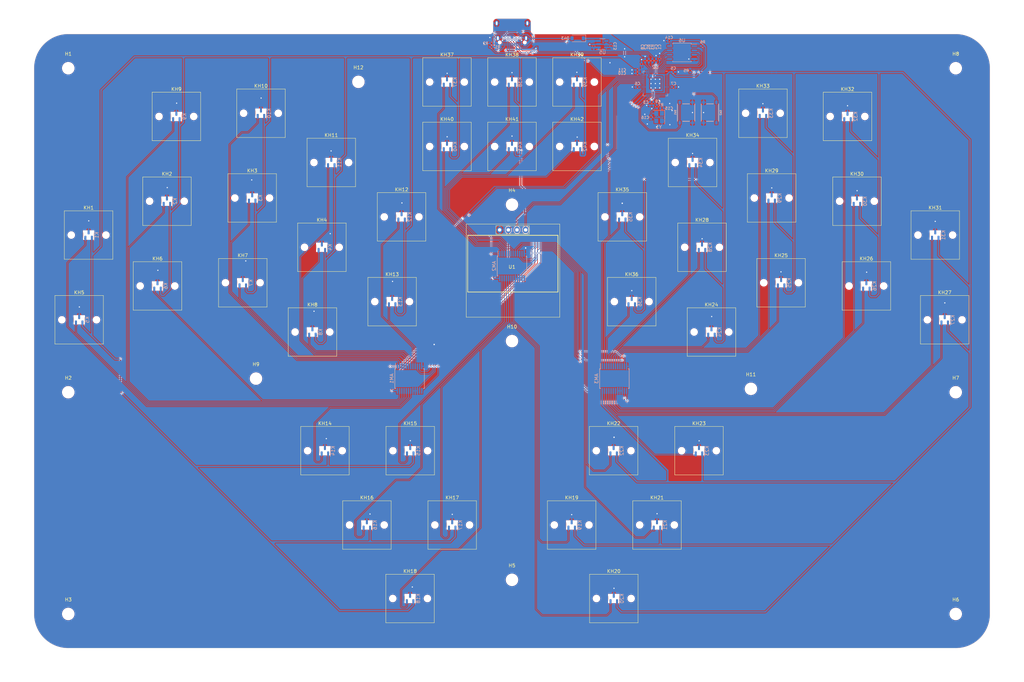
<source format=kicad_pcb>
(kicad_pcb (version 20221018) (generator pcbnew)
  (layers (0 "F.Cu" signal) (31 "B.Cu" signal) (34 "B.Paste" user) (35 "F.Paste" user) (36 "B.SilkS" user "B.Silkscreen") (37 "F.SilkS" user "F.Silkscreen") (38 "B.Mask" user) (39 "F.Mask" user) (44 "Edge.Cuts" user))
  (net 0 "")
  (net 1 "COM1")
  (net 2 "S0")
  (net 3 "S1")
  (net 4 "S3")
  (net 5 "S2")
  (net 6 "COM2")
  (net 7 "COM3")
  (net 8 "+1V1")
  (net 9 "GND")
  (net 10 "+3V3")
  (net 11 "+5V")
  (net 12 "XIN")
  (net 13 "Net-(C16-Pad1)")
  (net 14 "3V3")
  (net 15 "SCL")
  (net 16 "SDA")
  (net 18 "Net-(J5-CC1)")
  (net 19 "D+")
  (net 20 "D-")
  (net 23 "D3V")
  (net 25 "Net-(J5-CC2)")
  (net 28 "Net-(U2-USB_DP)")
  (net 29 "Net-(U2-USB_DM)")
  (net 30 "QSPI_SS")
  (net 31 "Net-(R5-Pad2)")
  (net 32 "XOUT")
  (net 33 "Net-(U2-RUN)")
  (net 35 "QSPI_SD1")
  (net 36 "QSPI_SD2")
  (net 37 "QSPI_SD0")
  (net 38 "QSPI_SCLK")
  (net 39 "QSPI_SD3")
  (net 62 "K1")
  (net 63 "K2")
  (net 64 "K3")
  (net 65 "K4")
  (net 66 "K5")
  (net 67 "K6")
  (net 68 "K7")
  (net 69 "K8")
  (net 70 "K9")
  (net 71 "K10")
  (net 72 "K11")
  (net 73 "K12")
  (net 74 "K13")
  (net 75 "K14")
  (net 76 "K15")
  (net 77 "K16")
  (net 78 "K17")
  (net 79 "K18")
  (net 80 "K19")
  (net 81 "K20")
  (net 82 "K21")
  (net 83 "K22")
  (net 84 "K23")
  (net 85 "K24")
  (net 86 "K25")
  (net 87 "K26")
  (net 88 "K27")
  (net 89 "K28")
  (net 90 "K29")
  (net 91 "K30")
  (net 92 "K31")
  (net 93 "K32")
  (net 94 "K33")
  (net 95 "K34")
  (net 96 "K35")
  (net 97 "K36")
  (net 98 "K37")
  (net 99 "K38")
  (net 100 "K39")
  (net 101 "K40")
  (net 102 "K41")
  (net 103 "K42")
  (footprint "3-0-Schema:Reference" (layer "F.Cu") (at 157.654 103.586)
    (fp_text reference "KH12")
    (fp_text value "MountingHole")
  )
  (footprint "MountingHole:MountingHole_3.2mm_M3" (layer "F.Cu") (at 190 100)
    (fp_text reference "H4")
    (fp_text value "MountingHole")
  )
  (footprint "3-0-Schema:Reference" (layer "F.Cu") (at 170.959 82.948)
    (fp_text reference "KH40")
    (fp_text value "MountingHole")
  )
  (footprint "3-0-Schema:Reference" (layer "F.Cu") (at 209.042 64.054)
    (fp_text reference "KH39")
    (fp_text value "MountingHole")
  )
  (footprint "3-0-Schema:Reference" (layer "F.Cu") (at 288.293 74.145)
    (fp_text reference "KH32")
    (fp_text value "MountingHole")
  )
  (footprint "MountingHole:MountingHole_3.2mm_M3" (layer "F.Cu") (at 60 220)
    (fp_text reference "H3")
    (fp_text value "MountingHole")
  )
  (footprint "MountingHole:MountingHole_3.2mm_M3" (layer "F.Cu") (at 320 60)
    (fp_text reference "H8")
    (fp_text value "MountingHole")
  )
  (footprint "MountingHole:MountingHole_3.2mm_M3" (layer "F.Cu") (at 60 60)
    (fp_text reference "H1")
    (fp_text value "MountingHole")
  )
  (footprint "3-0-Schema:Reference" (layer "F.Cu") (at 137.058 87.645)
    (fp_text reference "KH11")
    (fp_text value "MountingHole")
  )
  (footprint "3-0-Schema:Reference" (layer "F.Cu") (at 316.768 133.761)
    (fp_text reference "KH27")
    (fp_text value "MountingHole")
  )
  (footprint "3-0-Schema:Reference" (layer "F.Cu") (at 172.483 193.915)
    (fp_text reference "KH17")
    (fp_text value "MountingHole")
  )
  (footprint "3-0-Schema:Reference" (layer "F.Cu") (at 111.125 122.893)
    (fp_text reference "KH7")
    (fp_text value "MountingHole")
  )
  (footprint "3-0-Schema:Reference" (layer "F.Cu") (at 207.482 193.915)
    (fp_text reference "KH19")
    (fp_text value "MountingHole")
  )
  (footprint "MountingHole:MountingHole_3.2mm_M3" (layer "F.Cu") (at 320 220)
    (fp_text reference "H6")
    (fp_text value "MountingHole")
  )
  (footprint "3-0-Schema:Reference" (layer "F.Cu") (at 116.45 73.2)
    (fp_text reference "KH10")
    (fp_text value "MountingHole")
  )
  (footprint "3-0-Schema:Reference" (layer "F.Cu") (at 268.84 122.893)
    (fp_text reference "KH25")
    (fp_text value "MountingHole")
  )
  (footprint "3-0-Schema:Reference" (layer "F.Cu") (at 293.822 123.838)
    (fp_text reference "KH26")
    (fp_text value "MountingHole")
  )
  (footprint "3-0-Schema:Reference" (layer "F.Cu") (at 113.89 98.047)
    (fp_text reference "KH3")
    (fp_text value "MountingHole")
  )
  (footprint "MountingHole:MountingHole_3.2mm_M3" (layer "F.Cu") (at 260 154)
    (fp_text reference "H11")
    (fp_text value "MountingHole")
  )
  (footprint "MountingHole:MountingHole_3.2mm_M3" (layer "F.Cu") (at 190 210)
    (fp_text reference "H5")
    (fp_text value "MountingHole")
  )
  (footprint "3-0-Schema:Reference" (layer "F.Cu") (at 160.144 215.471)
    (fp_text reference "KH18")
    (fp_text value "MountingHole")
  )
  (footprint "3-0-Schema:Reference" (layer "F.Cu") (at 190 64.054)
    (fp_text reference "KH38")
    (fp_text value "MountingHole")
  )
  (footprint "3-0-Schema:Reference" (layer "F.Cu") (at 135.188 172.147)
    (fp_text reference "KH14")
    (fp_text value "MountingHole")
  )
  (footprint "3-0-Schema:Reference" (layer "F.Cu") (at 86.142 123.838)
    (fp_text reference "KH6")
    (fp_text value "MountingHole")
  )
  (footprint "3-0-Schema:Reference" (layer "F.Cu") (at 291.057 98.991)
    (fp_text reference "KH30")
    (fp_text value "MountingHole")
  )
  (footprint "MountingHole:MountingHole_3.2mm_M3" (layer "F.Cu") (at 190 140)
    (fp_text reference "H10")
    (fp_text value "MountingHole")
  )
  (footprint "3-0-Schema:Reference" (layer "F.Cu") (at 248.436 137.339)
    (fp_text reference "KH24")
    (fp_text value "MountingHole")
  )
  (footprint "MountingHole:MountingHole_3.2mm_M3" (layer "F.Cu") (at 115 151)
    (fp_text reference "H9")
    (fp_text value "MountingHole")
  )
  (footprint "3-0-Schema:Reference" (layer "F.Cu") (at 209.042 82.948)
    (fp_text reference "KH42")
    (fp_text value "MountingHole")
  )
  (footprint "3-0-Schema:Reference" (layer "F.Cu") (at 314.003 108.914)
    (fp_text reference "KH31")
    (fp_text value "MountingHole")
  )
  (footprint "3-0-Schema:Reference" (layer "F.Cu") (at 88.907 98.991)
    (fp_text reference "KH2")
    (fp_text value "MountingHole")
  )
  (footprint "3-0-Schema:Reference" (layer "F.Cu") (at 91.671 74.145)
    (fp_text reference "KH9")
    (fp_text value "MountingHole")
  )
  (footprint "3-0-Schema:Reference" (layer "F.Cu") (at 266.075 98.047)
    (fp_text reference "KH29")
    (fp_text value "MountingHole")
  )
  (footprint "3-0-Schema:Reference" (layer "F.Cu") (at 131.529 137.339)
    (fp_text reference "KH8")
    (fp_text value "MountingHole")
  )
  (footprint "3-0-Schema:Reference" (layer "F.Cu") (at 134.294 112.492)
    (fp_text reference "KH4")
    (fp_text value "MountingHole")
  )
  (footprint "3-0-Schema:Reference" (layer "F.Cu") (at 244.777 172.147)
    (fp_text reference "KH23")
    (fp_text value "MountingHole")
  )
  (footprint "SSD1306:128x64OLED" (layer "F.Cu") (at 190 118)
    (fp_text reference "U1")
    (fp_text value "OLED_Board")
  )
  (footprint "3-0-Schema:Reference" (layer "F.Cu") (at 219.777 172.147)
    (fp_text reference "KH22")
    (fp_text value "MountingHole")
  )
  (footprint "3-0-Schema:Reference" (layer "F.Cu") (at 263.514 73.2)
    (fp_text reference "KH33")
    (fp_text value "MountingHole")
  )
  (footprint "3-0-Schema:Reference" (layer "F.Cu") (at 154.889 128.433)
    (fp_text reference "KH13")
    (fp_text value "MountingHole")
  )
  (footprint "3-0-Schema:Reference" (layer "F.Cu") (at 225.076 128.433)
    (fp_text reference "KH36")
    (fp_text value "MountingHole")
  )
  (footprint "3-0-Schema:Reference" (layer "F.Cu") (at 170.959 64.054)
    (fp_text reference "KH37")
    (fp_text value "MountingHole")
  )
  (footprint "MountingHole:MountingHole_3.2mm_M3" (layer "F.Cu") (at 60 155)
    (fp_text reference "H2")
    (fp_text value "MountingHole")
  )
  (footprint "MountingHole:MountingHole_3.2mm_M3" (layer "F.Cu") (at 320 155)
    (fp_text reference "H7")
    (fp_text value "MountingHole")
  )
  (footprint "3-0-Schema:Reference" (layer "F.Cu") (at 222.311 103.586)
    (fp_text reference "KH35")
    (fp_text value "MountingHole")
  )
  (footprint "3-0-Schema:Reference" (layer "F.Cu") (at 63.196 133.761)
    (fp_text reference "KH5")
    (fp_text value "MountingHole")
  )
  (footprint "3-0-Schema:Reference" (layer "F.Cu") (at 232.482 193.915)
    (fp_text reference "KH21")
    (fp_text value "MountingHole")
  )
  (footprint "3-0-Schema:Reference" (layer "F.Cu") (at 65.961 108.914)
    (fp_text reference "KH1")
    (fp_text value "MountingHole")
  )
  (footprint "MountingHole:MountingHole_3.2mm_M3" (layer "F.Cu") (at 145 64)
    (fp_text reference "H12")
    (fp_text value "MountingHole")
  )
  (footprint "3-0-Schema:Reference" (layer "F.Cu") (at 242.907 87.645)
    (fp_text reference "KH34")
    (fp_text value "MountingHole")
  )
  (footprint "3-0-Schema:Reference" (layer "F.Cu") (at 219.82 215.471)
    (fp_text reference "KH20")
    (fp_text value "MountingHole")
  )
  (footprint "3-0-Schema:Reference" (layer "F.Cu") (at 160.188 172.147)
    (fp_text reference "KH15")
    (fp_text value "MountingHole")
  )
  (footprint "3-0-Schema:Reference" (layer "F.Cu") (at 147.483 193.915)
    (fp_text reference "KH16")
    (fp_text value "MountingHole")
  )
  (footprint "3-0-Schema:Reference" (layer "F.Cu") (at 245.671 112.492)
    (fp_text reference "KH28")
    (fp_text value "MountingHole")
  )
  (footprint "3-0-Schema:Reference" (layer "F.Cu") (at 190 82.948)
    (fp_text reference "KH41")
    (fp_text value "MountingHole")
  )
  (footprint "Capacitor_SMD:C_0402_1005Metric" (layer "B.Cu") (at 233.25 57.2 90)
    (fp_text reference "C1")
    (fp_text value "100n")
  )
  (footprint "Capacitor_SMD:C_0402_1005Metric" (layer "B.Cu") (at 233.95 71.7 180)
    (fp_text reference "C15")
    (fp_text value "30p")
  )
  (footprint "Package_SO:SSOP-24_5.3x8.2mm_P0.65mm" (layer "B.Cu") (at 190 118 -90)
    (fp_text reference "AM2")
    (fp_text value "CD74HC4067SM")
  )
  (footprint "Capacitor_SMD:C_0402_1005Metric" (layer "B.Cu") (at 237.25 61.1)
    (fp_text reference "C5")
    (fp_text value "100n")
  )
  (footprint "Package_TO_SOT_SMD:SOT-23" (layer "B.Cu") (at 170.959 82.948 90)
    (fp_text reference "K40")
    (fp_text value "Hall_Sensor")
  )
  (footprint "Package_TO_SOT_SMD:SOT-23" (layer "B.Cu") (at 225.076 128.433 90)
    (fp_text reference "K36")
    (fp_text value "Hall_Sensor")
  )
  (footprint "Crystal:Crystal_SMD_3225-4Pin_3.2x2.5mm" (layer "B.Cu") (at 233.1 74.35 -90)
    (fp_text reference "Y1")
    (fp_text value "Crystal_GND24")
  )
  (footprint "Package_TO_SOT_SMD:SOT-23" (layer "B.Cu") (at 86.142 123.838 90)
    (fp_text reference "K6")
    (fp_text value "Hall_Sensor")
  )
  (footprint "Package_SO:SSOP-24_5.3x8.2mm_P0.65mm" (layer "B.Cu") (at 160 151 -90)
    (fp_text reference "AM1")
    (fp_text value "CD74HC4067SM")
  )
  (footprint "Package_TO_SOT_SMD:SOT-23" (layer "B.Cu") (at 245.671 112.492 90)
    (fp_text reference "K28")
    (fp_text value "Hall_Sensor")
  )
  (footprint "Package_TO_SOT_SMD:SOT-23" (layer "B.Cu") (at 263.514 73.2 90)
    (fp_text reference "K33")
    (fp_text value "Hall_Sensor")
  )
  (footprint "Package_TO_SOT_SMD:SOT-23" (layer "B.Cu") (at 157.654 103.586 90)
    (fp_text reference "K12")
    (fp_text value "Hall_Sensor")
  )
  (footprint "Package_SO:SOIC-8_5.23x5.23mm_P1.27mm" (layer "B.Cu") (at 239.8 55.4 180)
    (fp_text reference "U6")
    (fp_text value "W25Q128JVS")
  )
  (footprint "Capacitor_SMD:C_0402_1005Metric" (layer "B.Cu") (at 226.75 65.5 180)
    (fp_text reference "C6")
    (fp_text value "100n")
  )
  (footprint "Package_TO_SOT_SMD:SOT-23" (layer "B.Cu") (at 222.311 103.586 90)
    (fp_text reference "K35")
    (fp_text value "Hall_Sensor")
  )
  (footprint "Package_TO_SOT_SMD:SOT-23" (layer "B.Cu") (at 268.84 122.893 90)
    (fp_text reference "K25")
    (fp_text value "Hall_Sensor")
  )
  (footprint "Capacitor_SMD:C_0402_1005Metric" (layer "B.Cu") (at 230.4 70.4 -90)
    (fp_text reference "C3")
    (fp_text value "100n")
  )
  (footprint "kicad-open:TS-1187A-B-A-B" (layer "B.Cu") (at 248 73 -90)
    (fp_text reference "SW2")
    (fp_text value "SW_Push")
  )
  (footprint "Resistor_SMD:R_0402_1005Metric" (layer "B.Cu") (at 231.15 57.8 -90)
    (fp_text reference locked "R3")
    (fp_text value "27")
  )
  (footprint "Package_TO_SOT_SMD:SOT-23" (layer "B.Cu") (at 207.482 193.915 90)
    (fp_text reference "K19")
    (fp_text value "Hall_Sensor")
  )
  (footprint "Package_TO_SOT_SMD:SOT-23" (layer "B.Cu") (at 134.294 112.492 90)
    (fp_text reference "K4")
    (fp_text value "Hall_Sensor")
  )
  (footprint "Resistor_SMD:R_0402_1005Metric" (layer "B.Cu") (at 242.2 60.7 -90)
    (fp_text reference "R5")
    (fp_text value "1k")
  )
  (footprint "Package_TO_SOT_SMD:SOT-23" (layer "B.Cu") (at 219.82 215.471 90)
    (fp_text reference "K20")
    (fp_text value "Hall_Sensor")
  )
  (footprint "Capacitor_SMD:C_0402_1005Metric" (layer "B.Cu") (at 236.1 51.9 180)
    (fp_text reference "C14")
    (fp_text value "100n")
  )
  (footprint "Capacitor_SMD:C_0402_1005Metric" (layer "B.Cu") (at 226.75 61.55 180)
    (fp_text reference "C10")
    (fp_text value "100n")
  )
  (footprint "Capacitor_SMD:C_0402_1005Metric" (layer "B.Cu") (at 213.95 53.5 90)
    (fp_text reference "C12" hide)
    (fp_text value "1u" hide)
  )
  (footprint "Package_TO_SOT_SMD:SOT-23" (layer "B.Cu") (at 137.058 87.645 90)
    (fp_text reference "K11")
    (fp_text value "Hall_Sensor")
  )
  (footprint "Resistor_SMD:R_0402_1005Metric" (layer "B.Cu") (at 184.01 52.75 180)
    (fp_text reference "R2")
    (fp_text value "5.1k" hide)
  )
  (footprint "Package_SO:SSOP-24_5.3x8.2mm_P0.65mm" (layer "B.Cu") (at 220 151 -90)
    (fp_text reference "AM3")
    (fp_text value "CD74HC4067SM")
  )
  (footprint "Package_TO_SOT_SMD:SOT-23" (layer "B.Cu") (at 170.959 64.054 90)
    (fp_text reference "K37")
    (fp_text value "Hall_Sensor")
  )
  (footprint "Package_TO_SOT_SMD:SOT-23" (layer "B.Cu") (at 232.482 193.915 90)
    (fp_text reference "K21")
    (fp_text value "Hall_Sensor")
  )
  (footprint "Capacitor_SMD:C_0402_1005Metric" (layer "B.Cu") (at 219.05 53.48 90)
    (fp_text reference "C13")
    (fp_text value "1u")
  )
  (footprint "Package_TO_SOT_SMD:SOT-23" (layer "B.Cu") (at 160.188 172.147 90)
    (fp_text reference "K15")
    (fp_text value "Hall_Sensor")
  )
  (footprint "Capacitor_SMD:C_0402_1005Metric" (layer "B.Cu") (at 237.35 65.5)
    (fp_text reference "C7")
    (fp_text value "100n")
  )
  (footprint "Package_TO_SOT_SMD:SOT-23" (layer "B.Cu") (at 190 82.948 90)
    (fp_text reference "K41")
    (fp_text value "Hall_Sensor")
  )
  (footprint "Resistor_SMD:R_0402_1005Metric" (layer "B.Cu") (at 232.45 71.25 90)
    (fp_text reference "R7")
    (fp_text value "1k")
  )
  (footprint "Package_TO_SOT_SMD:SOT-23" (layer "B.Cu") (at 111.125 122.893 90)
    (fp_text reference "K7")
    (fp_text value "Hall_Sensor")
  )
  (footprint "Package_TO_SOT_SMD:SOT-23" (layer "B.Cu") (at 316.768 133.761 90)
    (fp_text reference "K27")
    (fp_text value "Hall_Sensor")
  )
  (footprint "Package_TO_SOT_SMD:SOT-23" (layer "B.Cu") (at 209.042 82.948 90)
    (fp_text reference "K42")
    (fp_text value "Hall_Sensor")
  )
  (footprint "Package_TO_SOT_SMD:SOT-23" (layer "B.Cu") (at 219.777 172.147 90)
    (fp_text reference "K22")
    (fp_text value "Hall_Sensor")
  )
  (footprint "Package_TO_SOT_SMD:SOT-23" (layer "B.Cu") (at 266.075 98.047 90)
    (fp_text reference "K29")
    (fp_text value "Hall_Sensor")
  )
  (footprint "Package_TO_SOT_SMD:SOT-23" (layer "B.Cu") (at 160.144 215.471 90)
    (fp_text reference "K18")
    (fp_text value "Hall_Sensor")
  )
  (footprint "Package_TO_SOT_SMD:SOT-23" (layer "B.Cu") (at 135.188 172.147 90)
    (fp_text reference "K14")
    (fp_text value "Hall_Sensor")
  )
  (footprint "Package_TO_SOT_SMD:SOT-23" (layer "B.Cu") (at 63.196 133.761 90)
    (fp_text reference "K5")
    (fp_text value "Hall_Sensor")
  )
  (footprint "Package_TO_SOT_SMD:SOT-23" (layer "B.Cu") (at 88.907 98.991 90)
    (fp_text reference "K2")
    (fp_text value "Hall_Sensor")
  )
  (footprint "Resistor_SMD:R_0402_1005Metric" (layer "B.Cu") (at 184 53.75 180)
    (fp_text reference "R1")
    (fp_text value "5.1k" hide)
  )
  (footprint "RP2040:RP2040-QFN-56" (layer "B.Cu") (at 232 64.5 180)
    (fp_text reference "U2")
    (fp_text value "RP2040")
  )
  (footprint "Capacitor_SMD:C_0402_1005Metric" (layer "B.Cu") (at 230.75 74.35 -90)
    (fp_text reference "C16")
    (fp_text value "30p")
  )
  (footprint "USB:Shou Han Type-C 24P QCHT" (layer "B.Cu") (at 190 44.94)
    (fp_text reference "J5" hide)
    (fp_text value "USB_C_Receptacle")
  )
  (footprint "Package_TO_SOT_SMD:SOT-23" (layer "B.Cu") (at 242.907 87.645 90)
    (fp_text reference "K34")
    (fp_text value "Hall_Sensor")
  )
  (footprint "Package_TO_SOT_SMD:SOT-23" (layer "B.Cu") (at 314.003 108.914 90)
    (fp_text reference "K31")
    (fp_text value "Hall_Sensor")
  )
  (footprint "Package_TO_SOT_SMD:SOT-23" (layer "B.Cu") (at 248.436 137.339 90)
    (fp_text reference "K24")
    (fp_text value "Hall_Sensor")
  )
  (footprint "Resistor_SMD:R_0402_1005Metric" (layer "B.Cu") (at 230.07 57.8 -90)
    (fp_text reference locked "R4")
    (fp_text value "27")
  )
  (footprint "Capacitor_SMD:C_0402_1005Metric" (layer "B.Cu") (at 231.43 70.4 -90)
    (fp_text reference "C9")
    (fp_text value "100n")
  )
  (footprint "Package_TO_SOT_SMD:SOT-23" (layer "B.Cu") (at 293.822 123.838 90)
    (fp_text reference "K26")
    (fp_text value "Hall_Sensor")
  )
  (footprint "Package_TO_SOT_SMD:SOT-23" (layer "B.Cu") (at 131.529 137.339 90)
    (fp_text reference "K8")
    (fp_text value "Hall_Sensor")
  )
  (footprint "Capacitor_SMD:C_0402_1005Metric" (layer "B.Cu") (at 232.2 57.8 90)
    (fp_text reference "C4")
    (fp_text value "100n")
  )
  (footprint "Package_TO_SOT_SMD:SOT-23" (layer "B.Cu") (at 244.777 172.147 90)
    (fp_text reference "K23")
    (fp_text value "Hall_Sensor")
  )
  (footprint "Capacitor_SMD:C_0402_1005Metric" (layer "B.Cu") (at 226.75 60.5 180)
    (fp_text reference "C11")
    (fp_text value "100n")
  )
  (footprint "Package_TO_SOT_SMD:SOT-23" (layer "B.Cu") (at 209.042 64.054 90)
    (fp_text reference "K39")
    (fp_text value "Hall_Sensor")
  )
  (footprint "Resistor_SMD:R_0402_1005Metric" (layer "B.Cu") (at 245.85 53.5 180)
    (fp_text reference "R6")
    (fp_text value "10k")
  )
  (footprint "Capacitor_SMD:C_0402_1005Metric" (layer "B.Cu") (at 227.95 58.8 90)
    (fp_text reference locked "C8")
    (fp_text value "1u")
  )
  (footprint "kicad-open:TS-1187A-B-A-B" (layer "B.Cu") (at 241 73 90)
    (fp_text reference "SW1")
    (fp_text value "SW_Push")
  )
  (footprint "Package_TO_SOT_SMD:SOT-23" (layer "B.Cu") (at 113.89 98.047 90)
    (fp_text reference "K3")
    (fp_text value "Hall_Sensor")
  )
  (footprint "Package_TO_SOT_SMD:SOT-23" (layer "B.Cu") (at 116.45 73.2 90)
    (fp_text reference "K10")
    (fp_text value "Hall_Sensor")
  )
  (footprint "Package_TO_SOT_SMD:SOT-23" (layer "B.Cu") (at 91.671 74.145 90)
    (fp_text reference "K9")
    (fp_text value "Hall_Sensor")
  )
  (footprint "Package_TO_SOT_SMD:SOT-23" (layer "B.Cu") (at 172.483 193.915 90)
    (fp_text reference "K17")
    (fp_text value "Hall_Sensor")
  )
  (footprint "Diode_SMD:D_SOD-123" (layer "B.Cu") (at 209.25 51.25 180)
    (fp_text reference "D43")
    (fp_text value "B5819W")
  )
  (footprint "Package_TO_SOT_SMD:SOT-23-5" (layer "B.Cu") (at 216.5 52.95)
    (fp_text reference "U5")
    (fp_text value "TLV73333PDBV")
  )
  (footprint "Capacitor_SMD:C_0402_1005Metric" (layer "B.Cu") (at 229 57.8 90)
    (fp_text reference locked "C2")
    (fp_text value "1u")
  )
  (footprint "Package_TO_SOT_SMD:SOT-23" (layer "B.Cu") (at 288.293 74.145 90)
    (fp_text reference "K32")
    (fp_text value "Hall_Sensor")
  )
  (footprint "Package_TO_SOT_SMD:SOT-23" (layer "B.Cu") (at 190 64.054 90)
    (fp_text reference "K38")
    (fp_text value "Hall_Sensor")
  )
  (footprint "Package_TO_SOT_SMD:SOT-23" (layer "B.Cu") (at 291.057 98.991 90)
    (fp_text reference "K30")
    (fp_text value "Hall_Sensor")
  )
  (footprint "Package_TO_SOT_SMD:SOT-23" (layer "B.Cu") (at 147.483 193.915 90)
    (fp_text reference "K16")
    (fp_text value "Hall_Sensor")
  )
  (footprint "Package_TO_SOT_SMD:SOT-23" (layer "B.Cu") (at 65.961 108.914 90)
    (fp_text reference "K1")
    (fp_text value "Hall_Sensor")
  )
  (footprint "Package_TO_SOT_SMD:SOT-23" (layer "B.Cu") (at 154.889 128.433 90)
    (fp_text reference "K13")
    (fp_text value "Hall_Sensor")
  )
  (gr_rect (start 177.022 108.995) (end 203.462 125.62) (stroke (width 0.2)) (fill none) (layer "F.SilkS"))
  (gr_line (start 60 50) (end 183.5 50) (stroke (width 0.05)) (layer "Edge.Cuts"))
  (gr_arc (start 330 220) (mid 327.071068 227.071067) (end 320 230) (stroke (width 0.05)) (layer "Edge.Cuts"))
  (gr_arc (start 196.5 50) (mid 195.792894 49.707107) (end 195.5 49) (stroke (width 0.05)) (layer "Edge.Cuts"))
  (gr_line (start 196.5 50) (end 320 50) (stroke (width 0.05)) (layer "Edge.Cuts"))
  (gr_line (start 184.5 46.5) (end 184.5 49) (stroke (width 0.05)) (layer "Edge.Cuts"))
  (gr_line (start 195.5 46.5) (end 195.5 49) (stroke (width 0.05)) (layer "Edge.Cuts"))
  (gr_line (start 330 60) (end 330 220) (stroke (width 0.05)) (layer "Edge.Cuts"))
  (gr_line (start 60 230) (end 320 230) (stroke (width 0.05)) (layer "Edge.Cuts"))
  (gr_arc (start 194.5 45.5) (mid 195.207106 45.792893) (end 195.5 46.5) (stroke (width 0.05)) (layer "Edge.Cuts"))
  (gr_arc (start 184.5 46.5) (mid 184.792893 45.792894) (end 185.5 45.5) (stroke (width 0.05)) (layer "Edge.Cuts"))
  (gr_arc (start 50 60) (mid 52.92893 52.928931) (end 60 50) (stroke (width 0.05)) (layer "Edge.Cuts"))
  (gr_arc (start 60 230) (mid 52.928933 227.071068) (end 50 220) (stroke (width 0.05)) (layer "Edge.Cuts"))
  (gr_line (start 50 60) (end 50 220) (stroke (width 0.05)) (layer "Edge.Cuts"))
  (gr_arc (start 320 50) (mid 327.071067 52.928932) (end 330 60) (stroke (width 0.05)) (layer "Edge.Cuts"))
  (gr_line (start 185.5 45.5) (end 194.5 45.5) (stroke (width 0.05)) (layer "Edge.Cuts"))
  (gr_arc (start 184.5 49) (mid 184.207107 49.707106) (end 183.5 50) (stroke (width 0.05)) (layer "Edge.Cuts"))
  (segment (start 175.5 104.03) (end 165.66 113.87) (width 0.2) (layer "F.Cu") (net 1))
  (segment (start 165.66 138.69) (end 156.92 147.43) (width 0.2) (layer "F.Cu") (net 1))
  (segment (start 156.92 147.43) (end 154.34 147.43) (width 0.2) (layer "F.Cu") (net 1))
  (segment (start 165.66 113.87) (end 165.66 138.69) (width 0.2) (layer "F.Cu") (net 1))
  (via (at 175.5 104.03) (size 0.6) (drill 0.35) (layers "F.Cu" "B.Cu") (net 1))
  (via (at 154.34 147.43) (size 0.6) (drill 0.35) (layers "F.Cu" "B.Cu") (net 1))
  (segment (start 205.04 94.66) (end 184.81 94.66) (width 0.2) (layer "B.Cu") (net 1))
  (segment (start 215.347 67.913) (end 215.347 84.353) (width 0.2) (layer "B.Cu") (net 1))
  (segment (start 154.34 147.43) (end 154.37 147.4) (width 0.2) (layer "B.Cu") (net 1))
  (segment (start 184.81 94.66) (end 175.5 103.97) (width 0.2) (layer "B.Cu") (net 1))
  (segment (start 220.56 62.7) (end 215.347 67.913) (width 0.2) (layer "B.Cu") (net 1))
  (segment (start 215.347 84.353) (end 205.04 94.66) (width 0.2) (layer "B.Cu") (net 1))
  (segment (start 228.5625 62.7) (end 220.56 62.7) (width 0.2) (layer "B.Cu") (net 1))
  (segment (start 154.37 147.4) (end 156.425 147.4) (width 0.2) (layer "B.Cu") (net 1))
  (segment (start 175.5 103.97) (end 175.5 104.03) (width 0.2) (layer "B.Cu") (net 1))
  (segment (start 196.7 110.1) (end 221.4 85.4) (width 0.2) (layer "F.Cu") (net 2))
  (segment (start 221.4 74.738354) (end 225.461029 70.677325) (width 0.2) (layer "F.Cu") (net 2))
  (segment (start 166.7 147.4) (end 166.7 147.351471) (width 0.2) (layer "F.Cu") (net 2))
  (segment (start 210 144) (end 211.6 145.6) (width 0.2) (layer "F.Cu") (net 2))
  (segment (start 166.7 147.351471) (end 196.7 117.351471) (width 0.2) (layer "F.Cu") (net 2))
  (segment (start 196.7 117.351471) (end 196.7 114.2) (width 0.2) (layer "F.Cu") (net 2))
  (segment (start 196.7 114.2) (end 196.7 110.1) (width 0.2) (layer "F.Cu") (net 2))
  (segment (start 211.6 145.6) (end 222.2245 145.6) (width 0.2) (layer "F.Cu") (net 2))
  (segment (start 221.4 85.4) (end 221.4 74.738354) (width 0.2) (layer "F.Cu") (net 2))
  (via (at 210 144) (size 0.6) (drill 0.35) (layers "F.Cu" "B.Cu") (net 2))
  (via (at 225.461029 70.677325) (size 0.6) (drill 0.35) (layers "F.Cu" "B.Cu") (net 2))
  (via (at 222.2245 145.6) (size 0.6) (drill 0.35) (layers "F.Cu" "B.Cu") (net 2))
  (via (at 196.7 114.2) (size 0.6) (drill 0.35) (layers "F.Cu" "B.Cu") (net 2))
  (via (at 166.7 147.4) (size 0.6) (drill 0.35) (layers "F.Cu" "B.Cu") (net 2))
  (segment (start 196.7 115.3) (end 196.7 114.2) (width 0.2) (layer "B.Cu") (net 2))
  (segment (start 166.7 148.5) (end 166.7 147.4) (width 0.2) (layer "B.Cu") (net 2))
  (segment (start 222.2245 145.6) (end 222.2245 147.3495) (width 0.2) (layer "B.Cu") (net 2))
  (segment (start 202.3 112.5) (end 197.2 112.5) (width 0.2) (layer "B.Cu") (net 2))
  (segment (start 195.4 116.6) (end 196.7 115.3) (width 0.2) (layer "B.Cu") (net 2))
  (segment (start 193.4 116.6) (end 195.4 116.6) (width 0.2) (layer "B.Cu") (net 2))
  (segment (start 197.2 112.5) (end 196.7 113) (width 0.2) (layer "B.Cu") (net 2))
  (segment (start 162.275 147.4) (end 162.275 148.475) (width 0.2) (layer "B.Cu") (net 2))
  (segment (start 228.5625 67.575854) (end 225.461029 70.677325) (width 0.2) (layer "B.Cu") (net 2))
  (segment (start 228.5625 67.1) (end 228.5625 67.575854) (width 0.2) (layer "B.Cu") (net 2))
  (segment (start 165.7 149.5) (end 166.7 148.5) (width 0.2) (layer "B.Cu") (net 2))
  (segment (start 196.7 113) (end 196.7 114.2) (width 0.2) (layer "B.Cu") (net 2))
  (segment (start 209.4 119.6) (end 202.3 112.5) (width 0.2) (layer "B.Cu") (net 2))
  (segment (start 162.275 148.475) (end 163.3 149.5) (width 0.2) (layer "B.Cu") (net 2))
  (segment (start 192.275 114.4) (end 192.275 115.475) (width 0.2) (layer "B.Cu") (net 2))
  (segment (start 210 144) (end 209.4 143.4) (width 0.2) (layer "B.Cu") (net 2))
  (segment (start 163.3 149.5) (end 165.7 149.5) (width 0.2) (layer "B.Cu") (net 2))
  (segment (start 222.2245 147.3495) (end 222.275 147.4) (width 0.2) (layer "B.Cu") (net 2))
  (segment (start 209.4 143.4) (end 209.4 119.6) (width 0.2) (layer "B.Cu") (net 2))
  (segment (start 192.275 115.475) (end 193.4 116.6) (width 0.2) (layer "B.Cu") (net 2))
  (segment (start 195.8 114.2) (end 195.8 110.148529) (width 0.2) (layer "F.Cu") (net 3))
  (segment (start 221 74) (end 224.9 70.1) (width 0.2) (layer "F.Cu") (net 3))
  (segment (start 165.900497 147.350974) (end 195.8 117.451471) (width 0.2) (layer "F.Cu") (net 3))
  (segment (start 221 84.948529) (end 221 74) (width 0.2) (layer "F.Cu") (net 3))
  (segment (start 220.473029 143) (end 221.873029 144.4) (width 0.2) (layer "F.Cu") (net 3))
  (segment (start 195.8 117.451471) (end 195.8 114.2) (width 0.2) (layer "F.Cu") (net 3))
  (segment (start 210 143) (end 220.473029 143) (width 0.2) (layer "F.Cu") (net 3))
  (segment (start 221.873029 144.4) (end 222.8 144.4) (width 0.2) (layer "F.Cu") (net 3))
  (segment (start 165.900497 147.4) (end 165.900497 147.350974) (width 0.2) (layer "F.Cu") (net 3))
  (segment (start 195.8 110.148529) (end 221 84.948529) (width 0.2) (layer "F.Cu") (net 3))
  (via (at 210 143) (size 0.6) (drill 0.35) (layers "F.Cu" "B.Cu") (net 3))
  (via (at 224.9 70.1) (size 0.6) (drill 0.35) (layers "F.Cu" "B.Cu") (net 3))
  (via (at 195.8 114.2) (size 0.6) (drill 0.35) (layers "F.Cu" "B.Cu") (net 3))
  (via (at 165.900497 147.4) (size 0.6) (drill 0.35) (layers "F.Cu" "B.Cu") (net 3))
  (via (at 222.8 144.4) (size 0.6) (drill 0.35) (layers "F.Cu" "B.Cu") (net 3))
  (segment (start 210 143) (end 210 119.631372) (width 0.2) (layer "B.Cu") (net 3))
  (segment (start 222.925 144.525) (end 222.925 147.4) (width 0.2) (layer "B.Cu") (net 3))
  (segment (start 228.030025 66.7) (end 224.9 69.830025) (width 0.2) (layer "B.Cu") (net 3))
  (segment (start 202.468628 112.1) (end 197 112.1) (width 0.2) (layer "B.Cu") (net 3))
  (segment (start 222.8 144.4) (end 222.925 144.525) (width 0.2) (layer "B.Cu") (net 3))
  (segment (start 192.925 114.4) (end 192.925 115.475) (width 0.2) (layer "B.Cu") (net 3))
  (segment (start 224.9 69.830025) (end 224.9 70.1) (width 0.2) (layer "B.Cu") (net 3))
  (segment (start 193.55 116.1) (end 195.2 116.1) (width 0.2) (layer "B.Cu") (net 3))
  (segment (start 197 112.1) (end 195.8 113.3) (width 0.2) (layer "B.Cu") (net 3))
  (segment (start 165.900497 148.199503) (end 165.900497 147.4) (width 0.2) (layer "B.Cu") (net 3))
  (segment (start 162.925 148.475) (end 163.35 148.9) (width 0.2) (layer "B.Cu") (net 3))
  (segment (start 192.925 115.475) (end 193.55 116.1) (width 0.2) (layer "B.Cu") (net 3))
  (segment (start 195.8 113.3) (end 195.8 114.2) (width 0.2) (layer "B.Cu") (net 3))
  (segment (start 195.2 116.1) (end 195.8 115.5) (width 0.2) (layer "B.Cu") (net 3))
  (segment (start 228.5625 66.7) (end 228.030025 66.7) (width 0.2) (layer "B.Cu") (net 3))
  (segment (start 165.2 148.9) (end 165.900497 148.199503) (width 0.2) (layer "B.Cu") (net 3))
  (segment (start 162.925 147.4) (end 162.925 148.475) (width 0.2) (layer "B.Cu") (net 3))
  (segment (start 195.8 115.5) (end 195.8 114.2) (width 0.2) (layer "B.Cu") (net 3))
  (segment (start 210 119.631372) (end 202.468628 112.1) (width 0.2) (layer "B.Cu") (net 3))
  (segment (start 163.35 148.9) (end 165.2 148.9) (width 0.2) (layer "B.Cu") (net 3))
  (segment (start 223 158.2) (end 223.7 157.5) (width 0.2) (layer "F.Cu") (net 4))
  (segment (start 222.4 85.7) (end 222.4 75.881718) (width 0.2) (layer "F.Cu") (net 4))
  (segment (start 210 152.8) (end 215.4 158.2) (width 0.2) (layer "F.Cu") (net 4))
  (segment (start 222.4 75.881718) (end 226.886593 71.395125) (width 0.2) (layer "F.Cu") (net 4))
  (segment (start 198.299503 117.400497) (end 198.299503 114.2) (width 0.2) (layer "F.Cu") (net 4))
  (segment (start 210 146) (end 210 152.8) (width 0.2) (layer "F.Cu") (net 4))
  (segment (start 168.3 147.4) (end 198.299503 117.400497) (width 0.2) (layer "F.Cu") (net 4))
  (segment (start 198.299503 114.2) (end 198.299503 109.800497) (width 0.2) (layer "F.Cu") (net 4))
  (segment (start 198.299503 109.800497) (end 222.4 85.7) (width 0.2) (layer "F.Cu") (net 4))
  (segment (start 215.4 158.2) (end 223 158.2) (width 0.2) (layer "F.Cu") (net 4))
  (via (at 223.7 157.5) (size 0.6) (drill 0.35) (layers "F.Cu" "B.Cu") (net 4))
  (via (at 168.3 147.4) (size 0.6) (drill 0.35) (layers "F.Cu" "B.Cu") (net 4))
  (via (at 210 146) (size 0.6) (drill 0.35) (layers "F.Cu" "B.Cu") (net 4))
  (via (at 198.299503 114.2) (size 0.6) (drill 0.35) (layers "F.Cu" "B.Cu") (net 4))
  (via (at 226.886593 71.395125) (size 0.6) (drill 0.35) (layers "F.Cu" "B.Cu") (net 4))
  (segment (start 210 145.848529) (end 208.5 144.348529) (width 0.2) (layer "B.Cu") (net 4))
  (segment (start 163.575 154.6) (end 168.3 149.875) (width 0.2) (layer "B.Cu") (net 4))
  (segment (start 208.5 119.831372) (end 201.984314 113.315686) (width 0.2) (layer "B.Cu") (net 4))
  (segment (start 223.7 157.5) (end 223.575 157.375) (width 0.2) (layer "B.Cu") (net 4))
  (segment (start 198.299503 116.875497) (end 198.299503 114.2) (width 0.2) (layer "B.Cu") (net 4))
  (segment (start 201.984314 113.315686) (end 198.584314 113.315686) (width 0.2) (layer "B.Cu") (net 4))
  (segment (start 198.584314 113.315686) (end 198.3 113.6) (width 0.2) (layer "B.Cu") (net 4))
  (segment (start 198.3 113.6) (end 198.3 114.199503) (width 0.2) (layer "B.Cu") (net 4))
  (segment (start 208.5 144.348529) (end 208.5 119.831372) (width 0.2) (layer "B.Cu") (net 4))
  (segment (start 193.575 121.6) (end 198.299503 116.875497) (width 0.2) (layer "B.Cu") (net 4))
  (segment (start 223.575 157.375) (end 223.575 154.6) (width 0.2) (layer "B.Cu") (net 4))
  (segment (start 229.8 68.481718) (end 226.886593 71.395125) (width 0.2) (layer "B.Cu") (net 4))
  (segment (start 168.3 149.875) (end 168.3 147.4) (width 0.2) (layer "B.Cu") (net 4))
  (segment (start 210 146) (end 210 145.848529) (width 0.2) (layer "B.Cu") (net 4))
  (segment (start 198.3 114.199503) (end 198.299503 114.2) (width 0.2) (layer "B.Cu") (net 4))
  (segment (start 229.8 67.9375) (end 229.8 68.481718) (width 0.2) (layer "B.Cu") (net 4))
  (segment (start 210 145) (end 210.8 145.8) (width 0.2) (layer "F.Cu") (net 5))
  (segment (start 222 85.365686) (end 222 75.231471) (width 0.2) (layer "F.Cu") (net 5))
  (segment (start 167.5 147.4) (end 167.5 147.117157) (width 0.2) (layer "F.Cu") (net 5))
  (segment (start 197.5 117.117157) (end 197.5 114.2) (width 0.2) (layer "F.Cu") (net 5))
  (segment (start 197.5 109.865686) (end 222 85.365686) (width 0.2) (layer "F.Cu") (net 5))
  (segment (start 222.3 157.8) (end 222.9755 157.1245) (width 0.2) (layer "F.Cu") (net 5))
  (segment (start 222.9755 157.1245) (end 222.9755 156.7) (width 0.2) (layer "F.Cu") (net 5))
  (segment (start 210.8 152.8) (end 215.8 157.8) (width 0.2) (layer "F.Cu") (net 5))
  (segment (start 210.8 145.8) (end 210.8 152.8) (width 0.2) (layer "F.Cu") (net 5))
  (segment (start 167.5 147.117157) (end 197.5 117.117157) (width 0.2) (layer "F.Cu") (net 5))
  (segment (start 197.5 114.2) (end 197.5 109.865686) (width 0.2) (layer "F.Cu") (net 5))
  (segment (start 215.8 157.8) (end 222.3 157.8) (width 0.2) (layer "F.Cu") (net 5))
  (segment (start 222 75.231471) (end 226.152072 71.079399) (width 0.2) (layer "F.Cu") (net 5))
  (via (at 167.5 147.4) (size 0.6) (drill 0.35) (layers "F.Cu" "B.Cu") (net 5))
  (via (at 210 145) (size 0.6) (drill 0.35) (layers "F.Cu" "B.Cu") (net 5))
  (via (at 197.5 114.2) (size 0.6) (drill 0.35) (layers "F.Cu" "B.Cu") (net 5))
  (via (at 222.9755 156.7) (size 0.6) (drill 0.35) (layers "F.Cu" "B.Cu") (net 5))
  (via (at 226.152072 71.079399) (size 0.6) (drill 0.35) (layers "F.Cu" "B.Cu") (net 5))
  (segment (start 222.9755 156.7) (end 222.925 156.6495) (width 0.2) (layer "B.Cu") (net 5))
  (segment (start 197.5 115.95) (end 197.5 114.2) (width 0.2) (layer "B.Cu") (net 5))
  (segment (start 167.5 148.95) (end 167.5 147.4) (width 0.2) (layer "B.Cu") (net 5))
  (segment (start 192.925 121.6) (end 192.925 120.525) (width 0.2) (layer "B.Cu") (net 5))
  (segment (start 192.925 120.525) (end 197.5 115.95) (width 0.2) (layer "B.Cu") (net 5))
  (segment (start 198 112.9) (end 197.5 113.4) (width 0.2) (layer "B.Cu") (net 5))
  (segment (start 229.4 68.304289) (end 229.4 67.9375) (width 0.2) (layer "B.Cu") (net 5))
  (segment (start 209 119.765686) (end 202.134314 112.9) (width 0.2) (layer "B.Cu") (net 5))
  (segment (start 162.925 154.6) (end 162.925 153.525) (width 0.2) (layer "B.Cu") (net 5))
  (segment (start 209 144) (end 209 119.765686) (width 0.2) (layer "B.Cu") (net 5))
  (segment (start 210 145) (end 209 144) (width 0.2) (layer "B.Cu") (net 5))
  (segment (start 162.925 153.525) (end 167.5 148.95) (width 0.2) (layer "B.Cu") (net 5))
  (segment (start 222.925 156.6495) (end 222.925 154.6) (width 0.2) (layer "B.Cu") (net 5))
  (segment (start 197.5 113.4) (end 197.5 114.2) (width 0.2) (layer "B.Cu") (net 5))
  (segment (start 229.4 67.9375) (end 229.293971 67.9375) (width 0.2) (layer "B.Cu") (net 5))
  (segment (start 229.293971 67.9375) (end 226.152072 71.079399) (width 0.2) (layer "B.Cu") (net 5))
  (segment (start 202.134314 112.9) (end 198 112.9) (width 0.2) (layer "B.Cu") (net 5))
  (segment (start 177.42 103.08) (end 183.9 109.56) (width 0.2) (layer "F.Cu") (net 6))
  (segment (start 183.9 109.56) (end 183.9 114.44) (width 0.2) (layer "F.Cu") (net 6))
  (via (at 177.42 103.08) (size 0.6) (drill 0.35) (layers "F.Cu" "B.Cu") (net 6))
  (via (at 183.9 114.44) (size 0.6) (drill 0.35) (layers "F.Cu" "B.Cu") (net 6))
  (segment (start 183.94 114.4) (end 186.425 114.4) (width 0.2) (layer "B.Cu") (net 6))
  (segment (start 183.9 114.44) (end 183.94 114.4) (width 0.2) (layer "B.Cu") (net 6))
  (segment (start 215.797843 68.027843) (end 215.797843 84.692157) (width 0.2) (layer "B.Cu") (net 6))
  (segment (start 177.42 103.03) (end 177.42 103.08) (width 0.2) (layer "B.Cu") (net 6))
  (segment (start 228.5625 63.1) (end 220.725686 63.1) (width 0.2) (layer "B.Cu") (net 6))
  (segment (start 215.797843 84.692157) (end 211.41 89.08) (width 0.2) (layer "B.Cu") (net 6))
  (segment (start 185.39 95.06) (end 177.42 103.03) (width 0.2) (layer "B.Cu") (net 6))
  (segment (start 205.43 95.06) (end 185.39 95.06) (width 0.2) (layer "B.Cu") (net 6))
  (segment (start 211.41 89.08) (end 205.43 95.06) (width 0.2) (layer "B.Cu") (net 6))
  (segment (start 220.725686 63.1) (end 215.797843 68.027843) (width 0.2) (layer "B.Cu") (net 6))
  (segment (start 218 82.4) (end 218 86.1) (width 0.2) (layer "F.Cu") (net 7))
  (segment (start 218 86.1) (end 218.5 86.6) (width 0.2) (layer "F.Cu") (net 7))
  (via (at 218.5 86.6) (size 0.6) (drill 0.35) (layers "F.Cu" "B.Cu") (net 7))
  (via (at 218 82.4) (size 0.6) (drill 0.35) (layers "F.Cu" "B.Cu") (net 7))
  (segment (start 220.891372 63.5) (end 218 66.391372) (width 0.2) (layer "B.Cu") (net 7))
  (segment (start 218 66.391372) (end 218 82.4) (width 0.2) (layer "B.Cu") (net 7))
  (segment (start 218.456 86.644) (end 218.456 109.278314) (width 0.2) (layer "B.Cu") (net 7))
  (segment (start 216.425 111.309314) (end 216.425 147.4) (width 0.2) (layer "B.Cu") (net 7))
  (segment (start 218.5 86.6) (end 218.456 86.644) (width 0.2) (layer "B.Cu") (net 7))
  (segment (start 218.456 109.278314) (end 216.425 111.309314) (width 0.2) (layer "B.Cu") (net 7))
  (segment (start 228.5625 63.5) (end 220.891372 63.5) (width 0.2) (layer "B.Cu") (net 7))
  (segment (start 218 82.4) (end 218 82.29) (width 0.2) (layer "B.Cu") (net 7))
  (segment (start 232.199999 59.150001) (end 232.199999 61.550001) (width 0.4) (layer "F.Cu") (net 8))
  (segment (start 232.199999 61.550001) (end 231.404945 62.345055) (width 0.4) (layer "F.Cu") (net 8))
  (segment (start 231.3501 66.607729) (end 231.3501 68.5999) (width 0.4) (layer "F.Cu") (net 8))
  (segment (start 231.3501 68.5999) (end 230.85 69.1) (width 0.4) (layer "F.Cu") (net 8))
  (segment (start 231.404945 62.345055) (end 231.2 62.345055) (width 0.4) (layer "F.Cu") (net 8))
  (via (at 232.199999 59.150001) (size 0.6) (drill 0.35) (layers "F.Cu" "B.Cu") (net 8))
  (via (at 231.3501 66.607729) (size 0.6) (drill 0.35) (layers "F.Cu" "B.Cu") (net 8))
  (via (at 230.85 69.1) (size 0.6) (drill 0.35) (layers "F.Cu" "B.Cu") (net 8))
  (via (at 231.2 62.345055) (size 0.6) (drill 0.35) (layers "F.Cu" "B.Cu") (net 8))
  (segment (start 233.25 57.68) (end 233.25 58.4) (width 0.2) (layer "B.Cu") (net 8))
  (segment (start 230.8 69.1) (end 230.45 69.45) (width 0.2) (layer "B.Cu") (net 8))
  (segment (start 230.45 69.87) (end 230.4 69.92) (width 0.2) (layer "B.Cu") (net 8))
  (segment (start 231.4 67.9375) (end 231.4 68.55) (width 0.2) (layer "B.Cu") (net 8))
  (segment (start 232.499999 59.150001) (end 232.199999 59.150001) (width 0.2) (layer "B.Cu") (net 8))
  (segment (start 230.2 61.0625) (end 230.2 61.8) (width 0.2) (layer "B.Cu") (net 8))
  (segment (start 229.05 58.8) (end 229.05 58.33) (width 0.2) (layer "B.Cu") (net 8))
  (segment (start 230.85 69.1) (end 230.8 69.1) (width 0.2) (layer "B.Cu") (net 8))
  (segment (start 233.25 58.4) (end 232.499999 59.150001) (width 0.2) (layer "B.Cu") (net 8))
  (segment (start 230.45 69.45) (end 230.45 69.87) (width 0.2) (layer "B.Cu") (net 8))
  (segment (start 230.2 61.8) (end 230.35 61.95) (width 0.2) (layer "B.Cu") (net 8))
  (segment (start 230.2 59.95) (end 229.05 58.8) (width 0.2) (layer "B.Cu") (net 8))
  (segment (start 231.4 68.55) (end 230.85 69.1) (width 0.2) (layer "B.Cu") (net 8))
  (segment (start 230.2 61.0625) (end 230.2 59.95) (width 0.2) (layer "B.Cu") (net 8))
  (segment (start 232.2 61.0625) (end 232.2 59.150002) (width 0.2) (layer "B.Cu") (net 8))
  (segment (start 229.05 58.33) (end 229 58.28) (width 0.2) (layer "B.Cu") (net 8))
  (segment (start 232.2 59.150002) (end 232.199999 59.150001) (width 0.2) (layer "B.Cu") (net 8))
  (segment (start 192.8 51.79) (end 193.4 51.19) (width 0.25) (layer "F.Cu") (net 9))
  (segment (start 194.13 51.19) (end 194.13 49.62) (width 0.25) (layer "F.Cu") (net 9))
  (segment (start 194.13 49.62) (end 194.5 49.25) (width 0.25) (layer "F.Cu") (net 9))
  (segment (start 186.6 51.19) (end 187.2 51.79) (width 0.25) (layer "F.Cu") (net 9))
  (segment (start 185.87 51.19) (end 185.87 47.16) (width 0.25) (layer "F.Cu") (net 9))
  (segment (start 196.474695 54.25) (end 197 54.25) (width 0.25) (layer "F.Cu") (net 9))
  (segment (start 194.49 49.24) (end 194.49 46.8) (width 0.25) (layer "F.Cu") (net 9))
  (segment (start 194.13 51.19) (end 194.88 51.94) (width 0.25) (layer "F.Cu") (net 9))
  (segment (start 185.87 47.16) (end 185.51 46.8) (width 0.25) (layer "F.Cu") (net 9))
  (segment (start 194.88 52.655305) (end 196.474695 54.25) (width 0.25) (layer "F.Cu") (net 9))
  (segment (start 194.5 49.25) (end 194.49 49.24) (width 0.25) (layer "F.Cu") (net 9))
  (segment (start 185.87 51.19) (end 186.6 51.19) (width 0.25) (layer "F.Cu") (net 9))
  (segment (start 193.4 51.19) (end 194.13 51.19) (width 0.25) (layer "F.Cu") (net 9))
  (segment (start 194.88 51.94) (end 194.88 52.655305) (width 0.25) (layer "F.Cu") (net 9))
  (via (at 232.35 77.2) (size 0.6) (drill 0.35) (layers "F.Cu" "B.Cu") (net 9))
  (via (at 116.5 68.75) (size 0.6) (drill 0.35) (layers "F.Cu" "B.Cu") (net 9))
  (via (at 245.7 110) (size 0.6) (drill 0.35) (layers "F.Cu" "B.Cu") (net 9))
  (via (at 183.5 51) (size 0.6) (drill 0.35) (layers "F.Cu" "B.Cu") (net 9))
  (via (at 244.83 169.24) (size 0.6) (drill 0.35) (layers "F.Cu" "B.Cu") (net 9))
  (via (at 314 104.9) (size 0.6) (drill 0.35) (layers "F.Cu" "B.Cu") (net 9))
  (via (at 157.75 99.5) (size 0.6) (drill 0.35) (layers "F.Cu" "B.Cu") (net 9))
  (via (at 233.25 55.65) (size 0.6) (drill 0.35) (layers "F.Cu" "B.Cu") (net 9))
  (via (at 160.2 169.2) (size 0.6) (drill 0.35) (layers "F.Cu" "B.Cu") (net 9))
  (via (at 228.9 73.5) (size 0.6) (drill 0.35) (layers "F.Cu" "B.Cu") (net 9))
  (via (at 171 80.1) (size 0.6) (drill 0.35) (layers "F.Cu" "B.Cu") (net 9))
  (via (at 288.3 71) (size 0.6) (drill 0.35) (layers "F.Cu" "B.Cu") (net 9))
  (via (at 268.8 119.7) (size 0.6) (drill 0.35) (layers "F.Cu" "B.Cu") (net 9))
  (via (at 113.75 92.75) (size 0.6) (drill 0.35) (layers "F.Cu" "B.Cu") (net 9))
  (via (at 212.75 53) (size 0.6) (drill 0.35) (layers "F.Cu" "B.Cu") (net 9))
  (via (at 291.1 95.9) (size 0.6) (drill 0.35) (layers "F.Cu" "B.Cu") (net 9))
  (via (at 89 95) (size 0.6) (drill 0.35) (layers "F.Cu" "B.Cu") (net 9))
  (via (at 207.49 190.88) (size 0.6) (drill 0.35) (layers "F.Cu" "B.Cu") (net 9))
  (via (at 160.8 212.1) (size 0.6) (drill 0.35) (layers "F.Cu" "B.Cu") (net 9))
  (via (at 232.5 190.61) (size 0.6) (drill 0.35) (layers "F.Cu" "B.Cu") (net 9))
  (via (at 66 104.75) (size 0.6) (drill 0.35) (layers "F.Cu" "B.Cu") (net 9))
  (via (at 194 112.7) (size 0.8) (drill 0.4) (layers "F.Cu" "B.Cu") (net 9))
  (via (at 171 61.5) (size 0.6) (drill 0.35) (layers "F.Cu" "B.Cu") (net 9))
  (via (at 238.8 65.5) (size 0.6) (drill 0.35) (layers "F.Cu" "B.Cu") (net 9))
  (via (at 233.2 69.6) (size 0.6) (drill 0.35) (layers "F.Cu" "B.Cu") (net 9))
  (via (at 112 116.5) (size 0.6) (drill 0.35) (layers "F.Cu" "B.Cu") (net 9))
  (via (at 316.8 128.8) (size 0.6) (drill 0.35) (layers "F.Cu" "B.Cu") (net 9))
  (via (at 148.4 190.7) (size 0.6) (drill 0.35) (layers "F.Cu" "B.Cu") (net 9))
  (via (at 63.25 130) (size 0.6) (drill 0.35) (layers "F.Cu" "B.Cu") (net 9))
  (via (at 293.9 119.8) (size 0.6) (drill 0.35) (layers "F.Cu" "B.Cu") (net 9))
  (via (at 218.7 58.4) (size 0.6) (drill 0.35) (layers "F.Cu" "B.Cu") (net 9))
  (via (at 190 61.3) (size 0.6) (drill 0.35) (layers "F.Cu" "B.Cu") (net 9))
  (via (at 229 56.55) (size 0.6) (drill 0.35) (layers "F.Cu" "B.Cu") (net 9))
  (via (at 225.1 125.2) (size 0.6) (drill 0.35) (layers "F.Cu" "B.Cu") (net 9))
  (via (at 242.875 73) (size 0.6) (drill 0.35) (layers "F.Cu" "B.Cu") (net 9))
  (via (at 225.25 65.5) (size 0.6) (drill 0.35) (layers "F.Cu" "B.Cu") (net 9))
  (via (at 232.2 56.3) (size 0.6) (drill 0.35) (layers "F.Cu" "B.Cu") (net 9))
  (via (at 241.8 57.3) (size 0.6) (drill 0.35) (layers "F.Cu" "B.Cu") (net 9))
  (via (at 197 54.25) (size 0.6) (drill 0.35) (layers "F.Cu" "B.Cu") (net 9))
  (via (at 181.75 52.75) (size 0.6) (drill 0.35) (layers "F.Cu" "B.Cu") (net 9))
  (via (at 190 79.9) (size 0.6) (drill 0.35) (layers "F.Cu" "B.Cu") (net 9))
  (via (at 266.1 95.1) (size 0.6) (drill 0.35) (layers "F.Cu" "B.Cu") (net 9))
  (via (at 236.2 70.35) (size 0.6) (drill 0.35) (layers "F.Cu" "B.Cu") (net 9))
  (via (at 234.5 51.9) (size 0.6) (drill 0.35) (layers "F.Cu" "B.Cu") (net 9))
  (via (at 172.5 190.8) (size 0.6) (drill 0.35) (layers "F.Cu" "B.Cu") (net 9))
  (via (at 248.5 132.8) (size 0.6) (drill 0.35) (layers "F.Cu" "B.Cu") (net 9))
  (via (at 132 131.25) (size 0.6) (drill 0.35) (layers "F.Cu" "B.Cu") (net 9))
  (via (at 263.5 70.4) (size 0.6) (drill 0.35) (layers "F.Cu" "B.Cu") (net 9))
  (via (at 225.15 61.55) (size 0.6) (drill 0.35) (layers "F.Cu" "B.Cu") (net 9))
  (via (at 230.95 71.85) (size 0.6) (drill 0.35) (layers "F.Cu" "B.Cu") (net 9))
  (via (at 219.9 168.2) (size 0.8) (drill 0.4) (layers "F.Cu" "B.Cu") (net 9))
  (via (at 236.25 76.55) (size 0.6) (drill 0.35) (layers "F.Cu" "B.Cu") (net 9))
  (via (at 225.15 60.5) (size 0.6) (drill 0.35) (layers "F.Cu" "B.Cu") (net 9))
  (via (at 135.6 168.6) (size 0.6) (drill 0.35) (layers "F.Cu" "B.Cu") (net 9))
  (via (at 167.2 141) (size 0.8) (drill 0.4) (layers "F.Cu" "B.Cu") (net 9))
  (via (at 229.65 76.35) (size 0.6) (drill 0.35) (layers "F.Cu" "B.Cu") (net 9))
  (via (at 91.75 70.25) (size 0.6) (drill 0.35) (layers "F.Cu" "B.Cu") (net 9))
  (via (at 242.9 85) (size 0.6) (drill 0.35) (layers "F.Cu" "B.Cu") (net 9))
  (via (at 155 122.5) (size 0.6) (drill 0.35) (layers "F.Cu" "B.Cu") (net 9))
  (via (at 246.125 73) (size 0.6) (drill 0.35) (layers "F.Cu" "B.Cu") (net 9))
  (via (at 229.45 70.9) (size 0.6) (drill 0.35) (layers "F.Cu" "B.Cu") (net 9))
  (via (at 209.1 80.2) (size 0.6) (drill 0.35) (layers "F.Cu" "B.Cu") (net 9))
  (via (at 222.3 99.6) (size 0.8) (drill 0.4) (layers "F.Cu" "B.Cu") (net 9))
  (via (at 136.75 108.5) (size 0.6) (drill 0.35) (layers "F.Cu" "B.Cu") (net 9))
  (via (at 86.25 119.25) (size 0.6) (drill 0.35) (layers "F.Cu" "B.Cu") (net 9))
  (via (at 227.95 57.45) (size 0.6) (drill 0.35) (layers "F.Cu" "B.Cu") (net 9))
  (via (at 137 84.25) (size 0.6) (drill 0.35) (layers "F.Cu" "B.Cu") (net 9))
  (via (at 236.9 72.4) (size 0.6) (drill 0.35) (layers "F.Cu" "B.Cu") (net 9))
  (via (at 219.88 212.48) (size 0.6) (drill 0.35) (layers "F.Cu" "B.Cu") (net 9))
  (via (at 209 61.2) (size 0.6) (drill 0.35) (layers "F.Cu" "B.Cu") (net 9))
  (via (at 238.75 61.1) (size 0.6) (drill 0.35) (layers "F.Cu" "B.Cu") (net 9))
  (segment (start 232.25 73.45) (end 233.95 75.15) (width 0.2) (layer "B.Cu") (net 9))
  (segment (start 184.51 53.75) (end 184.5 53.75) (width 0.25) (layer "B.Cu") (net 9))
  (segment (start 209.042 82.0105) (end 209.042 80.258) (width 0.4) (layer "B.Cu") (net 9))
  (segment (start 293.822 122.9005) (end 293.822 119.878) (width 0.4) (layer "B.Cu") (net 9))
  (segment (start 160.144 214.5335) (end 160.144 212.756) (width 0.4) (layer "B.Cu") (net 9))
  (segment (start 183.5 52.75) (end 181.75 52.75) (width 0.25) (layer "B.Cu") (net 9))
  (segment (start 193.575 113.125) (end 194 112.7) (width 0.4) (layer "B.Cu") (net 9))
  (segment (start 170.959 63.1165) (end 170.959 61.541) (width 0.4) (layer "B.Cu") (net 9))
  (segment (start 248.436 132.864) (end 248.5 132.8) (width 0.4) (layer "B.Cu") (net 9))
  (segment (start 230.75 74.83) (end 230.75 75.85) (width 0.2) (layer "B.Cu") (net 9))
  (segment (start 65.961 104.789) (end 66 104.75) (width 0.4) (layer "B.Cu") (net 9))
  (segment (start 207.482 192.9775) (end 207.482 190.888) (width 0.4) (layer "B.Cu") (net 9))
  (segment (start 113.89 97.1095) (end 113.89 92.89) (width 0.4) (layer "B.Cu") (net 9))
  (segment (start 163.575 147.4) (end 163.575 144.625) (width 0.4) (layer "B.Cu") (net 9))
  (segment (start 241.805 57.305) (end 241.8 57.3) (width 0.2) (layer "B.Cu") (net 9))
  (segment (start 163.575 144.625) (end 166.8 141.4) (width 0.4) (layer "B.Cu") (net 9))
  (segment (start 226.27 61.55) (end 225.15 61.55) (width 0.2) (layer "B.Cu") (net 9))
  (segment (start 266.075 95.125) (end 266.1 95.1) (width 0.4) (layer "B.Cu") (net 9))
  (segment (start 237.83 65.5) (end 238.8 65.5) (width 0.2) (layer "B.Cu") (net 9))
  (segment (start 131.529 131.721) (end 132 131.25) (width 0.4) (layer "B.Cu") (net 9))
  (segment (start 231.55 76.65) (end 233.8 76.65) (width 0.2) (layer "B.Cu") (net 9))
  (segment (start 233.95 76.5) (end 233.95 75.45) (width 0.2) (layer "B.Cu") (net 9))
  (segment (start 266.075 97.1095) (end 266.075 95.125) (width 0.4) (layer "B.Cu") (net 9))
  (segment (start 225.076 125.224) (end 225.1 125.2) (width 0.4) (layer "B.Cu") (net 9))
  (segment (start 230.4 70.88) (end 229.47 70.88) (width 0.2) (layer "B.Cu") (net 9))
  (segment (start 187.25 53) (end 186.5 53.75) (width 0.25) (layer "B.Cu") (net 9))
  (segment (start 233 69.4) (end 233.2 69.6) (width 0.2) (layer "B.Cu") (net 9))
  (segment (start 232.482 192.9775) (end 232.482 190.628) (width 0.4) (layer "B.Cu") (net 9))
  (segment (start 135.188 169.012) (end 135.6 168.6) (width 0.4) (layer "B.Cu") (net 9))
  (segment (start 245.671 111.5545) (end 245.671 110.029) (width 0.4) (layer "B.Cu") (net 9))
  (segment (start 233.95 75.45) (end 235.1 74.3) (width 0.2) (layer "B.Cu") (net 9))
  (segment (start 232.25 73.25) (end 232.25 73.45) (width 0.2) (layer "B.Cu") (net 9))
  (segment (start 288.293 73.2075) (end 288.293 71.007) (width 0.4) (layer "B.Cu") (net 9))
  (segment (start 293.822 119.878) (end 293.9 119.8) (width 0.4) (layer "B.Cu") (net 9))
  (segment (start 135.188 171.2095) (end 135.188 169.012) (width 0.4) (layer "B.Cu") (net 9))
  (segment (start 88.907 98.0535) (end 88.907 95.093) (width 0.4) (layer "B.Cu") (net 9))
  (segment (start 233.25 56.72) (end 233.25 55.65) (width 0.2) (layer "B.Cu") (net 9))
  (segment (start 65.961 107.9765) (end 65.961 104.789) (width 0.4) (layer "B.Cu") (net 9))
  (segment (start 63.196 130.054) (end 63.25 130) (width 0.4) (layer "B.Cu") (net 9))
  (segment (start 248.436 136.4015) (end 248.436 132.864) (width 0.4) (layer "B.Cu") (net 9))
  (segment (start 242.875 76) (end 242.875 73) (width 0.2) (layer "B.Cu") (net 9))
  (segment (start 209.042 63.1165) (end 209.042 61.242) (width 0.4) (layer "B.Cu") (net 9))
  (segment (start 187.25 51.84) (end 187.2 51.79) (width 0.25) (layer "B.Cu") (net 9))
  (segment (start 231.43 71.37) (end 230.95 71.85) (width 0.2) (layer "B.Cu") (net 9))
  (segment (start 137.058 86.7075) (end 137.058 84.308) (width 0.4) (layer "B.Cu") (net 9))
  (segment (start 231.43 70.88) (end 231.43 71.37) (width 0.2) (layer "B.Cu") (net 9))
  (segment (start 226.27 65.5) (end 225.25 65.5) (width 0.2) (layer "B.Cu") (net 9))
  (segment (start 91.671 70.329) (end 91.75 70.25) (width 0.4) (layer "B.Cu") (net 9))
  (segment (start 116.45 68.8) (end 116.5 68.75) (width 0.4) (layer "B.Cu") (net 9))
  (segment (start 209.042 80.258) (end 209.1 80.2) (width 0.4) (layer "B.Cu") (net 9))
  (segment (start 131.529 136.4015) (end 131.529 131.721) (width 0.4) (layer "B.Cu") (net 9))
  (segment (start 134.294 111.5545) (end 134.294 110.206) (width 0.4) (layer "B.Cu") (net 9))
  (segment (start 187.25 53) (end 187.25 51.84) (width 0.25) (layer "B.Cu") (net 9))
  (segment (start 170.959 82.0105) (end 170.959 80.141) (width 0.4) (layer "B.Cu") (net 9))
  (segment (start 229 57.32) (end 229 56.55) (width 0.2) (layer "B.Cu") (net 9))
  (segment (start 219.777 168.323) (end 219.9 168.2) (width 0.4) (layer "B.Cu") (net 9))
  (segment (start 242.907 86.7075) (end 242.907 85.007) (width 0.4) (layer "B.Cu") (net 9))
  (segment (start 225.076 127.4955) (end 225.076 125.224) (width 0.4) (layer "B.Cu") (net 9))
  (segment (start 154.889 122.611) (end 155 122.5) (width 0.4) (layer "B.Cu") (net 9))
  (segment (start 244.777 169.293) (end 244.83 169.24) (width 0.4) (layer "B.Cu") (net 9))
  (segment (start 134.294 110.206) (end 136 108.5) (width 0.4) (layer "B.Cu") (net 9))
  (segment (start 268.84 119.74) (end 268.8 119.7) (width 0.4) (layer "B.Cu") (net 9))
  (segment (start 288.293 71.007) (end 288.3 71) (width 0.4) (layer "B.Cu") (net 9))
  (segment (start 268.84 121.9555) (end 268.84 119.74) (width 0.4) (layer "B.Cu") (net 9))
  (segment (start 190 63.1165) (end 190 61.3) (width 0.4) (layer "B.Cu") (net 9))
  (segment (start 186.5 53.75) (end 184.51 53.75) (width 0.25) (layer "B.Cu") (net 9))
  (segment (start 166.8 141.4) (end 167.2 141) (width 0.4) (layer "B.Cu") (net 9))
  (segment (start 136 108.5) (end 136.75 108.5) (width 0.4) (layer "B.Cu") (net 9))
  (segment (start 263.514 70.414) (end 263.5 70.4) (width 0.4) (layer "B.Cu") (net 9))
  (segment (start 233.2 69.6) (end 234.43 70.83) (width 0.2) (layer "B.Cu") (net 9))
  (segment (start 263.514 72.2625) (end 263.514 70.414) (width 0.4) (layer "B.Cu") (net 9))
  (segment (start 190 82.0105) (end 190 79.9) (width 0.4) (layer "B.Cu") (net 9))
  (segment (start 235.1 72.35) (end 234.45 71.7) (width 0.2) (layer "B.Cu") (net 9))
  (segment (start 88.907 95.093) (end 89 95) (width 0.4) (layer "B.Cu") (net 9))
  (segment (start 230.75 75.85) (end 231.55 76.65) (width 0.2) (layer "B.Cu") (net 9))
  (segment (start 207.482 190.888) (end 207.49 190.88) (width 0.4) (layer "B.Cu") (net 9))
  (segment (start 183.5 52.75) (end 183.5 51) (width 0.25) (layer "B.Cu") (net 9))
  (segment (start 184.5 53.75) (end 183.5 52.75) (width 0.25) (layer "B.Cu") (net 9))
  (segment (start 245.671 110.029) (end 245.7 110) (width 0.4) (layer "B.Cu") (net 9))
  (segment (start 233 67.9375) (end 233 69.4) (width 0.2) (layer "B.Cu") (net 9))
  (segment (start 160.144 212.756) (end 160.8 212.1) (width 0.4) (layer "B.Cu") (net 9))
  (segment (start 170.959 80.141) (end 171 80.1) (width 0.4) (layer "B.Cu") (net 9))
  (segment (start 193.575 114.4) (end 193.575 113.125) (width 0.4) (layer "B.Cu") (net 9))
  (segment (start 111.125 121.9555) (end 111.125 117.375) (width 0.4) (layer "B.Cu") (net 9))
  (segment (start 209.042 61.242) (end 209 61.2) (width 0.4) (layer "B.Cu") (net 9))
  (segment (start 316.768 128.832) (end 316.8 128.8) (width 0.4) (layer "B.Cu") (net 9))
  (segment (start 219.82 212.54) (end 219.88 212.48) (width 0.4) (layer "B.Cu") (net 9))
  (segment (start 233.95 75.15) (end 233.95 75.45) (width 0.2) (layer "B.Cu") (net 9))
  (segment (start 222.311 102.6485) (end 222.311 99.611) (width 0.4) (layer "B.Cu") (net 9))
  (segment (start 157.654 99.596) (end 157.75 99.5) (width 0.4) (layer "B.Cu") (net 9))
  (segment (start 242.875 73) (end 242.875 70) (width 0.2) (layer "B.Cu") (net 9))
  (segment (start 157.654 102.6485) (end 157.654 99.596) (width 0.4) (layer "B.Cu") (net 9))
  (segment (start 219.05 53) (end 212.75 53) (width 0.25) (layer "B.Cu") (net 9))
  (segment (start 237.73 61.1) (end 238.75 61.1) (width 0.2) (layer "B.Cu") (net 9))
  (segment (start 219.82 214.5335) (end 219.82 212.54) (width 0.4) (layer "B.Cu") (net 9))
  (segment (start 291.057 95.943) (end 291.1 95.9) (width 0.4) (layer "B.Cu") (net 9))
  (segment (start 192.75 53) (end 192.75 51.84) (width 0.25) (layer "B.Cu") (net 9))
  (segment (start 229.47 70.88) (end 229.45 70.9) (width 0.2) (layer "B.Cu") (net 9))
  (segment (start 291.057 98.0535) (end 291.057 95.943) (width 0.4) (layer "B.Cu") (net 9))
  (segment (start 314.003 107.9765) (end 314.003 104.903) (width 0.4) (layer "B.Cu") (net 9))
  (segment (start 113.89 92.89) (end 113.75 92.75) (width 0.4) (layer "B.Cu") (net 9))
  (segment (start 63.196 132.8235) (end 63.196 130.054) (width 0.4) (layer "B.Cu") (net 9))
  (segment (start 222.311 99.611) (end 222.3 99.6) (width 0.4) (layer "B.Cu") (net 9))
  (segment (start 227.95 58.32) (end 227.95 57.45) (width 0.2) (layer "B.Cu") (net 9))
  (segment (start 170.959 61.541) (end 171 61.5) (width 0.4) (layer "B.Cu") (net 9))
  (segment (start 242.907 85.007) (end 242.9 85) (width 0.4) (layer "B.Cu") (net 9))
  (segment (start 160.188 171.2095) (end 160.188 169.212) (width 0.4) (layer "B.Cu") (net 9))
  (segment (start 243.4 57.305) (end 241.805 57.305) (width 0.2) (layer "B.Cu") (net 9))
  (segment (start 86.142 122.9005) (end 86.142 119.358) (width 0.4) (layer "B.Cu") (net 9))
  (segment (start 234.43 70.83) (end 234.43 71.7) (width 0.2) (layer "B.Cu") (net 9))
  (segment (start 219.777 171.2095) (end 219.777 168.323) (width 0.4) (layer "B.Cu") (net 9))
  (segment (start 235.1 74.3) (end 235.1 72.35) (width 0.2) (layer "B.Cu") (net 9))
  (segment (start 172.483 190.817) (end 172.5 190.8) (width 0.4) (layer "B.Cu") (net 9))
  (segment (start 91.671 73.2075) (end 91.671 70.329) (width 0.4) (layer "B.Cu") (net 9))
  (segment (start 111.125 117.375) (end 112 116.5) (width 0.4) (layer "B.Cu") (net 9))
  (segment (start 192.75 51.84) (end 192.8 51.79) (width 0.25) (layer "B.Cu") (net 9))
  (segment (start 232.2 57.32) (end 232.2 56.3) (width 0.2) (layer "B.Cu") (net 9))
  (segment (start 314.003 104.903) (end 314 104.9) (width 0.4) (layer "B.Cu") (net 9))
  (segment (start 316.768 132.8235) (end 316.768 128.832) (width 0.4) (layer "B.Cu") (net 9))
  (segment (start 147.483 191.617) (end 148.4 190.7) (width 0.4) (layer "B.Cu") (net 9))
  (segment (start 160.188 169.212) (end 160.2 169.2) (width 0.4) (layer "B.Cu") (net 9))
  (segment (start 147.483 192.9775) (end 147.483 191.617) (width 0.4) (layer "B.Cu") (net 9))
  (segment (start 116.45 72.2625) (end 116.45 68.8) (width 0.4) (layer "B.Cu") (net 9))
  (segment (start 154.889 127.4955) (end 154.889 122.611) (width 0.4) (layer "B.Cu") (net 9))
  (segment (start 244.777 171.2095) (end 244.777 169.293) (width 0.4) (layer "B.Cu") (net 9))
  (segment (start 246.125 73) (end 246.125 70) (width 0.2) (layer "B.Cu") (net 9))
  (segment (start 137.058 84.308) (end 137 84.25) (width 0.4) (layer "B.Cu") (net 9))
  (segment (start 226.27 60.5) (end 225.15 60.5) (width 0.2) (layer "B.Cu") (net 9))
  (segment (start 232.482 190.628) (end 232.5 190.61) (width 0.4) (layer "B.Cu") (net 9))
  (segment (start 233.8 76.65) (end 233.95 76.5) (width 0.2) (layer "B.Cu") (net 9))
  (segment (start 86.142 119.358) (end 86.25 119.25) (width 0.4) (layer "B.Cu") (net 9))
  (segment (start 246.125 76) (end 246.125 73) (width 0.2) (layer "B.Cu") (net 9))
  (segment (start 234.45 71.7) (end 234.43 71.7) (width 0.2) (layer "B.Cu") (net 9))
  (segment (start 235.62 51.9) (end 234.5 51.9) (width 0.2) (layer "B.Cu") (net 9))
  (segment (start 172.483 192.9775) (end 172.483 190.817) (width 0.4) (layer "B.Cu") (net 9))
  (segment (start 192.59 94.39) (end 193.7 95.5) (width 0.4) (layer "F.Cu") (net 10))
  (segment (start 193.7 95.5) (end 193.7 102.6) (width 0.4) (layer "F.Cu") (net 10))
  (segment (start 75.25 145.25) (end 75.25 154.75) (width 0.4) (layer "F.Cu") (net 10))
  (segment (start 243.8 92.6) (end 228.8 92.6) (width 0.4) (layer "F.Cu") (net 10))
  (segment (start 223 54.3) (end 223 56.65) (width 0.4) (layer "F.Cu") (net 10))
  (segment (start 188.92 107.38) (end 188.92 107.4) (width 0.4) (layer "F.Cu") (net 10))
  (segment (start 184.3 121.6) (end 154.8 151.1) (width 0.4) (layer "F.Cu") (net 10))
  (segment (start 154.8 151.1) (end 154.8 154.5) (width 0.4) (layer "F.Cu") (net 10))
  (segment (start 193.7 102.6) (end 188.92 107.38) (width 0.4) (layer "F.Cu") (net 10))
  (segment (start 75.25 154.75) (end 75.75 155.25) (width 0.4) (layer "F.Cu") (net 10))
  (segment (start 192.59 84.05) (end 192.59 94.39) (width 0.4) (layer "F.Cu") (net 10))
  (segment (start 188.92 116.98) (end 184.3 121.6) (width 0.4) (layer "F.Cu") (net 10))
  (segment (start 244.75 61.25) (end 248 61.25) (width 0.4) (layer "F.Cu") (net 10))
  (segment (start 188.92 107.4) (end 188.92 116.98) (width 0.4) (layer "F.Cu") (net 10))
  (via (at 223 54.3) (size 0.6) (drill 0.35) (layers "F.Cu" "B.Cu") (net 10))
  (via (at 192.59 84.05) (size 0.6) (drill 0.35) (layers "F.Cu" "B.Cu") (net 10))
  (via (at 243.8 92.6) (size 0.6) (drill 0.35) (layers "F.Cu" "B.Cu") (net 10))
  (via (at 248 61.25) (size 0.6) (drill 0.35) (layers "F.Cu" "B.Cu") (net 10))
  (via (at 154.8 154.5) (size 0.6) (drill 0.35) (layers "F.Cu" "B.Cu") (net 10))
  (via (at 75.25 145.25) (size 0.6) (drill 0.35) (layers "F.Cu" "B.Cu") (net 10))
  (via (at 223 56.65) (size 0.6) (drill 0.35) (layers "F.Cu" "B.Cu") (net 10))
  (via (at 75.75 155.25) (size 0.6) (drill 0.35) (layers "F.Cu" "B.Cu") (net 10))
  (via (at 244.75 61.25) (size 0.6) (drill 0.35) (layers "F.Cu" "B.Cu") (net 10))
  (via (at 184.3 121.6) (size 0.6) (drill 0.35) (layers "F.Cu" "B.Cu") (net 10))
  (via (at 228.8 92.6) (size 0.6) (drill 0.35) (layers "F.Cu" "B.Cu") (net 10))
  (segment (start 192.25 56.65) (end 179.25 56.65) (width 0.4) (layer "B.Cu") (net 10))
  (segment (start 97.9 176.9) (end 97.65 177.15) (width 0.4) (layer "B.Cu") (net 10))
  (segment (start 250 140.3) (end 249.5 139.8) (width 0.4) (layer "B.Cu") (net 10))
  (segment (start 229.2 60.4) (end 227.33 60.4) (width 0.2) (layer "B.Cu") (net 10))
  (segment (start 252 61.25) (end 252.4 61.25) (width 0.4) (layer "B.Cu") (net 10))
  (segment (start 184.3 121.6) (end 186.425 121.6) (width 0.4) (layer "B.Cu") (net 10))
  (segment (start 66.911 137.7) (end 66.911 138.489) (width 0.4) (layer "B.Cu") (net 10))
  (segment (start 227.58 61.9) (end 227.23 61.55) (width 0.2) (layer "B.Cu") (net 10))
  (segment (start 209.992 64.9915) (end 209.992 68.392) (width 0.4) (layer "B.Cu") (net 10))
  (segment (start 138.2 91.2) (end 138.5 91.5) (width 0.4) (layer "B.Cu") (net 10))
  (segment (start 252.076 61.6) (end 252.076 61.574) (width 0.4) (layer "B.Cu") (net 10))
  (segment (start 323.95 123.75) (end 324.2 123.5) (width 0.4) (layer "B.Cu") (net 10))
  (segment (start 192 85.6) (end 191.3 85.6) (width 0.4) (layer "B.Cu") (net 10))
  (segment (start 317.718 137.018) (end 323.85 143.15) (width 0.4) (layer "B.Cu") (net 10))
  (segment (start 135.244 113.4295) (end 135.25 113.4355) (width 0.4) (layer "B.Cu") (net 10))
  (segment (start 161.1 173.1225) (end 161.138 173.0845) (width 0.4) (layer "B.Cu") (net 10))
  (segment (start 219.39 54.3) (end 223 54.3) (width 0.4) (layer "B.Cu") (net 10))
  (segment (start 119.35 56.65) (end 119 57) (width 0.4) (layer "B.Cu") (net 10))
  (segment (start 244.9 61.25) (end 246.7 59.45) (width 0.4) (layer "B.Cu") (net 10))
  (segment (start 148.433 194.8525) (end 148.433 198.4) (width 0.4) (layer "B.Cu") (net 10))
  (segment (start 304.5 61.25) (end 324.2 80.95) (width 0.4) (layer "B.Cu") (net 10))
  (segment (start 228.88 59.28) (end 227.95 59.28) (width 0.2) (layer "B.Cu") (net 10))
  (segment (start 289.243 78.543) (end 297.5 86.8) (width 0.4) (layer "B.Cu") (net 10))
  (segment (start 141.75 56.65) (end 141.25 56.65) (width 0.4) (layer "B.Cu") (net 10))
  (segment (start 297.5 109.4) (end 297.5 126.1) (width 0.4) (layer "B.Cu") (net 10))
  (segment (start 251.726 61.25) (end 252.076 61.6) (width 0.4) (layer "B.Cu") (net 10))
  (segment (start 211.5 56.65) (end 211.5 57) (width 0.4) (layer "B.Cu") (net 10))
  (segment (start 87.092 126.3) (end 87.092 124.7755) (width 0.4) (layer "B.Cu") (net 10))
  (segment (start 297.5 61.6) (end 297.5 61.55) (width 0.4) (layer "B.Cu") (net 10))
  (segment (start 252.076 101.9) (end 252.076 123.3) (width 0.4) (layer "B.Cu") (net 10))
  (segment (start 246.621 118.745) (end 251.638 123.762) (width 0.4) (layer "B.Cu") (net 10))
  (segment (start 173.4 197.4) (end 173.4 194.8855) (width 0.4) (layer "B.Cu") (net 10))
  (segment (start 227.33 60.4) (end 227.23 60.5) (width 0.2) (layer "B.Cu") (net 10))
  (segment (start 160.5 56.65) (end 159.75 56.65) (width 0.4) (layer "B.Cu") (net 10))
  (segment (start 231.8 60.2) (end 231.8 61.0625) (width 0.2) (layer "B.Cu") (net 10))
  (segment (start 252.076 101.024) (end 252.076 101) (width 0.4) (layer "B.Cu") (net 10))
  (segment (start 174.3 57) (end 174.35 57) (width 0.4) (layer "B.Cu") (net 10))
  (segment (start 193 56.65) (end 192.85 56.65) (width 0.4) (layer "B.Cu") (net 10))
  (segment (start 120.25 199.75) (end 139.5 219) (width 0.4) (layer "B.Cu") (net 10))
  (segment (start 148.1 198.875) (end 148.158 198.875) (width 0.4) (layer "B.Cu") (net 10))
  (segment (start 79.4 56.65) (end 69.6 66.45) (width 0.4) (layer "B.Cu") (net 10))
  (segment (start 251.638 101.462) (end 252.076 101.024) (width 0.4) (layer "B.Cu") (net 10))
  (segment (start 192.25 56.75) (end 192.5 57) (width 0.4) (layer "B.Cu") (net 10))
  (segment (start 272.6 61.25) (end 272.595 61.255) (width 0.4) (layer "B.Cu") (net 10))
  (segment (start 114.84 102.7) (end 114.84 125.06) (width 0.4) (layer "B.Cu") (net 10))
  (segment (start 192.85 56.65) (end 192.5 57) (width 0.4) (layer "B.Cu") (net 10))
  (segment (start 302.3 181.3) (end 286.15 197.45) (width 0.4) (layer "B.Cu") (net 10))
  (segment (start 148.8 198.875) (end 171.925 198.875) (width 0.4) (layer "B.Cu") (net 10))
  (segment (start 246.621 113.4295) (end 246.621 118.745) (width 0.4) (layer "B.Cu") (net 10))
  (segment (start 115.27 102.27) (end 114.84 102.7) (width 0.4) (layer "B.Cu") (net 10))
  (segment (start 249.5 138.3905) (end 249.386 138.2765) (width 0.4) (layer "B.Cu") (net 10))
  (segment (start 231.5 69.85) (end 231.43 69.92) (width 0.2) (layer "B.Cu") (net 10))
  (segment (start 296.6 127) (end 295.2 127) (width 0.4) (layer "B.Cu") (net 10))
  (segment (start 117.4 74.1375) (end 117.4 76.3) (width 0.4) (layer "B.Cu") (net 10))
  (segment (start 229.8 61.75) (end 229.6 61.95) (width 0.2) (layer "B.Cu") (net 10))
  (segment (start 245.727 180.9) (end 245.727 180.927) (width 0.4) (layer "B.Cu") (net 10))
  (segment (start 272.595 110.8) (end 272.595 125.205) (width 0.4) (layer "B.Cu") (net 10))
  (segment (start 112.6 125.8) (end 112.1 125.3) (width 0.4) (layer "B.Cu") (net 10))
  (segment (start 160.05 176.75) (end 161.1 175.7) (width 0.4) (layer "B.Cu") (net 10))
  (segment (start 132.7235 138.2765) (end 132.479 138.2765) (width 0.4) (layer "B.Cu") (net 10))
  (segment (start 93.25 56.65) (end 79.4 56.65) (width 0.4) (layer "B.Cu") (net 10))
  (segment (start 291.75 61.25) (end 297.2 61.25) (width 0.4) (layer "B.Cu") (net 10))
  (segment (start 173.9 56.65) (end 173.95 56.65) (width 0.4) (layer "B.Cu") (net 10))
  (segment (start 211.5 56.65) (end 211.25 56.65) (width 0.4) (layer "B.Cu") (net 10))
  (segment (start 314.953 114.853) (end 323.85 123.75) (width 0.4) (layer "B.Cu") (net 10))
  (segment (start 66.911 114.1) (end 67.1 114.1) (width 0.4) (layer "B.Cu") (net 10))
  (segment (start 66.911 114.9) (end 66.911 137.7) (width 0.4) (layer "B.Cu") (net 10))
  (segment (start 226 131) (end 226 129.3965) (width 0.4) (layer "B.Cu") (net 10))
  (segment (start 267.025 105.23) (end 272.595 110.8) (width 0.4) (layer "B.Cu") (net 10))
  (segment (start 231.6 60) (end 231.8 60.2) (width 0.2) (layer "B.Cu") (net 10))
  (segment (start 231.8 67.9375) (end 231.8 68.85) (width 0.2) (layer "B.Cu") (net 10))
  (segment (start 120.25 199.75) (end 120.25 199.25) (width 0.4) (layer "B.Cu") (net 10))
  (segment (start 192.59 84.05) (end 192.5 84.14) (width 0.4) (layer "B.Cu") (net 10))
  (segment (start 114.84 102) (end 114.84 98.9845) (width 0.4) (layer "B.Cu") (net 10))
  (segment (start 156.325 154.5) (end 156.425 154.6) (width 0.4) (layer "B.Cu") (net 10))
  (segment (start 138.008 113.442) (end 135.25 116.2) (width 0.4) (layer "B.Cu") (net 10))
  (segment (start 64.146 134.6985) (end 64.146 135.746) (width 0.4) (layer "B.Cu") (net 10))
  (segment (start 148.433 198.6) (end 148.525 198.6) (width 0.4) (layer "B.Cu") (net 10))
  (segment (start 297.2 61.25) (end 297.5 61.25) (width 0.4) (layer "B.Cu") (net 10))
  (segment (start 87.092 126.3) (end 87.1 126.3) (width 0.4) (layer "B.Cu") (net 10))
  (segment (start 252.076 101) (end 252.076 101.9) (width 0.4) (layer "B.Cu") (net 10))
  (segment (start 236.58 53.115) (end 236.2 53.495) (width 0.4) (layer "B.Cu") (net 10))
  (segment (start 227.2 60.4) (end 227.2 59.28) (width 0.4) (layer "B.Cu") (net 10))
  (segment (start 228.5625 65.5) (end 227.23 65.5) (width 0.2) (layer "B.Cu") (net 10))
  (segment (start 216.425 154.6) (end 216.425 158.732106) (width 0.4) (layer "B.Cu") (net 10))
  (segment (start 138.008 92.1) (end 138.008 113.442) (width 0.4) (layer "B.Cu") (net 10))
  (segment (start 272.65 61.6) (end 273 61.25) (width 0.4) (layer "B.Cu") (net 10))
  (segment (start 173.95 56.65) (end 174.3 57) (width 0.4) (layer "B.Cu") (net 10))
  (segment (start 136.138 176.688) (end 136.2 176.75) (width 0.4) (layer "B.Cu") (net 10))
  (segment (start 66.9 138.5) (end 73.7 145.3) (width 0.4) (layer "B.Cu") (net 10))
  (segment (start 75.2 145.3) (end 75.25 145.25) (width 0.4) (layer "B.Cu") (net 10))
  (segment (start 211.2 85.7) (end 210.2 85.7) (width 0.4) (layer "B.Cu") (net 10))
  (segment (start 324.2 80.95) (end 324.2 123.5) (width 0.4) (layer "B.Cu") (net 10))
  (segment (start 148.433 198.808) (end 148.5 198.875) (width 0.4) (layer "B.Cu") (net 10))
  (segment (start 245.4 181.3) (end 235.98 181.3) (width 0.4) (layer "B.Cu") (net 10))
  (segment (start 208.432 197.132) (end 208.432 194.8525) (width 0.4) (layer "B.Cu") (net 10))
  (segment (start 161.1 56.65) (end 160.5 56.65) (width 0.4) (layer "B.Cu") (net 10))
  (segment (start 219.057609 53.96) (end 219.05 53.96) (width 0.25) (layer "B.Cu") (net 10))
  (segment (start 135.788 176.75) (end 136.138 176.4) (width 0.4) (layer "B.Cu") (net 10))
  (segment (start 192.5 56.65) (end 192.25 56.65) (width 0.4) (layer "B.Cu") (net 10))
  (segment (start 158.604 126.6055) (end 158.604 108) (width 0.4) (layer "B.Cu") (net 10))
  (segment (start 141.75 56.65) (end 141.6 56.65) (width 0.4) (layer "B.Cu") (net 10))
  (segment (start 160.1 56.7) (end 160.5 57.1) (width 0.4) (layer "B.Cu") (net 10))
  (segment (start 191.3 85.6) (end 190.95 85.25) (width 0.4) (layer "B.Cu") (net 10))
  (segment (start 135.25 116.2) (end 135.25 139.95) (width 0.4) (layer "B.Cu") (net 10))
  (segment (start 211.25 56.65) (end 211.25 56.75) (width 0.4) (layer "B.Cu") (net 10))
  (segment (start 117.4 76.3) (end 117.4 77) (width 0.4) (layer "B.Cu") (net 10))
  (segment (start 73.7 145.3) (end 75.2 145.3) (width 0.4) (layer "B.Cu") (net 10))
  (segment (start 266 61.25) (end 266.75 61.25) (width 0.4) (layer "B.Cu") (net 10))
  (segment (start 138.008 91.992) (end 138.008 92.1) (width 0.4) (layer "B.Cu") (net 10))
  (segment (start 119 75.4) (end 119 57) (width 0.4) (layer "B.Cu") (net 10))
  (segment (start 249.5 139.8) (end 249.5 138.3905) (width 0.4) (layer "B.Cu") (net 10))
  (segment (start 235.63 180.91) (end 235.63 180.95) (width 0.4) (layer "B.Cu") (net 10))
  (segment (start 158.6 131.49525) (end 158.6 126.50475) (width 0.4) (layer "B.Cu") (net 10))
  (segment (start 302.3 181.3) (end 246.1 181.3) (width 0.4) (layer "B.Cu") (net 10))
  (segment (start 120 199.5) (end 120.25 199.75) (width 0.4) (layer "B.Cu") (net 10))
  (segment (start 93.75 56.65) (end 93.75 57) (width 0.4) (layer "B.Cu") (net 10))
  (segment (start 192.5 84.14) (end 192.5 85.1) (width 0.4) (layer "B.Cu") (net 10))
  (segment (start 171.909 85.709) (end 171.909 83.8855) (width 0.4) (layer "B.Cu") (net 10))
  (segment (start 64.146 135.746) (end 66.5 138.1) (width 0.4) (layer "B.Cu") (net 10))
  (segment (start 272.6 61.25) (end 273 61.25) (width 0.4) (layer "B.Cu") (net 10))
  (segment (start 231.599999 58.880001) (end 231.6 60) (width 0.2) (layer "B.Cu") (net 10))
  (segment (start 173.9 70.2) (end 174.3 70.6) (width 0.4) (layer "B.Cu") (net 10))
  (segment (start 148.525 198.6) (end 148.8 198.875) (width 0.4) (layer "B.Cu") (net 10))
  (segment (start 67.4055 114.4055) (end 67.2555 114.5555) (width 0.4) (layer "B.Cu") (net 10))
  (segment (start 297.5 61.25) (end 297.8 61.25) (width 0.4) (layer "B.Cu") (net 10))
  (segment (start 235.98 181.3) (end 235.63 181.3) (width 0.4) (layer "B.Cu") (net 10))
  (segment (start 297.5 86.8) (end 297.5 109.4) (width 0.4) (layer "B.Cu") (net 10))
  (segment (start 174.3 56.65) (end 174.3 57) (width 0.4) (layer "B.Cu") (net 10))
  (segment (start 223 56.65) (end 225.63 59.28) (width 0.4) (layer "B.Cu") (net 10))
  (segment (start 134.5 140.7) (end 133.4 140.7) (width 0.4) (layer "B.Cu") (net 10))
  (segment (start 324.1 124) (end 324.2 124) (width 0.4) (layer "B.Cu") (net 10))
  (segment (start 160.5 106.104) (end 158.604 108) (width 0.4) (layer "B.Cu") (net 10))
  (segment (start 121 198.875) (end 148.1 198.875) (width 0.4) (layer "B.Cu") (net 10))
  (segment (start 132.479 139.779) (end 132.479 138.2765) (width 0.4) (layer "B.Cu") (net 10))
  (segment (start 119.5 56.65) (end 119 56.65) (width 0.4) (layer "B.Cu") (net 10))
  (segment (start 141.25 56.65) (end 141.25 57) (width 0.4) (layer "B.Cu") (net 10))
  (segment (start 231.4 60.2) (end 231.4 61.0625) (width 0.2) (layer "B.Cu") (net 10))
  (segment (start 141.6 56.65) (end 141.25 57) (width 0.4) (layer "B.Cu") (net 10))
  (segment (start 235.27 181.3) (end 226.6 181.3) (width 0.4) (layer "B.Cu") (net 10))
  (segment (start 297.2 61.25) (end 297.2 61.3) (width 0.4) (layer "B.Cu") (net 10))
  (segment (start 89.857 124.743) (end 88 126.6) (width 0.4) (layer "B.Cu") (net 10))
  (segment (start 192.5 71.1) (end 192.5 83.96) (width 0.4) (layer "B.Cu") (net 10))
  (segment (start 157.8 132.29525) (end 158.6 131.49525) (width 0.4) (layer "B.Cu") (net 10))
  (segment (start 120 199.125) (end 120.25 198.875) (width 0.4) (layer "B.Cu") (net 10))
  (segment (start 222.1 219.4) (end 220.77 218.07) (width 0.4) (layer "B.Cu") (net 10))
  (segment (start 236.87 65.5) (end 235.4375 65.5) (width 0.2) (layer "B.Cu") (net 10))
  (segment (start 93.4 56.65) (end 93.75 57) (width 0.4) (layer "B.Cu") (net 10))
  (segment (start 252.076 61.326) (end 252.076 61.6) (width 0.4) (layer "B.Cu") (net 10))
  (segment (start 67.1 114.4) (end 67.2555 114.5555) (width 0.4) (layer "B.Cu") (net 10))
  (segment (start 211.5 85.4) (end 211.2 85.7) (width 0.4) (layer "B.Cu") (net 10))
  (segment (start 227.2 59.28) (end 227.95 59.28) (width 0.4) (layer "B.Cu") (net 10))
  (segment (start 141 56.65) (end 119.5 56.65) (width 0.4) (layer "B.Cu") (net 10))
  (segment (start 120.625 198.875) (end 121 198.875) (width 0.4) (layer "B.Cu") (net 10))
  (segment (start 190.95 85.25) (end 190.95 83.8855) (width 0.4) (layer "B.Cu") (net 10))
  (segment (start 161.1 175.7) (end 161.1 173.1225) (width 0.4) (layer "B.Cu") (net 10))
  (segment (start 190.95 69.55) (end 192.5 71.1) (width 0.4) (layer "B.Cu") (net 10))
  (segment (start 136.138 173.0845) (end 136.138 176.4) (width 0.4) (layer "B.Cu") (net 10))
  (segment (start 192.25 56.65) (end 192.25 56.75) (width 0.4) (layer "B.Cu") (net 10))
  (segment (start 89.857 101.657) (end 90.2285 102.0285) (width 0.4) (layer "B.Cu") (net 10))
  (segment (start 229.4 61.0625) (end 229.4 61.75) (width 0.2) (layer "B.Cu") (net 10))
  (segment (start 161.1 56.65) (end 160.95 56.65) (width 0.4) (layer "B.Cu") (net 10))
  (segment (start 297.5 61.55) (end 297.8 61.25) (width 0.4) (layer "B.Cu") (net 10))
  (segment (start 93.25 56.65) (end 93.4 56.65) (width 0.4) (layer "B.Cu") (net 10))
  (segment (start 119 56.65) (end 118.5 56.65) (width 0.4) (layer "B.Cu") (net 10))
  (segment (start 114.84 102) (end 115 102) (width 0.4) (layer "B.Cu") (net 10))
  (segment (start 97.25 176.75) (end 97.9 176.75) (width 0.4) (layer "B.Cu") (net 10))
  (segment (start 235.4375 65.5) (end 234.6 65.5) (width 0.2) (layer "B.Cu") (net 10))
  (segment (start 324.2 123.5) (end 324.2 124) (width 0.4) (layer "B.Cu") (net 10))
  (segment (start 251.5 140.3) (end 250 140.3) (width 0.4) (layer "B.Cu") (net 10))
  (segment (start 69.6 112.211) (end 67.4055 114.4055) (width 0.4) (layer "B.Cu") (net 10))
  (segment (start 174.3 85.6) (end 173.6 86.3) (width 0.4) (layer "B.Cu") (net 10))
  (segment (start 237.906325 62.35) (end 243.8 62.35) (width 0.4) (layer "B.Cu") (net 10))
  (segment (start 92.621 77) (end 92.621 99.636) (width 0.4) (layer "B.Cu") (net 10))
  (segment (start 141.25 85.3405) (end 140 86.5905) (width 0.4) (layer "B.Cu") (net 10))
  (segment (start 245.8 181.3) (end 245.4 181.3) (width 0.4) (layer "B.Cu") (net 10))
  (segment (start 297.8 61.25) (end 304.5 61.25) (width 0.4) (layer "B.Cu") (net 10))
  (segment (start 117.4 77) (end 117.4 100.14) (width 0.4) (layer "B.Cu") (net 10))
  (segment (start 119.375 198.875) (end 120 199.5) (width 0.4) (layer "B.Cu") (net 10))
  (segment (start 267.25 61.25) (end 267.5 61.25) (width 0.4) (layer "B.Cu") (net 10))
  (segment (start 272.595 61.6) (end 272.595 85.5) (width 0.4) (layer "B.Cu") (net 10))
  (segment (start 236.77 61.1) (end 236.77 61.213675) (width 0.4) (layer "B.Cu") (net 10))
  (segment (start 171.925 198.875) (end 173.4 197.4) (width 0.4) (layer "B.Cu") (net 10))
  (segment (start 220.7 173.1115) (end 220.727 173.0845) (width 0.4) (layer "B.Cu") (net 10))
  (segment (start 118.5 56.65) (end 118.65 56.65) (width 0.4) (layer "B.Cu") (net 10))
  (segment (start 229.25 61.9) (end 228.5625 61.9) (width 0.2) (layer "B.Cu") (net 10))
  (segment (start 112.1 123.8555) (end 112.075 123.8305) (width 0.4) (layer "B.Cu") (net 10))
  (segment (start 118.65 56.65) (end 119 57) (width 0.4) (layer "B.Cu") (net 10))
  (segment (start 96.625 176.125) (end 97.25 176.75) (width 0.4) (layer "B.Cu") (net 10))
  (segment (start 229.4 61.75) (end 229.25 61.9) (width 0.2) (layer "B.Cu") (net 10))
  (segment (start 264.464 77.369) (end 272.595 85.5) (width 0.4) (layer "B.Cu") (net 10))
  (segment (start 231.8 61.75) (end 231.95 61.9) (width 0.2) (layer "B.Cu") (net 10))
  (segment (start 66.9 137.7) (end 66.911 137.7) (width 0.4) (layer "B.Cu") (net 10))
  (segment (start 323.85 143.15) (end 324.2 142.8) (width 0.4) (layer "B.Cu") (net 10))
  (segment (start 159.25 56.65) (end 141.75 56.65) (width 0.4) (layer "B.Cu") (net 10))
  (segment (start 233.432 199.432) (end 233.8 199.8) (width 0.4) (layer "B.Cu") (net 10))
  (segment (start 160.5 56.65) (end 160.1 56.65) (width 0.4) (layer "B.Cu") (net 10))
  (segment (start 243.857 93.681) (end 251.638 101.462) (width 0.4) (layer "B.Cu") (net 10))
  (segment (start 223 56.65) (end 212 56.65) (width 0.4) (layer "B.Cu") (net 10))
  (segment (start 90.2285 102.0285) (end 89.857 102.4) (width 0.4) (layer "B.Cu") (net 10))
  (segment (start 251.638 101.462) (end 252.076 101.9) (width 0.4) (layer "B.Cu") (net 10))
  (segment (start 148.433 198.4) (end 148.433 198.6) (width 0.4) (layer "B.Cu") (net 10))
  (segment (start 226 129.3965) (end 226.026 129.3705) (width 0.4) (layer "B.Cu") (net 10))
  (segment (start 229.8 61.0625) (end 229.8 61.75) (width 0.2) (layer "B.Cu") (net 10))
  (segment (start 233.432 199.468) (end 233.1 199.8) (width 0.4) (layer "B.Cu") (net 10))
  (segment (start 223.261 104.5235) (end 223.261 107.861) (width 0.4) (layer "B.Cu") (net 10))
  (segment (start 252.4 61.25) (end 253.25 61.25) (width 0.4) (layer "B.Cu") (net 10))
  (segment (start 225.63 59.28) (end 227.2 59.28) (width 0.4) (layer "B.Cu") (net 10))
  (segment (start 273 61.25) (end 290.75 61.25) (width 0.4) (layer "B.Cu") (net 10))
  (segment (start 89.857 99.9285) (end 89.857 101.6) (width 0.4) (layer "B.Cu") (net 10))
  (segment (start 117.4 100.14) (end 115.27 102.27) (width 0.4) (layer "B.Cu") (net 10))
  (segment (start 233.432 199.4) (end 233.432 199.732) (width 0.4) (layer "B.Cu") (net 10))
  (segment (start 173.4 194.8855) (end 173.433 194.8525) (width 0.4) (layer "B.Cu") (net 10))
  (segment (start 92.621 75.0825) (end 92.621 77) (width 0.4) (layer "B.Cu") (net 10))
  (segment (start 243.857 88.5825) (end 243.857 92.543) (width 0.4) (layer "B.Cu") (net 10))
  (segment (start 211.25 56.65) (end 193 56.65) (width 0.4) (layer "B.Cu") (net 10))
  (segment (start 252.076 139.724) (end 251.5 140.3) (width 0.4) (layer "B.Cu") (net 10))
  (segment (start 174.3 57) (end 174.3 69.9) (width 0.4) (layer "B.Cu") (net 10))
  (segment (start 93.75 75.871) (end 92.621 77) (width 0.4) (layer "B.Cu") (net 10))
  (segment (start 96.625 176.125) (end 97.65 177.15) (width 0.4) (layer "B.Cu") (net 10))
  (segment (start 244.816604 51.9) (end 236.58 51.9) (width 0.4) (layer "B.Cu") (net 10))
  (segment (start 119.5 56.65) (end 119.35 56.65) (width 0.4) (layer "B.Cu") (net 10))
  (segment (start 233.432 199.4) (end 233.432 199.432) (width 0.4) (layer "B.Cu") (net 10))
  (segment (start 266.75 61.25) (end 267.5 61.25) (width 0.4) (layer "B.Cu") (net 10))
  (segment (start 192.5 85.1) (end 192 85.6) (width 0.4) (layer "B.Cu") (net 10))
  (segment (start 292.007 99.9285) (end 292.007 103.907) (width 0.4) (layer "B.Cu") (net 10))
  (segment (start 243.857 92.543) (end 243.8 92.6) (width 0.4) (layer "B.Cu") (net 10))
  (segment (start 211.5 57) (end 211.5 69.9) (width 0.4) (layer "B.Cu") (net 10))
  (segment (start 292.007 103.907) (end 297.5 109.4) (width 0.4) (layer "B.Cu") (net 10))
  (segment (start 245.727 180.9) (end 245.727 181.227) (width 0.4) (layer "B.Cu") (net 10))
  (segment (start 140 90) (end 138.5 91.5) (width 0.4) (layer "B.Cu") (net 10))
  (segment (start 117.4 76.3) (end 117.5 76.3) (width 0.4) (layer "B.Cu") (net 10))
  (segment (start 233.432 199.4) (end 233.432 199.468) (width 0.4) (layer "B.Cu") (net 10))
  (segment (start 297.5 126.1) (end 296.6 127) (width 0.4) (layer "B.Cu") (net 10))
  (segment (start 271.9 125.9) (end 270.5 125.9) (width 0.4) (layer "B.Cu") (net 10))
  (segment (start 233.1 199.8) (end 211.1 199.8) (width 0.4) (layer "B.Cu") (net 10))
  (segment (start 193 56.65) (end 192.5 56.65) (width 0.4) (layer "B.Cu") (net 10))
  (segment (start 174.3 70.6) (end 174.3 85.6) (width 0.4) (layer "B.Cu") (net 10))
  (segment (start 136.2 176.75) (end 136.5 176.75) (width 0.4) (layer "B.Cu") (net 10))
  (segment (start 294.8 126.6) (end 294.8 124.8035) (width 0.4) (layer "B.Cu") (net 10))
  (segment (start 69.6 66.45) (end 69.6 112.211) (width 0.4) (layer "B.Cu") (net 10))
  (segment (start 135.7 176.75) (end 135.788 176.75) (width 0.4) (layer "B.Cu") (net 10))
  (segment (start 94.5 56.65) (end 93.75 56.65) (width 0.4) (layer "B.Cu") (net 10))
  (segment (start 94.5 56.65) (end 94.1 56.65) (width 0.4) (layer "B.Cu") (net 10))
  (segment (start 235.63 180.91) (end 235.63 181.3) (width 0.4) (layer "B.Cu") (net 10))
  (segment (start 251.638 123.762) (end 252.076 124.2) (width 0.4) (layer "B.Cu") (net 10))
  (segment (start 236.77 61.1) (end 236.1 61.1) (width 0.4) (layer "B.Cu") (net 10))
  (segment (start 171.909 64.9915) (end 171.909 68.209) (width 0.4) (layer "B.Cu") (net 10))
  (segment (start 119 56.65) (end 119 57) (width 0.4) (layer "B.Cu") (net 10))
  (segment (start 177.5 56.65) (end 174.7 56.65) (width 0.4) (layer "B.Cu") (net 10))
  (segment (start 295.2 127) (end 294.8 126.6) (width 0.4) (layer "B.Cu") (net 10))
  (segment (start 148.433 198.6) (end 148.433 198.808) (width 0.4) (layer "B.Cu") (net 10))
  (segment (start 233.5 199.8) (end 233.1 199.8) (width 0.4) (layer "B.Cu") (net 10))
  (segment (start 218.99 53.9) (end 219.05 53.96) (width 0.4) (layer "B.Cu") (net 10))
  (segment (start 173.9 70.2) (end 174.2 69.9) (width 0.4) (layer "B.Cu") (net 10))
  (segment (start 179.25 56.65) (end 178.35 56.65) (width 0.4) (layer "B.Cu") (net 10))
  (segment (start 323.85 143.15) (end 324.2 143.5) (width 0.4) (layer "B.Cu") (net 10))
  (segment (start 87.1 126.3) (end 87.4 126.6) (width 0.4) (layer "B.Cu") (net 10))
  (segment (start 297.5 61.25) (end 297.5 61.6) (width 0.4) (layer "B.Cu") (net 10))
  (segment (start 251.638 123.762) (end 252.076 123.324) (width 0.4) (layer "B.Cu") (net 10))
  (segment (start 231.8 68.85) (end 231.5 69.15) (width 0.2) (layer "B.Cu") (net 10))
  (segment (start 210 83.8935) (end 209.992 83.8855) (width 0.4) (layer "B.Cu") (net 10))
  (segment (start 252.076 61.6) (end 252.076 101) (width 0.4) (layer "B.Cu") (net 10))
  (segment (start 267.025 98.9845) (end 267.025 105.23) (width 0.4) (layer "B.Cu") (net 10))
  (segment (start 211.5 69.9) (end 211.5 85.4) (width 0.4) (layer "B.Cu") (net 10))
  (segment (start 243.8 62.35) (end 244.75 61.4) (width 0.4) (layer "B.Cu") (net 10))
  (segment (start 161.094 217.406) (end 161.094 216.4085) (width 0.4) (layer "B.Cu") (net 10))
  (segment (start 117.5 76.3) (end 117.8 76.6) (width 0.4) (layer "B.Cu") (net 10))
  (segment (start 264.464 74.1375) (end 264.464 77.369) (width 0.4) (layer "B.Cu") (net 10))
  (segment (start 174.7 56.65) (end 174.3 56.65) (width 0.4) (layer "B.Cu") (net 10))
  (segment (start 233.432 199.732) (end 233.5 199.8) (width 0.4) (layer "B.Cu") (net 10))
  (segment (start 235.4375 61.9) (end 234.15 61.9) (width 0.2) (layer "B.Cu") (net 10))
  (segment (start 135.7 176.75) (end 136.2 176.75) (width 0.4) (layer "B.Cu") (net 10))
  (segment (start 174.35 57) (end 174.7 56.65) (width 0.4) (layer "B.Cu") (net 10))
  (segment (start 115 102) (end 115.27 102.27) (width 0.4) (layer "B.Cu") (net 10))
  (segment (start 245.727 173.0845) (end 245.727 180.9) (width 0.4) (layer "B.Cu") (net 10))
  (segment (start 120.25 198.875) (end 121 198.875) (width 0.4) (layer "B.Cu") (net 10))
  (segment (start 136.138 176.4) (end 136.138 176.688) (width 0.4) (layer "B.Cu") (net 10))
  (segment (start 154.8 154.5) (end 156.325 154.5) (width 0.4) (layer "B.Cu") (net 10))
  (segment (start 136.5 176.75) (end 160.05 176.75) (width 0.4) (layer "B.Cu") (net 10))
  (segment (start 139.5 219) (end 159.5 219) (width 0.4) (layer "B.Cu") (net 10))
  (segment (start 220.7 175.4) (end 220.7 173.1115) (width 0.4) (layer "B.Cu") (net 10))
  (segment (start 272.3 61.305) (end 272.595 61.6) (width 0.4) (layer "B.Cu") (net 10))
  (segment (start 212 56.65) (end 211.85 56.65) (width 0.4) (layer "B.Cu") (net 10))
  (segment (start 252.076 123.3) (end 252.076 124.2) (width 0.4) (layer "B.Cu") (net 10))
  (segment (start 324.2 159.4) (end 302.3 181.3) (width 0.4) (layer "B.Cu") (net 10))
  (segment (start 94.1 56.65) (end 93.75 57) (width 0.4) (layer "B.Cu") (net 10))
  (segment (start 210.2 85.7) (end 210 85.5) (width 0.4) (layer "B.Cu") (net 10))
  (segment (start 252 61.25) (end 252.076 61.326) (width 0.4) (layer "B.Cu") (net 10))
  (segment (start 235.63 180.94) (end 235.63 180.91) (width 0.4) (layer "B.Cu") (net 10))
  (segment (start 290.75 61.25) (end 291.25 61.25) (width 0.4) (layer "B.Cu") (net 10))
  (segment (start 211.85 56.65) (end 211.5 57) (width 0.4) (layer "B.Cu") (net 10))
  (segment (start 286.15 197.45) (end 264.2 219.4) (width 0.4) (layer "B.Cu") (net 10))
  (segment (start 253.25 61.25) (end 253.75 61.25) (width 0.4) (layer "B.Cu") (net 10))
  (segment (start 229.8 61.0625) (end 229.8 60.2) (width 0.2) (layer "B.Cu") (net 10))
  (segment (start 294.8 124.8035) (end 294.772 124.7755) (width 0.4) (layer "B.Cu") (net 10))
  (segment (start 270.5 125.9) (end 269.79 125.19) (width 0.4) (layer "B.Cu") (net 10))
  (segment (start 226.6 181.3) (end 220.7 175.4) (width 0.4) (layer "B.Cu") (net 10))
  (segment (start 117.4 77) (end 117.8 76.6) (width 0.4) (layer "B.Cu") (net 10))
  (segment (start 291.25 61.25) (end 291.75 61.25) (width 0.4) (layer "B.Cu") (net 10))
  (segment (start 148.5 198.875) (end 148.8 198.875) (width 0.4) (layer "B.Cu") (net 10))
  (segment (start 212 56.65) (end 211.5 56.65) (width 0.4) (layer "B.Cu") (net 10))
  (segment (start 93.75 56.65) (end 93.25 56.65) (width 0.4) (layer "B.Cu") (net 10))
  (segment (start 141.25 56.65) (end 141 56.65) (width 0.4) (layer "B.Cu") (net 10))
  (segment (start 243.857 92.657) (end 243.857 93.681) (width 0.4) (layer "B.Cu") (net 10))
  (segment (start 232.2 58.28) (end 231.599999 58.880001) (width 0.2) (layer "B.Cu") (net 10))
  (segment (start 136.138 176.4) (end 136.15 176.4) (width 0.4) (layer "B.Cu") (net 10))
  (segment (start 159.5 219) (end 161.094 217.406) (width 0.4) (layer "B.Cu") (net 10))
  (segment (start 231.5 69.15) (end 231.5 69.85) (width 0.2) (layer "B.Cu") (net 10))
  (segment (start 254.25 61.25) (end 266 61.25) (width 0.4) (layer "B.Cu") (net 10))
  (segment (start 97.9 176.75) (end 135.7 176.75) (width 0.4) (layer "B.Cu") (net 10))
  (segment (start 246.1 181.3) (end 245.8 181.3) (width 0.4) (layer "B.Cu") (net 10))
  (segment (start 135.25 139.95) (end 134.5 140.7) (width 0.4) (layer "B.Cu") (net 10))
  (segment (start 323.85 123.75) (end 323.95 123.75) (width 0.4) (layer "B.Cu") (net 10))
  (segment (start 66.5 138.1) (end 66.9 137.7) (width 0.4) (layer "B.Cu") (net 10))
  (segment (start 236.1 61.1) (end 235.4 61.8) (width 0.4) (layer "B.Cu") (net 10))
  (segment (start 209.992 68.392) (end 211.5 69.9) (width 0.4) (layer "B.Cu") (net 10))
  (segment (start 159.25 56.65) (end 159.4 56.65) (width 0.4) (layer "B.Cu") (net 10))
  (segment (start 210.9 51.25) (end 219.95 51.25) (width 0.4) (layer "B.Cu") (net 10))
  (segment (start 160.5 57.1) (end 160.5 106.104) (width 0.4) (layer "B.Cu") (net 10))
  (segment (start 120.25 199.25) (end 120.625 198.875) (width 0.4) (layer "B.Cu") (net 10))
  (segment (start 156.69525 132.29525) (end 157.8 132.29525) (width 0.4) (layer "B.Cu") (net 10))
  (segment (start 119.375 198.875) (end 120.25 198.875) (width 0.4) (layer "B.Cu") (net 10))
  (segment (start 136.15 176.4) (end 136.5 176.75) (width 0.4) (layer "B.Cu") (net 10))
  (segment (start 297.2 61.3) (end 297.5 61.6) (width 0.4) (layer "B.Cu") (net 10))
  (segment (start 286.15 197.45) (end 283.8 199.8) (width 0.4) (layer "B.Cu") (net 10))
  (segment (start 148.158 198.875) (end 148.433 198.6) (width 0.4) (layer "B.Cu") (net 10))
  (segment (start 294.772 124.728) (end 294.772 124.7755) (width 0.4) (layer "B.Cu") (net 10))
  (segment (start 66.5 138.1) (end 66.9 138.5) (width 0.4) (layer "B.Cu") (net 10))
  (segment (start 66.911 109.8515) (end 66.911 114.1) (width 0.4) (layer "B.Cu") (net 10))
  (segment (start 174.3 69.9) (end 174.3 70.6) (width 0.4) (layer "B.Cu") (net 10))
  (segment (start 89.857 101.6) (end 89.857 101.657) (width 0.4) (layer "B.Cu") (net 10))
  (segment (start 235.63 177.937106) (end 235.63 180.91) (width 0.4) (layer "B.Cu") (net 10))
  (segment (start 323.85 123.75) (end 324.1 124) (width 0.4) (layer "B.Cu") (net 10))
  (segment (start 66.911 114.4) (end 66.911 114.9) (width 0.4) (layer "B.Cu") (net 10))
  (segment (start 235.27 181.3) (end 235.63 180.94) (width 0.4) (layer "B.Cu") (net 10))
  (segment (start 272.3 61.25) (end 272.3 61.305) (width 0.4) (layer "B.Cu") (net 10))
  (segment (start 192.5 56.65) (end 192.5 57) (width 0.4) (layer "B.Cu") (net 10))
  (segment (start 227.9 131.5) (end 226.5 131.5) (width 0.4) (layer "B.Cu") (net 10))
  (segment (start 211.25 56.75) (end 211.5 57) (width 0.4) (layer "B.Cu") (net 10))
  (segment (start 114.1 125.8) (end 112.6 125.8) (width 0.4) (layer "B.Cu") (net 10))
  (segment (start 138.5 91.5) (end 138.008 91.992) (width 0.4) (layer "B.Cu") (net 10))
  (segment (start 227.23 60.5) (end 227.2 60.47) (width 0.2) (layer "B.Cu") (net 10))
  (segment (start 89.857 101.6) (end 89.857 102.4) (width 0.4) (layer "B.Cu") (net 10))
  (segment (start 272.3 61.25) (end 272.6 61.25) (width 0.4) (layer "B.Cu") (net 10))
  (segment (start 67.2555 114.5555) (end 66.911 114.9) (width 0.4) (layer "B.Cu") (net 10))
  (segment (start 227.23 60.5) (end 227.23 60.43) (width 0.4) (layer "B.Cu") (net 10))
  (segment (start 192.5 83.96) (end 192.59 84.05) (width 0.4) (layer "B.Cu") (net 10))
  (segment (start 75.75 155.25) (end 96.625 176.125) (width 0.4) (layer "B.Cu") (net 10))
  (segment (start 179.25 56.65) (end 177.5 56.65) (width 0.4) (layer "B.Cu") (net 10))
  (segment (start 317.718 134.6985) (end 317.718 137.018) (width 0.4) (layer "B.Cu") (net 10))
  (segment (start 138.008 91.2) (end 138.008 92.1) (width 0.4) (layer "B.Cu") (net 10))
  (segment (start 231.6 60) (end 231.4 60.2) (width 0.2) (layer "B.Cu") (net 10))
  (segment (start 148.1 198.875) (end 148.5 198.875) (width 0.4) (layer "B.Cu") (net 10))
  (segment (start 148.433 198.4) (end 148.433 198.542) (width 0.4) (layer "B.Cu") (net 10))
  (segment (start 174.2 69.9) (end 174.3 69.9) (width 0.4) (layer "B.Cu") (net 10))
  (segment (start 217.6375 53.9) (end 218.99 53.9) (width 0.4) (layer "B.Cu") (net 10))
  (segment (start 97.9 176.75) (end 97.9 176.9) (width 0.4) (layer "B.Cu") (net 10))
  (segment (start 141 176.75) (end 157.4725 176.75) (width 0.4) (layer "B.Cu") (net 10))
  (segment (start 66.911 114.4) (end 67.1 114.4) (width 0.4) (layer "B.Cu") (net 10))
  (segment (start 264.2 219.4) (end 222.1 219.4) (width 0.4) (layer "B.Cu") (net 10))
  (segment (start 227.23 60.43) (end 227.2 60.4) (width 0.4) (layer "B.Cu") (net 10))
  (segment (start 158.604 104.5235) (end 158.604 108) (width 0.4) (layer "B.Cu") (net 10))
  (segment (start 148.433 198.542) (end 148.1 198.875) (width 0.4) (layer "B.Cu") (net 10))
  (segment (start 228.5625 65.5) (end 229.55 65.5) (width 0.2) (layer "B.Cu") (net 10))
  (segment (start 252.076 61.574) (end 252.4 61.25) (width 0.4) (layer "B.Cu") (net 10))
  (segment (start 133.4 140.7) (end 132.479 139.779) (width 0.4) (layer "B.Cu") (net 10))
  (segment (start 233.8 199.8) (end 233.5 199.8) (width 0.4) (layer "B.Cu") (net 10))
  (segment (start 231.4 61.65) (end 231.65 61.9) (width 0.2) (layer "B.Cu") (net 10))
  (segment (start 211.1 199.8) (end 208.432 197.132) (width 0.4) (layer "B.Cu") (net 10))
  (segment (start 245.727 180.9) (end 245.727 180.973) (width 0.4) (layer "B.Cu") (net 10))
  (segment (start 174.3 56.65) (end 173.9 56.65) (width 0.4) (layer "B.Cu") (net 10))
  (segment (start 159.75 56.65) (end 159.25 56.65) (width 0.4) (layer "B.Cu") (net 10))
  (segment (start 219.95 51.25) (end 223 54.3) (width 0.4) (layer "B.Cu") (net 10))
  (segment (start 228.8 113.4) (end 228.8 130.6) (width 0.4) (layer "B.Cu") (net 10))
  (segment (start 324.2 142.8) (end 324.2 143.5) (width 0.4) (layer "B.Cu") (net 10))
  (segment (start 66.911 138.489) (end 66.9 138.5) (width 0.4) (layer "B.Cu") (net 10))
  (segment (start 66.911 114.1) (end 66.911 114.4) (width 0.4) (layer "B.Cu") (net 10))
  (segment (start 272.595 61.6) (end 272.65 61.6) (width 0.4) (layer "B.Cu") (net 10))
  (segment (start 235.63 181.3) (end 235.27 181.3) (width 0.4) (layer "B.Cu") (net 10))
  (segment (start 231.8 67.9375) (end 231.8 67.2) (width 0.2) (layer "B.Cu") (net 10))
  (segment (start 160.1 56.65) (end 160.1 56.7) (width 0.4) (layer "B.Cu") (net 10))
  (segment (start 141 56.65) (end 141 56.75) (width 0.4) (layer "B.Cu") (net 10))
  (segment (start 229.4 61.0625) (end 229.4 60.6) (width 0.2) (layer "B.Cu") (net 10))
  (segment (start 171.909 68.209) (end 173.9 70.2) (width 0.4) (layer "B.Cu") (net 10))
  (segment (start 112.1 125.3) (end 112.1 123.8555) (width 0.4) (layer "B.Cu") (net 10))
  (segment (start 235.63 180.95) (end 235.98 181.3) (width 0.4) (layer "B.Cu") (net 10))
  (segment (start 155.86829 131.46829) (end 156.69525 132.29525) (width 0.4) (layer "B.Cu") (net 10))
  (segment (start 244.75 61.25) (end 244.9 61.25) (width 0.4) (layer "B.Cu") (net 10))
  (segment (start 246.7 59.45) (end 246.7 53.783396) (width 0.4) (layer "B.Cu") (net 10))
  (segment (start 272.595 85.5) (end 272.595 110.8) (width 0.4) (layer "B.Cu") (net 10))
  (segment (start 226.5 131.5) (end 226 131) (width 0.4) (layer "B.Cu") (net 10))
  (segment (start 283.8 199.8) (end 233.8 199.8) (width 0.4) (layer "B.Cu") (net 10))
  (segment (start 272.595 125.205) (end 271.9 125.9) (width 0.4) (layer "B.Cu") (net 10))
  (segment (start 138.008 88.5825) (end 138.008 91.2) (width 0.4) (layer "B.Cu") (net 10))
  (segment (start 252.076 124.2) (end 252.076 139.724) (width 0.4) (layer "B.Cu") (net 10))
  (segment (start 272.595 61.255) (end 272.595 61.6) (width 0.4) (layer "B.Cu") (net 10))
  (segment (start 141.25 57) (end 141.25 85.3405) (width 0.4) (layer "B.Cu") (net 10))
  (segment (start 324.2 143.5) (end 324.2 159.4) (width 0.4) (layer "B.Cu") (net 10))
  (segment (start 229.4 60.6) (end 229.2 60.4) (width 0.2) (layer "B.Cu") (net 10))
  (segment (start 114.84 125.06) (end 114.1 125.8) (width 0.4) (layer "B.Cu") (net 10))
  (segment (start 231.4 61.0625) (end 231.4 61.65) (width 0.2) (layer "B.Cu") (net 10))
  (segment (start 138.008 91.2) (end 138.2 91.2) (width 0.4) (layer "B.Cu") (net 10))
  (segment (start 231.8 61.0625) (end 231.8 61.75) (width 0.2) (layer "B.Cu") (net 10))
  (segment (start 253.75 61.25) (end 254.25 61.25) (width 0.4) (layer "B.Cu") (net 10))
  (segment (start 251.7 61.25) (end 252 61.25) (width 0.4) (layer "B.Cu") (net 10))
  (segment (start 192.5 57) (end 192.5 71.1) (width 0.4) (layer "B.Cu") (net 10))
  (segment (start 228.8 92.6) (end 228.8 113.4) (width 0.4) (layer "B.Cu") (net 10))
  (segment (start 248 61.25) (end 251.7 61.25) (width 0.4) (layer "B.Cu") (net 10))
  (segment (start 228.5625 61.9) (end 227.58 61.9) (width 0.2) (layer "B.Cu") (net 10))
  (segment (start 244.75 61.4) (end 244.75 61.25) (width 0.4) (layer "B.Cu") (net 10))
  (segment (start 160.95 56.65) (end 160.5 57.1) (width 0.4) (layer "B.Cu") (net 10))
  (segment (start 223.261 107.861) (end 228.8 113.4) (width 0.4) (layer "B.Cu") (net 10))
  (segment (start 190.95 64.9915) (end 190.95 69.55) (width 0.4) (layer "B.Cu") (net 10))
  (segment (start 236.58 51.9) (end 236.58 53.115) (width 0.4) (layer "B.Cu") (net 10))
  (segment (start 118.5 56.65) (end 94.5 56.65) (width 0.4) (layer "B.Cu") (net 10))
  (segment (start 88 126.6) (end 87.4 126.6) (width 0.4) (layer "B.Cu") (net 10))
  (segment (start 117.8 76.6) (end 119 75.4) (width 0.4) (layer "B.Cu") (net 10))
  (segment (start 252.076 123.324) (end 252.076 123.3) (width 0.4) (layer "B.Cu") (net 10))
  (segment (start 93.75 57) (end 93.75 75.871) (width 0.4) (layer "B.Cu") (net 10))
  (segment (start 173.9 56.65) (end 161.1 56.65) (width 0.4) (layer "B.Cu") (net 10))
  (segment (start 246.7 53.783396) (end 244.816604 51.9) (width 0.4) (layer "B.Cu") (net 10))
  (segment (start 114.84 102.7) (end 114.84 102) (width 0.4) (layer "B.Cu") (net 10))
  (segment (start 229.8 60.2) (end 228.88 59.28) (width 0.2) (layer "B.Cu") (net 10))
  (segment (start 120 199.5) (end 120 199.125) (width 0.4) (layer "B.Cu") (net 10))
  (segment (start 210 85.5) (end 210 83.8935) (width 0.4) (layer "B.Cu") (net 10))
  (segment (start 266 61.25) (end 266.25 61.25) (width 0.4) (layer "B.Cu") (net 10))
  (segment (start 233.432 194.8525) (end 233.432 199.4) (width 0.4) (layer "B.Cu") (net 10))
  (segment (start 173.6 86.3) (end 172.5 86.3) (width 0.4) (layer "B.Cu") (net 10))
  (segment (start 314.953 109.8515) (end 314.953 114.853) (width 0.4) (layer "B.Cu") (net 10))
  (segment (start 97.65 177.15) (end 119.375 198.875) (width 0.4) (layer "B.Cu") (net 10))
  (segment (start 219.05 53.96) (end 219.39 54.3) (width 0.4) (layer "B.Cu") (net 10))
  (segment (start 140 86.5905) (end 140 90) (width 0.4) (layer "B.Cu") (net 10))
  (segment (start 324.2 124) (end 324.2 142.8) (width 0.4) (layer "B.Cu") (net 10))
  (segment (start 74.6975 145.25) (end 75.25 145.25) (width 0.4) (layer "B.Cu") (net 10))
  (segment (start 243.8 92.6) (end 243.857 92.657) (width 0.4) (layer "B.Cu") (net 10))
  (segment (start 245.727 180.927) (end 246.1 181.3) (width 0.4) (layer "B.Cu") (net 10))
  (segment (start 289.243 75.0825) (end 289.243 78.543) (width 0.4) (layer "B.Cu") (net 10))
  (segment (start 135.25 113.4355) (end 135.25 116.2) (width 0.4) (layer "B.Cu") (net 10))
  (segment (start 155.839 129.3705) (end 155.839 131.397579) (width 0.4) (layer "B.Cu") (net 10))
  (segment (start 245.727 180.973) (end 245.4 181.3) (width 0.4) (layer "B.Cu") (net 10))
  (segment (start 228.8 130.6) (end 227.9 131.5) (width 0.4) (layer "B.Cu") (net 10))
  (segment (start 216.425 158.732106) (end 235.63 177.937106) (width 0.4) (layer "B.Cu") (net 10))
  (segment (start 220.77 218.07) (end 220.77 216.4085) (width 0.4) (layer "B.Cu") (net 10))
  (segment (start 172.5 86.3) (end 171.909 85.709) (width 0.4) (layer "B.Cu") (net 10))
  (segment (start 92.621 99.636) (end 90.2285 102.0285) (width 0.4) (layer "B.Cu") (net 10))
  (segment (start 236.77 61.213675) (end 237.906325 62.35) (width 0.4) (layer "B.Cu") (net 10))
  (segment (start 67.1 114.1) (end 67.4055 114.4055) (width 0.4) (layer "B.Cu") (net 10))
  (segment (start 251.7 61.25) (end 251.726 61.25) (width 0.4) (layer "B.Cu") (net 10))
  (segment (start 267.5 61.25) (end 272.3 61.25) (width 0.4) (layer "B.Cu") (net 10))
  (segment (start 89.857 102.4) (end 89.857 124.743) (width 0.4) (layer "B.Cu") (net 10))
  (segment (start 141 56.75) (end 141.25 57) (width 0.4) (layer "B.Cu") (net 10))
  (segment (start 245.727 181.227) (end 245.8 181.3) (width 0.4) (layer "B.Cu") (net 10))
  (segment (start 269.79 125.19) (end 269.79 123.8305) (width 0.4) (layer "B.Cu") (net 10))
  (segment (start 297.5 61.6) (end 297.5 86.8) (width 0.4) (layer "B.Cu") (net 10))
  (arc (start 155.86829 131.46829) (mid 155.846612 131.435848) (end 155.839 131.397579) (width 0.4) (layer "B.Cu") (net 10))
  (segment (start 191 54.75) (end 188.25 54.75) (width 0.4) (layer "F.Cu") (net 11))
  (via (at 191 54.75) (size 0.6) (drill 0.35) (layers "F.Cu" "B.Cu") (net 11))
  (via (at 188.25 54.75) (size 0.6) (drill 0.35) (layers "F.Cu" "B.Cu") (net 11))
  (segment (start 188.75 51.84) (end 188.75 53) (width 0.25) (layer "B.Cu") (net 11))
  (segment (start 191.25 51.84) (end 191.25 53) (width 0.25) (layer "B.Cu") (net 11))
  (segment (start 188.8 51.79) (end 188.75 51.84) (width 0.25) (layer "B.Cu") (net 11))
  (segment (start 191.25 54.5) (end 191 54.75) (width 0.25) (layer "B.Cu") (net 11))
  (segment (start 191.35 54.4) (end 195.65 54.4) (width 0.4) (layer "B.Cu") (net 11))
  (segment (start 188.75 53) (end 188.75 54.25) (width 0.25) (layer "B.Cu") (net 11))
  (segment (start 211.05 53.05) (end 211.98 53.98) (width 0.4) (layer "B.Cu") (net 11))
  (segment (start 212.1 52) (end 215.3625 52) (width 0.4) (layer "B.Cu") (net 11))
  (segment (start 213.95 53.98) (end 215.2825 53.98) (width 0.4) (layer "B.Cu") (net 11))
  (segment (start 191.2 51.79) (end 191.25 51.84) (width 0.25) (layer "B.Cu") (net 11))
  (segment (start 191 54.75) (end 191.35 54.4) (width 0.4) (layer "B.Cu") (net 11))
  (segment (start 191.25 53) (end 191.25 54.5) (width 0.25) (layer "B.Cu") (net 11))
  (segment (start 213.93 54) (end 213.95 53.98) (width 0.25) (layer "B.Cu") (net 11))
  (segment (start 197 53.05) (end 211.05 53.05) (width 0.4) (layer "B.Cu") (net 11))
  (segment (start 195.65 54.4) (end 197 53.05) (width 0.4) (layer "B.Cu") (net 11))
  (segment (start 211.05 53.05) (end 212.1 52) (width 0.4) (layer "B.Cu") (net 11))
  (segment (start 188.75 54.25) (end 188.25 54.75) (width 0.25) (layer "B.Cu") (net 11))
  (segment (start 211.98 53.98) (end 213.95 53.98) (width 0.4) (layer "B.Cu") (net 11))
  (segment (start 215.2825 53.98) (end 215.3625 53.9) (width 0.4) (layer "B.Cu") (net 11))
  (segment (start 232.6 69.848529) (end 232.6 67.9375) (width 0.2) (layer "B.Cu") (net 12))
  (segment (start 233.47 72.77) (end 233.95 73.25) (width 0.2) (layer "B.Cu") (net 12))
  (segment (start 233.47 71.7) (end 233.47 70.718529) (width 0.2) (layer "B.Cu") (net 12))
  (segment (start 233.47 70.718529) (end 232.6 69.848529) (width 0.2) (layer "B.Cu") (net 12))
  (segment (start 233.47 71.7) (end 233.47 72.77) (width 0.2) (layer "B.Cu") (net 12))
  (segment (start 232.25 75.37) (end 232.25 75.45) (width 0.2) (layer "B.Cu") (net 13))
  (segment (start 230.75 72.898529) (end 230.75 73.87) (width 0.2) (layer "B.Cu") (net 13))
  (segment (start 231.888529 71.76) (end 230.75 72.898529) (width 0.2) (layer "B.Cu") (net 13))
  (segment (start 230.75 73.87) (end 232.25 75.37) (width 0.2) (layer "B.Cu") (net 13))
  (segment (start 232.45 71.76) (end 231.888529 71.76) (width 0.2) (layer "B.Cu") (net 13))
  (segment (start 184.955048 49.755048) (end 185 49.8) (width 0.25) (layer "F.Cu") (net 14))
  (segment (start 185 49.8) (end 185 53.75) (width 0.25) (layer "F.Cu") (net 14))
  (segment (start 185 53.75) (end 186 54.75) (width 0.25) (layer "F.Cu") (net 14))
  (via (at 186 54.75) (size 0.6) (drill 0.35) (layers "F.Cu" "B.Cu") (net 14))
  (via (at 184.955048 49.755048) (size 0.6) (drill 0.35) (layers "F.Cu" "B.Cu") (net 14))
  (segment (start 185.160096 49.55) (end 191.25 49.55) (width 0.25) (layer "B.Cu") (net 14))
  (segment (start 191.25 49.55) (end 192.4 50.7) (width 0.25) (layer "B.Cu") (net 14))
  (segment (start 194.471726 50.065) (end 195.656726 51.25) (width 0.25) (layer "B.Cu") (net 14))
  (segment (start 187.75 53.75) (end 186.75 54.75) (width 0.25) (layer "B.Cu") (net 14))
  (segment (start 192.4 51.09) (end 193.425 50.065) (width 0.25) (layer "B.Cu") (net 14))
  (segment (start 193.425 50.065) (end 194.471726 50.065) (width 0.25) (layer "B.Cu") (net 14))
  (segment (start 184.955048 49.755048) (end 185.160096 49.55) (width 0.25) (layer "B.Cu") (net 14))
  (segment (start 187.75 53) (end 187.75 53.75) (width 0.25) (layer "B.Cu") (net 14))
  (segment (start 186.75 54.75) (end 186 54.75) (width 0.25) (layer "B.Cu") (net 14))
  (segment (start 192.4 50.7) (end 192.4 51.09) (width 0.25) (layer "B.Cu") (net 14))
  (segment (start 195.656726 51.25) (end 207.6 51.25) (width 0.25) (layer "B.Cu") (net 14))
  (segment (start 228.5625 63.9) (end 221.34 63.9) (width 0.2) (layer "B.Cu") (net 15))
  (segment (start 220 83.434314) (end 204.014314 99.42) (width 0.2) (layer "B.Cu") (net 15))
  (segment (start 221.34 63.9) (end 220 65.24) (width 0.2) (layer "B.Cu") (net 15))
  (segment (start 196.16 99.42) (end 191.46 104.12) (width 0.2) (layer "B.Cu") (net 15))
  (segment (start 220 65.24) (end 220 83.434314) (width 0.2) (layer "B.Cu") (net 15))
  (segment (start 204.014314 99.42) (end 196.16 99.42) (width 0.2) (layer "B.Cu") (net 15))
  (segment (start 191.46 104.12) (end 191.46 107.4) (width 0.2) (layer "B.Cu") (net 15))
  (segment (start 204.15 99.85) (end 196.41 99.85) (width 0.2) (layer "B.Cu") (net 16))
  (segment (start 220.4 65.45) (end 220.4 83.6) (width 0.2) (layer "B.Cu") (net 16))
  (segment (start 220.4 83.6) (end 204.15 99.85) (width 0.2) (layer "B.Cu") (net 16))
  (segment (start 221.55 64.3) (end 220.4 65.45) (width 0.2) (layer "B.Cu") (net 16))
  (segment (start 196.41 99.85) (end 194 102.26) (width 0.2) (layer "B.Cu") (net 16))
  (segment (start 194 102.26) (end 194 107.4) (width 0.2) (layer "B.Cu") (net 16))
  (segment (start 228.5625 64.3) (end 221.55 64.3) (width 0.2) (layer "B.Cu") (net 16))
  (segment (start 189.25 53) (end 189.25 54.775305) (width 0.25) (layer "B.Cu") (net 18))
  (segment (start 185.24 55.5) (end 183.49 53.75) (width 0.25) (layer "B.Cu") (net 18))
  (segment (start 189.25 54.775305) (end 188.525305 55.5) (width 0.25) (layer "B.Cu") (net 18))
  (segment (start 188.525305 55.5) (end 185.24 55.5) (width 0.25) (layer "B.Cu") (net 18))
  (segment (start 197 55.1005) (end 196.7995 54.9) (width 0.2) (layer "F.Cu") (net 19))
  (segment (start 190.4 52.249619) (end 190.4 51.79) (width 0.2) (layer "F.Cu") (net 19))
  (segment (start 196.7995 54.9) (end 193.050381 54.9) (width 0.2) (layer "F.Cu") (net 19))
  (segment (start 193.050381 54.9) (end 190.4 52.249619) (width 0.2) (layer "F.Cu") (net 19))
  (via (at 197 55.1005) (size 0.6) (drill 0.35) (layers "F.Cu" "B.Cu") (net 19))
  (segment (start 195.751471 54.9) (end 194.551471 56.1) (width 0.2) (layer "B.Cu") (net 19))
  (segment (start 189.75 55.315686) (end 189.75 53) (width 0.2) (layer "B.Cu") (net 19))
  (segment (start 229.765685 55.3) (end 231.15 56.684315) (width 0.2) (layer "B.Cu") (net 19))
  (segment (start 197.1995 55.3) (end 229.765685 55.3) (width 0.2) (layer "B.Cu") (net 19))
  (segment (start 196.7995 54.9) (end 195.751471 54.9) (width 0.2) (layer "B.Cu") (net 19))
  (segment (start 194.551471 56.1) (end 190.534314 56.1) (width 0.2) (layer "B.Cu") (net 19))
  (segment (start 190.534314 56.1) (end 189.75 55.315686) (width 0.2) (layer "B.Cu") (net 19))
  (segment (start 197 55.1005) (end 197.1995 55.3) (width 0.2) (layer "B.Cu") (net 19))
  (segment (start 190.46 51.79) (end 190.5 51.75) (width 0.2) (layer "B.Cu") (net 19))
  (segment (start 197 55.1005) (end 196.7995 54.9) (width 0.2) (layer "B.Cu") (net 19))
  (segment (start 231.15 56.684315) (end 231.15 57.29) (width 0.2) (layer "B.Cu") (net 19))
  (segment (start 189.6 51.79) (end 189.6 52.249619) (width 0.2) (layer "F.Cu") (net 20))
  (segment (start 194.25 55.5) (end 196 55.5) (width 0.2) (layer "F.Cu") (net 20))
  (segment (start 189.6 52.249619) (end 192.850381 55.5) (width 0.2) (layer "F.Cu") (net 20))
  (segment (start 192.850381 55.5) (end 194.25 55.5) (width 0.2) (layer "F.Cu") (net 20))
  (via (at 196 55.5) (size 0.6) (drill 0.35) (layers "F.Cu" "B.Cu") (net 20))
  (via (at 194.25 55.5) (size 0.6) (drill 0.35) (layers "F.Cu" "B.Cu") (net 20))
  (segment (start 196.2 55.7) (end 229.6 55.7) (width 0.2) (layer "B.Cu") (net 20))
  (segment (start 230.05 56.15) (end 230.05 57.27) (width 0.2) (layer "B.Cu") (net 20))
  (segment (start 196 55.5) (end 196.2 55.7) (width 0.2) (layer "B.Cu") (net 20))
  (segment (start 190.25 55.25) (end 190.5 55.5) (width 0.2) (layer "B.Cu") (net 20))
  (segment (start 190.5 55.5) (end 194.25 55.5) (width 0.2) (layer "B.Cu") (net 20))
  (segment (start 230.05 57.27) (end 230.07 57.29) (width 0.2) (layer "B.Cu") (net 20))
  (segment (start 190.25 53) (end 190.25 55.25) (width 0.2) (layer "B.Cu") (net 20))
  (segment (start 229.6 55.7) (end 230.05 56.15) (width 0.2) (layer "B.Cu") (net 20))
  (segment (start 188.980381 49.25) (end 193.25 49.25) (width 0.25) (layer "F.Cu") (net 23))
  (segment (start 187.6 51.09) (end 187.6 50.630381) (width 0.25) (layer "F.Cu") (net 23))
  (segment (start 206 52.2) (end 211.7 57.9) (width 0.25) (layer "F.Cu") (net 23))
  (segment (start 187.6 50.630381) (end 188.980381 49.25) (width 0.25) (layer "F.Cu") (net 23))
  (segment (start 211.7 57.9) (end 212.3 57.9) (width 0.25) (layer "F.Cu") (net 23))
  (segment (start 196.25 52) (end 196.25 50.5) (width 0.25) (layer "F.Cu") (net 23))
  (via (at 196.25 50.5) (size 0.6) (drill 0.35) (layers "F.Cu" "B.Cu") (net 23))
  (via (at 206 52.2) (size 0.6) (drill 0.35) (layers "F.Cu" "B.Cu") (net 23))
  (via (at 212.3 57.9) (size 0.6) (drill 0.35) (layers "F.Cu" "B.Cu") (net 23))
  (via (at 193.25 49.25) (size 0.6) (drill 0.35) (layers "F.Cu" "B.Cu") (net 23))
  (via (at 196.25 52) (size 0.6) (drill 0.35) (layers "F.Cu" "B.Cu") (net 23))
  (segment (start 205.8 52) (end 206 52.2) (width 0.25) (layer "B.Cu") (net 23))
  (segment (start 216.7 62.3) (end 212.3 57.9) (width 0.2) (layer "B.Cu") (net 23))
  (segment (start 196.25 50.5) (end 196.4 50.35) (width 0.2) (layer "B.Cu") (net 23))
  (segment (start 193.25 49.25) (end 195 49.25) (width 0.25) (layer "B.Cu") (net 23))
  (segment (start 192.25 53.75) (end 192.35 53.85) (width 0.25) (layer "B.Cu") (net 23))
  (segment (start 228.5625 62.3) (end 216.7 62.3) (width 0.2) (layer "B.Cu") (net 23))
  (segment (start 192.35 53.85) (end 194.4 53.85) (width 0.25) (layer "B.Cu") (net 23))
  (segment (start 194.4 53.85) (end 196.25 52) (width 0.25) (layer "B.Cu") (net 23))
  (segment (start 192.25 53) (end 192.25 53.75) (width 0.25) (layer "B.Cu") (net 23))
  (segment (start 196.25 52) (end 205.8 52) (width 0.25) (layer "B.Cu") (net 23))
  (segment (start 195 49.25) (end 196.25 50.5) (width 0.25) (layer "B.Cu") (net 23))
  (segment (start 184.52 51.073274) (end 184.52 52.75) (width 0.25) (layer "B.Cu") (net 25))
  (segment (start 190.25 50) (end 185.593274 50) (width 0.25) (layer "B.Cu") (net 25))
  (segment (start 185.593274 50) (end 184.52 51.073274) (width 0.25) (layer "B.Cu") (net 25))
  (segment (start 190.8 51.09) (end 190.8 50.55) (width 0.25) (layer "B.Cu") (net 25))
  (segment (start 190.8 50.55) (end 190.25 50) (width 0.25) (layer "B.Cu") (net 25))
  (segment (start 231 58.46) (end 231.15 58.31) (width 0.2) (layer "B.Cu") (net 28))
  (segment (start 231 61.0625) (end 231 58.46) (width 0.2) (layer "B.Cu") (net 28))
  (segment (start 230.6 59.6) (end 230.05 59.05) (width 0.2) (layer "B.Cu") (net 29))
  (segment (start 230.05 58.33) (end 230.07 58.31) (width 0.2) (layer "B.Cu") (net 29))
  (segment (start 230.6 61.0625) (end 230.6 59.6) (width 0.2) (layer "B.Cu") (net 29))
  (segment (start 230.05 59.05) (end 230.05 58.33) (width 0.2) (layer "B.Cu") (net 29))
  (segment (start 246.2 54.3) (end 246.2 59.242894) (width 0.2) (layer "B.Cu") (net 30))
  (segment (start 245.34 53.5) (end 245.4 53.5) (width 0.2) (layer "B.Cu") (net 30))
  (segment (start 246.2 59.242894) (end 245.252894 60.19) (width 0.2) (layer "B.Cu") (net 30))
  (segment (start 245.4 53.5) (end 246.2 54.3) (width 0.2) (layer "B.Cu") (net 30))
  (segment (start 245.335 53.495) (end 245.34 53.5) (width 0.2) (layer "B.Cu") (net 30))
  (segment (start 245.252894 60.19) (end 242.2 60.19) (width 0.2) (layer "B.Cu") (net 30))
  (segment (start 235.105711 60.19) (end 234.6 60.695711) (width 0.2) (layer "B.Cu") (net 30))
  (segment (start 242.2 60.19) (end 235.105711 60.19) (width 0.2) (layer "B.Cu") (net 30))
  (segment (start 234.6 60.695711) (end 234.6 61.0625) (width 0.2) (layer "B.Cu") (net 30))
  (segment (start 243.4 53.495) (end 245.335 53.495) (width 0.2) (layer "B.Cu") (net 30))
  (segment (start 243.3 67.5) (end 243.3 61.25) (width 0.2) (layer "F.Cu") (net 31))
  (via (at 243.3 67.5) (size 0.6) (drill 0.35) (layers "F.Cu" "B.Cu") (net 31))
  (via (at 243.3 61.25) (size 0.6) (drill 0.35) (layers "F.Cu" "B.Cu") (net 31))
  (segment (start 249.875 70) (end 249.875 68.625) (width 0.2) (layer "B.Cu") (net 31))
  (segment (start 249.875 68.625) (end 248.75 67.5) (width 0.2) (layer "B.Cu") (net 31))
  (segment (start 243.3 61.25) (end 242.24 61.25) (width 0.2) (layer "B.Cu") (net 31))
  (segment (start 248.75 67.5) (end 243.3 67.5) (width 0.2) (layer "B.Cu") (net 31))
  (segment (start 249.875 76) (end 249.875 70) (width 0.2) (layer "B.Cu") (net 31))
  (segment (start 242.24 61.25) (end 242.2 61.21) (width 0.2) (layer "B.Cu") (net 31))
  (segment (start 232.45 70.74) (end 232.2 70.49) (width 0.2) (layer "B.Cu") (net 32))
  (segment (start 232.2 70.49) (end 232.2 67.9375) (width 0.2) (layer "B.Cu") (net 32))
  (segment (start 227.45 71.6) (end 230.2 68.85) (width 0.2) (layer "B.Cu") (net 33))
  (segment (start 230.05 78.15) (end 227.45 75.55) (width 0.2) (layer "B.Cu") (net 33))
  (segment (start 239.125 77.225) (end 238.2 78.15) (width 0.2) (layer "B.Cu") (net 33))
  (segment (start 227.45 75.55) (end 227.45 71.6) (width 0.2) (layer "B.Cu") (net 33))
  (segment (start 239.125 76) (end 239.125 77.225) (width 0.2) (layer "B.Cu") (net 33))
  (segment (start 238.2 78.15) (end 230.05 78.15) (width 0.2) (layer "B.Cu") (net 33))
  (segment (start 239.125 76) (end 239.125 70) (width 0.2) (layer "B.Cu") (net 33))
  (segment (start 230.2 68.85) (end 230.2 67.9375) (width 0.2) (layer "B.Cu") (net 33))
  (segment (start 234.2 60.530025) (end 234.2 61.0625) (width 0.2) (layer "B.Cu") (net 35))
  (segment (start 244.765 54.765) (end 245.6 55.6) (width 0.2) (layer "B.Cu") (net 35))
  (segment (start 243.4 54.765) (end 244.765 54.765) (width 0.2) (layer "B.Cu") (net 35))
  (segment (start 245.6 55.6) (end 245.6 58.75) (width 0.2) (layer "B.Cu") (net 35))
  (segment (start 235.180025 59.55) (end 234.2 60.530025) (width 0.2) (layer "B.Cu") (net 35))
  (segment (start 244.8 59.55) (end 235.180025 59.55) (width 0.2) (layer "B.Cu") (net 35))
  (segment (start 245.6 58.75) (end 244.8 59.55) (width 0.2) (layer "B.Cu") (net 35))
  (segment (start 235.014339 59.15) (end 233.8 60.364339) (width 0.2) (layer "B.Cu") (net 36))
  (segment (start 244.35 59.15) (end 235.014339 59.15) (width 0.2) (layer "B.Cu") (net 36))
  (segment (start 245.05 58.45) (end 244.35 59.15) (width 0.2) (layer "B.Cu") (net 36))
  (segment (start 244.585 56.035) (end 245.05 56.5) (width 0.2) (layer "B.Cu") (net 36))
  (segment (start 233.8 60.364339) (end 233.8 61.0625) (width 0.2) (layer "B.Cu") (net 36))
  (segment (start 245.05 56.5) (end 245.05 58.45) (width 0.2) (layer "B.Cu") (net 36))
  (segment (start 243.4 56.035) (end 244.585 56.035) (width 0.2) (layer "B.Cu") (net 36))
  (segment (start 234.85 57.7) (end 234.85 58.715686) (width 0.2) (layer "B.Cu") (net 37))
  (segment (start 235.2 57.35) (end 234.85 57.7) (width 0.2) (layer "B.Cu") (net 37))
  (segment (start 234.85 58.715686) (end 233.4 60.165686) (width 0.2) (layer "B.Cu") (net 37))
  (segment (start 236.2 57.305) (end 236.155 57.35) (width 0.2) (layer "B.Cu") (net 37))
  (segment (start 236.155 57.35) (end 235.2 57.35) (width 0.2) (layer "B.Cu") (net 37))
  (segment (start 233.4 60.165686) (end 233.4 61.0625) (width 0.2) (layer "B.Cu") (net 37))
  (segment (start 234.45 56.55) (end 234.45 58.55) (width 0.2) (layer "B.Cu") (net 38))
  (segment (start 234.965 56.035) (end 234.45 56.55) (width 0.2) (layer "B.Cu") (net 38))
  (segment (start 233 60) (end 233 61.0625) (width 0.2) (layer "B.Cu") (net 38))
  (segment (start 236.2 56.035) (end 234.965 56.035) (width 0.2) (layer "B.Cu") (net 38))
  (segment (start 234.45 58.55) (end 233 60) (width 0.2) (layer "B.Cu") (net 38))
  (segment (start 236.2 54.765) (end 234.985 54.765) (width 0.2) (layer "B.Cu") (net 39))
  (segment (start 233.95 58.265686) (end 232.615686 59.6) (width 0.2) (layer "B.Cu") (net 39))
  (segment (start 232.615686 59.6) (end 232.6 59.6) (width 0.2) (layer "B.Cu") (net 39))
  (segment (start 234.985 54.765) (end 233.95 55.8) (width 0.2) (layer "B.Cu") (net 39))
  (segment (start 233.95 55.8) (end 233.95 58.265686) (width 0.2) (layer "B.Cu") (net 39))
  (segment (start 232.6 59.6) (end 232.6 61.0625) (width 0.2) (layer "B.Cu") (net 39))
  (segment (start 65.011 111.839) (end 59.75 117.1) (width 0.2) (layer "B.Cu") (net 62))
  (segment (start 65.011 109.8515) (end 64.6485 109.8515) (width 0.2) (layer "B.Cu") (net 62))
  (segment (start 59.75 117.1) (end 59.75 135.75) (width 0.2) (layer "B.Cu") (net 62))
  (segment (start 157.184314 159) (end 159.675 156.509314) (width 0.2) (layer "B.Cu") (net 62))
  (segment (start 83 159) (end 157.184314 159) (width 0.2) (layer "B.Cu") (net 62))
  (segment (start 159.675 156.509314) (end 159.675 154.6) (width 0.2) (layer "B.Cu") (net 62))
  (segment (start 65.011 109.8515) (end 65.011 111.839) (width 0.2) (layer "B.Cu") (net 62))
  (segment (start 59.75 135.75) (end 83 159) (width 0.2) (layer "B.Cu") (net 62))
  (segment (start 157.725 156.643628) (end 157.725 154.6) (width 0.2) (layer "B.Cu") (net 63))
  (segment (start 87.957 102.343) (end 77.65 112.65) (width 0.2) (layer "B.Cu") (net 63))
  (segment (start 77.65 112.65) (end 77.65 151.952942) (width 0.2) (layer "B.Cu") (net 63))
  (segment (start 83.497058 157.8) (end 156.568628 157.8) (width 0.2) (layer "B.Cu") (net 63))
  (segment (start 87.957 99.9285) (end 87.957 102.343) (width 0.2) (layer "B.Cu") (net 63))
  (segment (start 156.568628 157.8) (end 157.725 156.643628) (width 0.2) (layer "B.Cu") (net 63))
  (segment (start 77.65 151.952942) (end 83.497058 157.8) (width 0.2) (layer "B.Cu") (net 63))
  (segment (start 127.065686 145) (end 156.75 145) (width 0.2) (layer "B.Cu") (net 64))
  (segment (start 107.67 125.604314) (end 127.065686 145) (width 0.2) (layer "B.Cu") (net 64))
  (segment (start 156.75 145) (end 157.725 145.975) (width 0.2) (layer "B.Cu") (net 64))
  (segment (start 112.94 98.9845) (end 112.94 105.83) (width 0.2) (layer "B.Cu") (net 64))
  (segment (start 107.67 111.1) (end 107.67 125.604314) (width 0.2) (layer "B.Cu") (net 64))
  (segment (start 157.725 145.975) (end 157.725 147.4) (width 0.2) (layer "B.Cu") (net 64))
  (segment (start 112.94 105.83) (end 107.67 111.1) (width 0.2) (layer "B.Cu") (net 64))
  (segment (start 128.5 121.579) (end 128.5 139.634314) (width 0.2) (layer "B.Cu") (net 65))
  (segment (start 128.5 139.634314) (end 132.365686 143.5) (width 0.2) (layer "B.Cu") (net 65))
  (segment (start 133.344 113.4295) (end 133.344 116.735) (width 0.2) (layer "B.Cu") (net 65))
  (segment (start 132.365686 143.5) (end 158 143.5) (width 0.2) (layer "B.Cu") (net 65))
  (segment (start 158 143.5) (end 159.675 145.175) (width 0.2) (layer "B.Cu") (net 65))
  (segment (start 159.675 145.175) (end 159.675 147.4) (width 0.2) (layer "B.Cu") (net 65))
  (segment (start 133.344 116.735) (end 128.5 121.579) (width 0.2) (layer "B.Cu") (net 65))
  (segment (start 62.246 137.680314) (end 83.165686 158.6) (width 0.2) (layer "B.Cu") (net 66))
  (segment (start 62.246 134.6985) (end 62.246 137.680314) (width 0.2) (layer "B.Cu") (net 66))
  (segment (start 159.025 156.475) (end 159.025 154.6) (width 0.2) (layer "B.Cu") (net 66))
  (segment (start 156.9 158.6) (end 159.025 156.475) (width 0.2) (layer "B.Cu") (net 66))
  (segment (start 83.165686 158.6) (end 156.9 158.6) (width 0.2) (layer "B.Cu") (net 66))
  (segment (start 85.192 125.692) (end 116.9 157.4) (width 0.2) (layer "B.Cu") (net 67))
  (segment (start 157.075 156.727942) (end 157.075 154.6) (width 0.2) (layer "B.Cu") (net 67))
  (segment (start 116.9 157.4) (end 156.402942 157.4) (width 0.2) (layer "B.Cu") (net 67))
  (segment (start 85.192 124.7755) (end 85.192 125.692) (width 0.2) (layer "B.Cu") (net 67))
  (segment (start 156.402942 157.4) (end 157.075 156.727942) (width 0.2) (layer "B.Cu") (net 67))
  (segment (start 110.175 123.8305) (end 110.175 127.475) (width 0.2) (layer "B.Cu") (net 68))
  (segment (start 157.25 144.5) (end 158.375 145.625) (width 0.2) (layer "B.Cu") (net 68))
  (segment (start 158.375 145.625) (end 158.375 147.4) (width 0.2) (layer "B.Cu") (net 68))
  (segment (start 110.175 127.475) (end 127.2 144.5) (width 0.2) (layer "B.Cu") (net 68))
  (segment (start 127.2 144.5) (end 157.25 144.5) (width 0.2) (layer "B.Cu") (net 68))
  (segment (start 130.579 138.2765) (end 130.579 141.079) (width 0.2) (layer "B.Cu") (net 69))
  (segment (start 160.325 145.025) (end 160.325 147.4) (width 0.2) (layer "B.Cu") (net 69))
  (segment (start 132.5 143) (end 158.3 143) (width 0.2) (layer "B.Cu") (net 69))
  (segment (start 158.3 143) (end 160.325 145.025) (width 0.2) (layer "B.Cu") (net 69))
  (segment (start 130.579 141.079) (end 132.5 143) (width 0.2) (layer "B.Cu") (net 69))
  (segment (start 90.721 78.429) (end 77.25 91.9) (width 0.2) (layer "B.Cu") (net 70))
  (segment (start 156.734314 158.2) (end 158.375 156.559314) (width 0.2) (layer "B.Cu") (net 70))
  (segment (start 77.25 91.9) (end 77.25 152.118628) (width 0.2) (layer "B.Cu") (net 70))
  (segment (start 77.25 152.118628) (end 83.331372 158.2) (width 0.2) (layer "B.Cu") (net 70))
  (segment (start 90.721 75.0825) (end 90.721 78.429) (width 0.2) (layer "B.Cu") (net 70))
  (segment (start 83.331372 158.2) (end 156.734314 158.2) (width 0.2) (layer "B.Cu") (net 70))
  (segment (start 158.375 156.559314) (end 158.375 154.6) (width 0.2) (layer "B.Cu") (net 70))
  (segment (start 110.8375 78.8) (end 107.27 82.3675) (width 0.2) (layer "B.Cu") (net 71))
  (segment (start 127 145.5) (end 156.5 145.5) (width 0.2) (layer "B.Cu") (net 71))
  (segment (start 112.7 78.8) (end 110.8375 78.8) (width 0.2) (layer "B.Cu") (net 71))
  (segment (start 156.5 145.5) (end 157.075 146.075) (width 0.2) (layer "B.Cu") (net 71))
  (segment (start 107.27 125.77) (end 127 145.5) (width 0.2) (layer "B.Cu") (net 71))
  (segment (start 115.5 76) (end 112.7 78.8) (width 0.2) (layer "B.Cu") (net 71))
  (segment (start 115.5 74.1375) (end 115.5 76) (width 0.2) (layer "B.Cu") (net 71))
  (segment (start 157.075 146.075) (end 157.075 147.4) (width 0.2) (layer "B.Cu") (net 71))
  (segment (start 107.27 82.3675) (end 107.27 125.77) (width 0.2) (layer "B.Cu") (net 71))
  (segment (start 136.108 88.5825) (end 136.108 107.330412) (width 0.2) (layer "B.Cu") (net 72))
  (segment (start 128.1 115.338412) (end 128.1 139.8) (width 0.2) (layer "B.Cu") (net 72))
  (segment (start 157.75 144) (end 159.025 145.275) (width 0.2) (layer "B.Cu") (net 72))
  (segment (start 132.3 144) (end 157.75 144) (width 0.2) (layer "B.Cu") (net 72))
  (segment (start 159.025 145.275) (end 159.025 147.4) (width 0.2) (layer "B.Cu") (net 72))
  (segment (start 128.1 139.8) (end 132.3 144) (width 0.2) (layer "B.Cu") (net 72))
  (segment (start 136.108 107.330412) (end 128.1 115.338412) (width 0.2) (layer "B.Cu") (net 72))
  (segment (start 151.9 132.7) (end 160.975 141.775) (width 0.2) (layer "B.Cu") (net 73))
  (segment (start 151.9 111.8) (end 151.9 119.4) (width 0.2) (layer "B.Cu") (net 73))
  (segment (start 156.704 106.996) (end 151.9 111.8) (width 0.2) (layer "B.Cu") (net 73))
  (segment (start 156.704 104.5235) (end 156.704 106.996) (width 0.2) (layer "B.Cu") (net 73))
  (segment (start 160.975 141.775) (end 160.975 147.4) (width 0.2) (layer "B.Cu") (net 73))
  (segment (start 151.9 119.4) (end 151.9 132.7) (width 0.2) (layer "B.Cu") (net 73))
  (segment (start 153.939 129.3705) (end 153.939 134.173314) (width 0.2) (layer "B.Cu") (net 74))
  (segment (start 153.939 134.173314) (end 161.625 141.859314) (width 0.2) (layer "B.Cu") (net 74))
  (segment (start 161.625 141.859314) (end 161.625 147.4) (width 0.2) (layer "B.Cu") (net 74))
  (segment (start 160.325 156.425) (end 160.325 154.6) (width 0.2) (layer "B.Cu") (net 75))
  (segment (start 157.25 159.5) (end 160.325 156.425) (width 0.2) (layer "B.Cu") (net 75))
  (segment (start 132.7 175.5) (end 132.2 175) (width 0.2) (layer "B.Cu") (net 75))
  (segment (start 136.7 159.5) (end 157.25 159.5) (width 0.2) (layer "B.Cu") (net 75))
  (segment (start 133.7 175.5) (end 132.7 175.5) (width 0.2) (layer "B.Cu") (net 75))
  (segment (start 134.238 174.962) (end 133.7 175.5) (width 0.2) (layer "B.Cu") (net 75))
  (segment (start 132.2 175) (end 132.2 164) (width 0.2) (layer "B.Cu") (net 75))
  (segment (start 132.2 164) (end 136.7 159.5) (width 0.2) (layer "B.Cu") (net 75))
  (segment (start 134.238 173.0845) (end 134.238 174.962) (width 0.2) (layer "B.Cu") (net 75))
  (segment (start 157.4 175.7) (end 157 175.3) (width 0.2) (layer "B.Cu") (net 76))
  (segment (start 159.238 173.0845) (end 159.238 175.062) (width 0.2) (layer "B.Cu") (net 76))
  (segment (start 159.238 175.062) (end 158.6 175.7) (width 0.2) (layer "B.Cu") (net 76))
  (segment (start 187.075 134.225) (end 187.075 121.6) (width 0.2) (layer "B.Cu") (net 76))
  (segment (start 157 175.3) (end 157 164.3) (width 0.2) (layer "B.Cu") (net 76))
  (segment (start 158.6 175.7) (end 157.4 175.7) (width 0.2) (layer "B.Cu") (net 76))
  (segment (start 157 164.3) (end 187.075 134.225) (width 0.2) (layer "B.Cu") (net 76))
  (segment (start 145.9 197.5) (end 144.7 197.5) (width 0.2) (layer "B.Cu") (net 77))
  (segment (start 144.7 197.5) (end 144.1 196.9) (width 0.2) (layer "B.Cu") (net 77))
  (segment (start 146.533 194.8525) (end 146.533 196.867) (width 0.2) (layer "B.Cu") (net 77))
  (segment (start 156 180.7) (end 159.9 180.7) (width 0.2) (layer "B.Cu") (net 77))
  (segment (start 159.9 180.7) (end 163.5 177.1) (width 0.2) (layer "B.Cu") (net 77))
  (segment (start 187.725 134.375) (end 187.725 121.6) (width 0.2) (layer "B.Cu") (net 77))
  (segment (start 144.1 196.9) (end 144.1 192.6) (width 0.2) (layer "B.Cu") (net 77))
  (segment (start 163.5 158.6) (end 187.725 134.375) (width 0.2) (layer "B.Cu") (net 77))
  (segment (start 163.5 177.1) (end 163.5 158.6) (width 0.2) (layer "B.Cu") (net 77))
  (segment (start 144.1 192.6) (end 156 180.7) (width 0.2) (layer "B.Cu") (net 77))
  (segment (start 146.533 196.867) (end 145.9 197.5) (width 0.2) (layer "B.Cu") (net 77))
  (segment (start 171.533 194.8525) (end 171.533 197.167) (width 0.2) (layer "B.Cu") (net 78))
  (segment (start 171.533 197.167) (end 170.9 197.8) (width 0.2) (layer "B.Cu") (net 78))
  (segment (start 170.1 197.8) (end 169.3 197) (width 0.2) (layer "B.Cu") (net 78))
  (segment (start 169.3 197) (end 169.3 153.5) (width 0.2) (layer "B.Cu") (net 78))
  (segment (start 188.375 134.425) (end 188.375 121.6) (width 0.2) (layer "B.Cu") (net 78))
  (segment (start 170.9 197.8) (end 170.1 197.8) (width 0.2) (layer "B.Cu") (net 78))
  (segment (start 169.3 153.5) (end 188.375 134.425) (width 0.2) (layer "B.Cu") (net 78))
  (segment (start 180.8 142.565686) (end 189.025 134.340686) (width 0.2) (layer "B.Cu") (net 79))
  (segment (start 157.5 212.9) (end 169.3 201.1) (width 0.2) (layer "B.Cu") (net 79))
  (segment (start 174.4 201.1) (end 180.8 194.7) (width 0.2) (layer "B.Cu") (net 79))
  (segment (start 158.8 218.1) (end 157.8 218.1) (width 0.2) (layer "B.Cu") (net 79))
  (segment (start 169.3 201.1) (end 174.4 201.1) (width 0.2) (layer "B.Cu") (net 79))
  (segment (start 180.8 194.7) (end 180.8 142.565686) (width 0.2) (layer "B.Cu") (net 79))
  (segment (start 157.8 218.1) (end 157.5 217.8) (width 0.2) (layer "B.Cu") (net 79))
  (segment (start 159.194 216.4085) (end 159.194 217.706) (width 0.2) (layer "B.Cu") (net 79))
  (segment (start 189.025 134.340686) (end 189.025 121.6) (width 0.2) (layer "B.Cu") (net 79))
  (segment (start 159.194 217.706) (end 158.8 218.1) (width 0.2) (layer "B.Cu") (net 79))
  (segment (start 157.5 217.8) (end 157.5 212.9) (width 0.2) (layer "B.Cu") (net 79))
  (segment (start 198.8 199) (end 197.8 198) (width 0.2) (layer "B.Cu") (net 80))
  (segment (start 206.532 194.8525) (end 206.532 198.468) (width 0.2) (layer "B.Cu") (net 80))
  (segment (start 206 199) (end 198.8 199) (width 0.2) (layer "B.Cu") (net 80))
  (segment (start 206.532 198.468) (end 206 199) (width 0.2) (layer "B.Cu") (net 80))
  (segment (start 197.8 198) (end 197.8 141.5) (width 0.2) (layer "B.Cu") (net 80))
  (segment (start 190.325 134.025) (end 190.325 121.6) (width 0.2) (layer "B.Cu") (net 80))
  (segment (start 197.8 141.5) (end 190.325 134.025) (width 0.2) (layer "B.Cu") (net 80))
  (segment (start 218.87 216.4085) (end 218.87 219.33) (width 0.2) (layer "B.Cu") (net 81))
  (segment (start 197 141.9) (end 189.675 134.575) (width 0.2) (layer "B.Cu") (net 81))
  (segment (start 197 218.6) (end 197 141.9) (width 0.2) (layer "B.Cu") (net 81))
  (segment (start 189.675 134.575) (end 189.675 121.6) (width 0.2) (layer "B.Cu") (net 81))
  (segment (start 217.8 220.4) (end 198.8 220.4) (width 0.2) (layer "B.Cu") (net 81))
  (segment (start 218.87 219.33) (end 217.8 220.4) (width 0.2) (layer "B.Cu") (net 81))
  (segment (start 198.8 220.4) (end 197 218.6) (width 0.2) (layer "B.Cu") (net 81))
  (segment (start 211.4 182.8) (end 211.4 120.465686) (width 0.2) (layer "B.Cu") (net 82))
  (segment (start 202.634314 111.7) (end 193.2 111.7) (width 0.2) (layer "B.Cu") (net 82))
  (segment (start 191.625 113.275) (end 191.625 114.4) (width 0.2) (layer "B.Cu") (net 82))
  (segment (start 211.4 120.465686) (end 202.634314 111.7) (width 0.2) (layer "B.Cu") (net 82))
  (segment (start 231.532 194.8525) (end 228.7845 197.6) (width 0.2) (layer "B.Cu") (net 82))
  (segment (start 193.2 111.7) (end 191.625 113.275) (width 0.2) (layer "B.Cu") (net 82))
  (segment (start 228.7845 197.6) (end 226.2 197.6) (width 0.2) (layer "B.Cu") (net 82))
  (segment (start 226.2 197.6) (end 211.4 182.8) (width 0.2) (layer "B.Cu") (net 82))
  (segment (start 218.827 173.0845) (end 218.827 176.373) (width 0.2) (layer "B.Cu") (net 83))
  (segment (start 217.2 178) (end 213.9 178) (width 0.2) (layer "B.Cu") (net 83))
  (segment (start 202.8 111.3) (end 192.775 111.3) (width 0.2) (layer "B.Cu") (net 83))
  (segment (start 211.8 120.3) (end 202.8 111.3) (width 0.2) (layer "B.Cu") (net 83))
  (segment (start 211.8 175.9) (end 211.8 120.3) (width 0.2) (layer "B.Cu") (net 83))
  (segment (start 190.975 113.1) (end 190.975 114.4) (width 0.2) (layer "B.Cu") (net 83))
  (segment (start 218.827 176.373) (end 217.2 178) (width 0.2) (layer "B.Cu") (net 83))
  (segment (start 213.9 178) (end 211.8 175.9) (width 0.2) (layer "B.Cu") (net 83))
  (segment (start 192.775 111.3) (end 190.975 113.1) (width 0.2) (layer "B.Cu") (net 83))
  (segment (start 218.8 173.1115) (end 218.827 173.0845) (width 0.2) (layer "B.Cu") (net 83))
  (segment (start 243.827 173.0845) (end 243.5395 173.372) (width 0.2) (layer "B.Cu") (net 84))
  (segment (start 231.772 173.372) (end 217.075 158.675) (width 0.2) (layer "B.Cu") (net 84))
  (segment (start 243.5395 173.372) (end 231.772 173.372) (width 0.2) (layer "B.Cu") (net 84))
  (segment (start 217.075 158.675) (end 217.075 154.6) (width 0.2) (layer "B.Cu") (net 84))
  (segment (start 247.486 138.2765) (end 247.486 140.014) (width 0.2) (layer "B.Cu") (net 85))
  (segment (start 247.486 140.014) (end 245.7 141.8) (width 0.2) (layer "B.Cu") (net 85))
  (segment (start 222.4 141.8) (end 219.675 144.525) (width 0.2) (layer "B.Cu") (net 85))
  (segment (start 219.675 144.525) (end 219.675 147.4) (width 0.2) (layer "B.Cu") (net 85))
  (segment (start 245.7 141.8) (end 222.4 141.8) (width 0.2) (layer "B.Cu") (net 85))
  (segment (start 222.797058 143.1) (end 221.625 144.272058) (width 0.2) (layer "B.Cu") (net 86))
  (segment (start 221.625 144.272058) (end 221.625 147.4) (width 0.2) (layer "B.Cu") (net 86))
  (segment (start 259.031371 143.1) (end 222.797058 143.1) (width 0.2) (layer "B.Cu") (net 86))
  (segment (start 267.89 134.241371) (end 259.031371 143.1) (width 0.2) (layer "B.Cu") (net 86))
  (segment (start 267.89 123.8305) (end 267.89 134.241371) (width 0.2) (layer "B.Cu") (net 86))
  (segment (start 292.872 134.728) (end 266.9 160.7) (width 0.2) (layer "B.Cu") (net 87))
  (segment (start 292.872 124.7755) (end 292.872 134.728) (width 0.2) (layer "B.Cu") (net 87))
  (segment (start 219 154.625) (end 219.025 154.6) (width 0.2) (layer "B.Cu") (net 87))
  (segment (start 221.2 160.7) (end 219 158.5) (width 0.2) (layer "B.Cu") (net 87))
  (segment (start 219 158.5) (end 219 154.625) (width 0.2) (layer "B.Cu") (net 87))
  (segment (start 266.9 160.7) (end 221.2 160.7) (width 0.2) (layer "B.Cu") (net 87))
  (segment (start 315.818 134.6985) (end 315.818 144.982) (width 0.2) (layer "B.Cu") (net 88))
  (segment (start 315.818 144.982) (end 299.2 161.6) (width 0.2) (layer "B.Cu") (net 88))
  (segment (start 299.2 161.6) (end 220.565686 161.6) (width 0.2) (layer "B.Cu") (net 88))
  (segment (start 220.565686 161.6) (end 217.725 158.759314) (width 0.2) (layer "B.Cu") (net 88))
  (segment (start 217.725 158.759314) (end 217.725 154.6) (width 0.2) (layer "B.Cu") (net 88))
  (segment (start 244.721 118.679) (end 219 144.4) (width 0.2) (layer "B.Cu") (net 89))
  (segment (start 219.025 144.425) (end 219.025 147.4) (width 0.2) (layer "B.Cu") (net 89))
  (segment (start 219 144.4) (end 219.025 144.425) (width 0.2) (layer "B.Cu") (net 89))
  (segment (start 244.721 113.4295) (end 244.721 118.679) (width 0.2) (layer "B.Cu") (net 89))
  (segment (start 258.865686 142.7) (end 222.631372 142.7) (width 0.2) (layer "B.Cu") (net 90))
  (segment (start 220.975 144.356372) (end 220.975 147.4) (width 0.2) (layer "B.Cu") (net 90))
  (segment (start 222.631372 142.7) (end 220.975 144.356372) (width 0.2) (layer "B.Cu") (net 90))
  (segment (start 265.125 98.9845) (end 265.125 136.440686) (width 0.2) (layer "B.Cu") (net 90))
  (segment (start 265.125 136.440686) (end 258.865686 142.7) (width 0.2) (layer "B.Cu") (net 90))
  (segment (start 266.734314 160.3) (end 221.5 160.3) (width 0.2) (layer "B.Cu") (net 91))
  (segment (start 290.107 136.927314) (end 266.734314 160.3) (width 0.2) (layer "B.Cu") (net 91))
  (segment (start 221.5 160.3) (end 219.675 158.475) (width 0.2) (layer "B.Cu") (net 91))
  (segment (start 219.675 158.475) (end 219.675 154.6) (width 0.2) (layer "B.Cu") (net 91))
  (segment (start 290.107 99.9285) (end 290.107 136.927314) (width 0.2) (layer "B.Cu") (net 91))
  (segment (start 313.053 147.181314) (end 299.034314 161.2) (width 0.2) (layer "B.Cu") (net 92))
  (segment (start 299.034314 161.2) (end 220.9 161.2) (width 0.2) (layer "B.Cu") (net 92))
  (segment (start 218.375 158.675) (end 218.375 154.6) (width 0.2) (layer "B.Cu") (net 92))
  (segment (start 313.053 109.8515) (end 313.053 147.181314) (width 0.2) (layer "B.Cu") (net 92))
  (segment (start 220.9 161.2) (end 218.375 158.675) (width 0.2) (layer "B.Cu") (net 92))
  (segment (start 220.3 154.625) (end 220.325 154.6) (width 0.2) (layer "B.Cu") (net 93))
  (segment (start 287.3 75.1255) (end 287.3 139.1) (width 0.2) (layer "B.Cu") (net 93))
  (segment (start 266.6 159.8) (end 221.9 159.8) (width 0.2) (layer "B.Cu") (net 93))
  (segment (start 220.3 158.2) (end 220.3 154.625) (width 0.2) (layer "B.Cu") (net 93))
  (segment (start 221.9 159.8) (end 220.3 158.2) (width 0.2) (layer "B.Cu") (net 93))
  (segment (start 287.343 75.0825) (end 287.3 75.1255) (width 0.2) (layer "B.Cu") (net 93))
  (segment (start 287.3 139.1) (end 266.6 159.8) (width 0.2) (layer "B.Cu") (net 93))
  (segment (start 220.325 144.440686) (end 220.325 147.4) (width 0.2) (layer "B.Cu") (net 94))
  (segment (start 222.465686 142.3) (end 220.325 144.440686) (width 0.2) (layer "B.Cu") (net 94))
  (segment (start 262.564 74.1375) (end 262.535 74.1665) (width 0.2) (layer "B.Cu") (net 94))
  (segment (start 262.535 74.1665) (end 262.535 138.465) (width 0.2) (layer "B.Cu") (net 94))
  (segment (start 262.535 138.465) (end 258.7 142.3) (width 0.2) (layer "B.Cu") (net 94))
  (segment (start 258.7 142.3) (end 222.465686 142.3) (width 0.2) (layer "B.Cu") (net 94))
  (segment (start 241.957 88.5825) (end 241.957 120.643) (width 0.2) (layer "B.Cu") (net 95))
  (segment (start 241.957 120.643) (end 218.375 144.225) (width 0.2) (layer "B.Cu") (net 95))
  (segment (start 218.375 144.225) (end 218.375 147.4) (width 0.2) (layer "B.Cu") (net 95))
  (segment (start 221.361 106.939) (end 217.075 111.225) (width 0.2) (layer "B.Cu") (net 96))
  (segment (start 217.075 111.225) (end 217.075 147.4) (width 0.2) (layer "B.Cu") (net 96))
  (segment (start 221.361 104.5235) (end 221.361 106.939) (width 0.2) (layer "B.Cu") (net 96))
  (segment (start 224.126 129.3705) (end 224.126 132.674) (width 0.2) (layer "B.Cu") (net 97))
  (segment (start 224.126 132.674) (end 217.725 139.075) (width 0.2) (layer "B.Cu") (net 97))
  (segment (start 217.725 139.075) (end 217.725 147.4) (width 0.2) (layer "B.Cu") (net 97))
  (segment (start 168.4 73.4) (end 168.4 101.2) (width 0.2) (layer "B.Cu") (net 98))
  (segment (start 168.4 101.2) (end 179.2 112) (width 0.2) (layer "B.Cu") (net 98))
  (segment (start 179.2 112) (end 185.725 112) (width 0.2) (layer "B.Cu") (net 98))
  (segment (start 170.009 71.791) (end 168.4 73.4) (width 0.2) (layer "B.Cu") (net 98))
  (segment (start 185.725 112) (end 187.075 113.35) (width 0.2) (layer "B.Cu") (net 98))
  (segment (start 170.009 64.9915) (end 170.009 71.791) (width 0.2) (layer "B.Cu") (net 98))
  (segment (start 187.075 113.35) (end 187.075 114.4) (width 0.2) (layer "B.Cu") (net 98))
  (segment (start 170.409 101.709) (end 179.8 111.1) (width 0.2) (layer "B.Cu") (net 99))
  (segment (start 189.05 76.55) (end 170.409 95.191) (width 0.2) (layer "B.Cu") (net 99))
  (segment (start 179.8 111.2) (end 186.25 111.2) (width 0.2) (layer "B.Cu") (net 99))
  (segment (start 179.8 111.1) (end 179.8 111.2) (width 0.2) (layer "B.Cu") (net 99))
  (segment (start 186.25 111.2) (end 188.375 113.325) (width 0.2) (layer "B.Cu") (net 99))
  (segment (start 189.05 64.9915) (end 189.05 76.55) (width 0.2) (layer "B.Cu") (net 99))
  (segment (start 170.409 95.191) (end 170.409 101.709) (width 0.2) (layer "B.Cu") (net 99))
  (segment (start 188.375 113.325) (end 188.375 114.4) (width 0.2) (layer "B.Cu") (net 99))
  (segment (start 189.675 113.325) (end 189.675 114.4) (width 0.2) (layer "B.Cu") (net 100))
  (segment (start 208.092 64.9915) (end 208.092 71.668412) (width 0.2) (layer "B.Cu") (net 100))
  (segment (start 180.109 110.1) (end 186.45 110.1) (width 0.2) (layer "B.Cu") (net 100))
  (segment (start 208.092 71.668412) (end 188.360412 91.4) (width 0.2) (layer "B.Cu") (net 100))
  (segment (start 188.360412 91.4) (end 175.331372 91.4) (width 0.2) (layer "B.Cu") (net 100))
  (segment (start 171.209 95.522372) (end 171.209 101.2) (width 0.2) (layer "B.Cu") (net 100))
  (segment (start 175.331372 91.4) (end 171.209 95.522372) (width 0.2) (layer "B.Cu") (net 100))
  (segment (start 186.45 110.1) (end 189.675 113.325) (width 0.2) (layer "B.Cu") (net 100))
  (segment (start 171.209 101.2) (end 180.109 110.1) (width 0.2) (layer "B.Cu") (net 100))
  (segment (start 187.725 113.325) (end 187.725 114.4) (width 0.2) (layer "B.Cu") (net 101))
  (segment (start 170.009 83.8855) (end 170.009 102.009) (width 0.2) (layer "B.Cu") (net 101))
  (segment (start 170.009 102.009) (end 179.6 111.6) (width 0.2) (layer "B.Cu") (net 101))
  (segment (start 179.6 111.6) (end 186 111.6) (width 0.2) (layer "B.Cu") (net 101))
  (segment (start 186 111.6) (end 187.725 113.325) (width 0.2) (layer "B.Cu") (net 101))
  (segment (start 189.05 83.8855) (end 189.05 85.25) (width 0.2) (layer "B.Cu") (net 102))
  (segment (start 189.05 85.25) (end 183.4 90.9) (width 0.2) (layer "B.Cu") (net 102))
  (segment (start 183.4 90.9) (end 175.265686 90.9) (width 0.2) (layer "B.Cu") (net 102))
  (segment (start 175.265686 90.9) (end 170.809 95.356686) (width 0.2) (layer "B.Cu") (net 102))
  (segment (start 189.025 113.409314) (end 189.025 114.4) (width 0.2) (layer "B.Cu") (net 102))
  (segment (start 179.782843 110.517157) (end 186.132843 110.517157) (width 0.2) (layer "B.Cu") (net 102))
  (segment (start 186.132843 110.517157) (end 189.025 113.409314) (width 0.2) (layer "B.Cu") (net 102))
  (segment (start 170.809 101.543314) (end 179.782843 110.517157) (width 0.2) (layer "B.Cu") (net 102))
  (segment (start 170.809 95.356686) (end 170.809 101.543314) (width 0.2) (layer "B.Cu") (net 102))
  (segment (start 171.7 101.1) (end 180.1 109.5) (width 0.2) (layer "B.Cu") (net 103))
  (segment (start 171.7 95.6) (end 171.7 101.1) (width 0.2) (layer "B.Cu") (net 103))
  (segment (start 186.5 109.5) (end 190.325 113.325) (width 0.2) (layer "B.Cu") (net 103))
  (segment (start 180.1 109.5) (end 186.5 109.5) (width 0.2) (layer "B.Cu") (net 103))
  (segment (start 175.4 91.9) (end 171.7 95.6) (width 0.2) (layer "B.Cu") (net 103))
  (segment (start 208.092 83.8855) (end 200.0775 91.9) (width 0.2) (layer "B.Cu") (net 103))
  (segment (start 190.325 113.325) (end 190.325 114.4) (width 0.2) (layer "B.Cu") (net 103))
  (segment (start 200.0775 91.9) (end 175.4 91.9) (width 0.2) (layer "B.Cu") (net 103))
  (zone (net 9) (net_name "GND") (layer "F.Cu") (priority 2) (connect_pads yes (clearance 0.15)) (min_thickness 0.15) (fill yes (thermal_gap 0.508) (thermal_bridge_width 0.508))
    (polygon (pts (xy 45 45) (xy 45 235) (xy 335 235) (xy 335 45)))
  )
  (zone (net 0) (net_name "") (layers "F&B.Cu") (connect_pads (clearance 0)) (min_thickness 0.25)
    (keepout (tracks allowed) (vias allowed) (pads allowed) (copperpour not_allowed) (footprints allowed))
    (fill (thermal_gap 0.5) (thermal_bridge_width 0.5))
    (polygon (pts (xy 156.589 129.833) (xy 153.189 129.833) (xy 153.189 127.033) (xy 156.589 127.033)))
  )
  (zone (net 0) (net_name "") (layers "F&B.Cu") (connect_pads (clearance 0)) (min_thickness 0.25)
    (keepout (tracks allowed) (vias allowed) (pads allowed) (copperpour not_allowed) (footprints allowed))
    (fill (thermal_gap 0.5) (thermal_bridge_width 0.5))
    (polygon (pts (xy 250.136 138.739) (xy 246.736 138.739) (xy 246.736 135.939) (xy 250.136 135.939)))
  )
  (zone (net 0) (net_name "") (layers "F&B.Cu") (connect_pads (clearance 0)) (min_thickness 0.25)
    (keepout (tracks allowed) (vias allowed) (pads allowed) (copperpour not_allowed) (footprints allowed))
    (fill (thermal_gap 0.5) (thermal_bridge_width 0.5))
    (polygon (pts (xy 64.896 135.161) (xy 61.496 135.161) (xy 61.496 132.361) (xy 64.896 132.361)))
  )
  (zone (net 0) (net_name "") (layers "F&B.Cu") (connect_pads (clearance 0)) (min_thickness 0.25)
    (keepout (tracks allowed) (vias allowed) (pads allowed) (copperpour not_allowed) (footprints allowed))
    (fill (thermal_gap 0.5) (thermal_bridge_width 0.5))
    (polygon (pts (xy 172.659 65.454) (xy 169.259 65.454) (xy 169.259 62.654) (xy 172.659 62.654)))
  )
  (zone (net 0) (net_name "") (layers "F&B.Cu") (connect_pads (clearance 0)) (min_thickness 0.25)
    (keepout (tracks allowed) (vias allowed) (pads allowed) (copperpour not_allowed) (footprints allowed))
    (fill (thermal_gap 0.5) (thermal_bridge_width 0.5))
    (polygon (pts (xy 210.742 84.348) (xy 207.342 84.348) (xy 207.342 81.548) (xy 210.742 81.548)))
  )
  (zone (net 0) (net_name "") (layers "F&B.Cu") (connect_pads (clearance 0)) (min_thickness 0.25)
    (keepout (tracks allowed) (vias allowed) (pads allowed) (copperpour not_allowed) (footprints allowed))
    (fill (thermal_gap 0.5) (thermal_bridge_width 0.5))
    (polygon (pts (xy 112.825 124.293) (xy 109.425 124.293) (xy 109.425 121.493) (xy 112.825 121.493)))
  )
  (zone (net 0) (net_name "") (layers "F&B.Cu") (connect_pads (clearance 0)) (min_thickness 0.25)
    (keepout (tracks allowed) (vias allowed) (pads allowed) (copperpour not_allowed) (footprints allowed))
    (fill (thermal_gap 0.5) (thermal_bridge_width 0.5))
    (polygon (pts (xy 315.703 110.314) (xy 312.303 110.314) (xy 312.303 107.514) (xy 315.703 107.514)))
  )
  (zone (net 0) (net_name "") (layers "F&B.Cu") (connect_pads (clearance 0)) (min_thickness 0.25)
    (keepout (tracks allowed) (vias allowed) (pads allowed) (copperpour not_allowed) (footprints allowed))
    (fill (thermal_gap 0.5) (thermal_bridge_width 0.5))
    (polygon (pts (xy 93.371 75.545) (xy 89.971 75.545) (xy 89.971 72.745) (xy 93.371 72.745)))
  )
  (zone (net 0) (net_name "") (layers "F&B.Cu") (connect_pads (clearance 0)) (min_thickness 0.25)
    (keepout (tracks allowed) (vias allowed) (pads allowed) (copperpour not_allowed) (footprints allowed))
    (fill (thermal_gap 0.5) (thermal_bridge_width 0.5))
    (polygon (pts (xy 224.011 104.986) (xy 220.611 104.986) (xy 220.611 102.186) (xy 224.011 102.186)))
  )
  (zone (net 0) (net_name "") (layers "F&B.Cu") (connect_pads (clearance 0)) (min_thickness 0.25)
    (keepout (tracks allowed) (vias allowed) (pads allowed) (copperpour not_allowed) (footprints allowed))
    (fill (thermal_gap 0.5) (thermal_bridge_width 0.5))
    (polygon (pts (xy 136.888 173.547) (xy 133.488 173.547) (xy 133.488 170.747) (xy 136.888 170.747)))
  )
  (zone (net 0) (net_name "") (layers "F&B.Cu") (connect_pads (clearance 0)) (min_thickness 0.25)
    (keepout (tracks allowed) (vias allowed) (pads allowed) (copperpour not_allowed) (footprints allowed))
    (fill (thermal_gap 0.5) (thermal_bridge_width 0.5))
    (polygon (pts (xy 159.354 104.986) (xy 155.954 104.986) (xy 155.954 102.186) (xy 159.354 102.186)))
  )
  (zone (net 0) (net_name "") (layers "F&B.Cu") (connect_pads (clearance 0)) (min_thickness 0.25)
    (keepout (tracks allowed) (vias allowed) (pads allowed) (copperpour not_allowed) (footprints allowed))
    (fill (thermal_gap 0.5) (thermal_bridge_width 0.5))
    (polygon (pts (xy 221.52 216.871) (xy 218.12 216.871) (xy 218.12 214.071) (xy 221.52 214.071)))
  )
  (zone (net 0) (net_name "") (layers "F&B.Cu") (connect_pads (clearance 0)) (min_thickness 0.25)
    (keepout (tracks allowed) (vias allowed) (pads allowed) (copperpour not_allowed) (footprints allowed))
    (fill (thermal_gap 0.5) (thermal_bridge_width 0.5))
    (polygon (pts (xy 244.607 89.045) (xy 241.207 89.045) (xy 241.207 86.245) (xy 244.607 86.245)))
  )
  (zone (net 0) (net_name "") (layers "F&B.Cu") (connect_pads (clearance 0)) (min_thickness 0.25)
    (keepout (tracks allowed) (vias allowed) (pads allowed) (copperpour not_allowed) (footprints allowed))
    (fill (thermal_gap 0.5) (thermal_bridge_width 0.5))
    (polygon (pts (xy 161.888 173.547) (xy 158.488 173.547) (xy 158.488 170.747) (xy 161.888 170.747)))
  )
  (zone (net 0) (net_name "") (layers "F&B.Cu") (connect_pads (clearance 0)) (min_thickness 0.25)
    (keepout (tracks allowed) (vias allowed) (pads allowed) (copperpour not_allowed) (footprints allowed))
    (fill (thermal_gap 0.5) (thermal_bridge_width 0.5))
    (polygon (pts (xy 221.477 173.547) (xy 218.077 173.547) (xy 218.077 170.747) (xy 221.477 170.747)))
  )
  (zone (net 0) (net_name "") (layers "F&B.Cu") (connect_pads (clearance 0)) (min_thickness 0.25)
    (keepout (tracks allowed) (vias allowed) (pads allowed) (copperpour not_allowed) (footprints allowed))
    (fill (thermal_gap 0.5) (thermal_bridge_width 0.5))
    (polygon (pts (xy 292.757 100.391) (xy 289.357 100.391) (xy 289.357 97.591) (xy 292.757 97.591)))
  )
  (zone (net 0) (net_name "") (layers "F&B.Cu") (connect_pads (clearance 0)) (min_thickness 0.25)
    (keepout (tracks allowed) (vias allowed) (pads allowed) (copperpour not_allowed) (footprints allowed))
    (fill (thermal_gap 0.5) (thermal_bridge_width 0.5))
    (polygon (pts (xy 289.993 75.545) (xy 286.593 75.545) (xy 286.593 72.745) (xy 289.993 72.745)))
  )
  (zone (net 0) (net_name "") (layers "F&B.Cu") (connect_pads (clearance 0)) (min_thickness 0.25)
    (keepout (tracks allowed) (vias allowed) (pads allowed) (copperpour not_allowed) (footprints allowed))
    (fill (thermal_gap 0.5) (thermal_bridge_width 0.5))
    (polygon (pts (xy 234.182 195.315) (xy 230.782 195.315) (xy 230.782 192.515) (xy 234.182 192.515)))
  )
  (zone (net 0) (net_name "") (layers "F&B.Cu") (connect_pads (clearance 0)) (min_thickness 0.25)
    (keepout (tracks allowed) (vias allowed) (pads allowed) (copperpour not_allowed) (footprints allowed))
    (fill (thermal_gap 0.5) (thermal_bridge_width 0.5))
    (polygon (pts (xy 295.522 125.238) (xy 292.122 125.238) (xy 292.122 122.438) (xy 295.522 122.438)))
  )
  (zone (net 0) (net_name "") (layers "F&B.Cu") (connect_pads (clearance 0)) (min_thickness 0.25)
    (keepout (tracks allowed) (vias allowed) (pads allowed) (copperpour not_allowed) (footprints allowed))
    (fill (thermal_gap 0.5) (thermal_bridge_width 0.5))
    (polygon (pts (xy 191.7 65.454) (xy 188.3 65.454) (xy 188.3 62.654) (xy 191.7 62.654)))
  )
  (zone (net 0) (net_name "") (layers "F&B.Cu") (connect_pads (clearance 0)) (min_thickness 0.25)
    (keepout (tracks allowed) (vias allowed) (pads allowed) (copperpour not_allowed) (footprints allowed))
    (fill (thermal_gap 0.5) (thermal_bridge_width 0.5))
    (polygon (pts (xy 172.659 84.348) (xy 169.259 84.348) (xy 169.259 81.548) (xy 172.659 81.548)))
  )
  (zone (net 0) (net_name "") (layers "F&B.Cu") (connect_pads (clearance 0)) (min_thickness 0.25)
    (keepout (tracks allowed) (vias allowed) (pads allowed) (copperpour not_allowed) (footprints allowed))
    (fill (thermal_gap 0.5) (thermal_bridge_width 0.5))
    (polygon (pts (xy 90.607 100.391) (xy 87.207 100.391) (xy 87.207 97.591) (xy 90.607 97.591)))
  )
  (zone (net 0) (net_name "") (layers "F&B.Cu") (connect_pads (clearance 0)) (min_thickness 0.25)
    (keepout (tracks allowed) (vias allowed) (pads allowed) (copperpour not_allowed) (footprints allowed))
    (fill (thermal_gap 0.5) (thermal_bridge_width 0.5))
    (polygon (pts (xy 318.468 135.161) (xy 315.068 135.161) (xy 315.068 132.361) (xy 318.468 132.361)))
  )
  (zone (net 0) (net_name "") (layers "F&B.Cu") (connect_pads (clearance 0)) (min_thickness 0.25)
    (keepout (tracks allowed) (vias allowed) (pads allowed) (copperpour not_allowed) (footprints allowed))
    (fill (thermal_gap 0.5) (thermal_bridge_width 0.5))
    (polygon (pts (xy 191.7 84.348) (xy 188.3 84.348) (xy 188.3 81.548) (xy 191.7 81.548)))
  )
  (zone (net 0) (net_name "") (layers "F&B.Cu") (connect_pads (clearance 0)) (min_thickness 0.25)
    (keepout (tracks allowed) (vias allowed) (pads allowed) (copperpour not_allowed) (footprints allowed))
    (fill (thermal_gap 0.5) (thermal_bridge_width 0.5))
    (polygon (pts (xy 87.842 125.238) (xy 84.442 125.238) (xy 84.442 122.438) (xy 87.842 122.438)))
  )
  (zone (net 0) (net_name "") (layers "F&B.Cu") (connect_pads (clearance 0)) (min_thickness 0.25)
    (keepout (tracks allowed) (vias allowed) (pads allowed) (copperpour not_allowed) (footprints allowed))
    (fill (thermal_gap 0.5) (thermal_bridge_width 0.5))
    (polygon (pts (xy 135.994 113.892) (xy 132.594 113.892) (xy 132.594 111.092) (xy 135.994 111.092)))
  )
  (zone (net 0) (net_name "") (layers "F&B.Cu") (connect_pads (clearance 0)) (min_thickness 0.25)
    (keepout (tracks allowed) (vias allowed) (pads allowed) (copperpour not_allowed) (footprints allowed))
    (fill (thermal_gap 0.5) (thermal_bridge_width 0.5))
    (polygon (pts (xy 265.214 74.6) (xy 261.814 74.6) (xy 261.814 71.8) (xy 265.214 71.8)))
  )
  (zone (net 0) (net_name "") (layers "F&B.Cu") (connect_pads (clearance 0)) (min_thickness 0.25)
    (keepout (tracks allowed) (vias allowed) (pads allowed) (copperpour not_allowed) (footprints allowed))
    (fill (thermal_gap 0.5) (thermal_bridge_width 0.5))
    (polygon (pts (xy 270.54 124.293) (xy 267.14 124.293) (xy 267.14 121.493) (xy 270.54 121.493)))
  )
  (zone (net 0) (net_name "") (layers "F&B.Cu") (connect_pads (clearance 0)) (min_thickness 0.25)
    (keepout (tracks allowed) (vias allowed) (pads allowed) (copperpour not_allowed) (footprints allowed))
    (fill (thermal_gap 0.5) (thermal_bridge_width 0.5))
    (polygon (pts (xy 115.59 99.447) (xy 112.19 99.447) (xy 112.19 96.647) (xy 115.59 96.647)))
  )
  (zone (net 0) (net_name "") (layers "F&B.Cu") (connect_pads (clearance 0)) (min_thickness 0.25)
    (keepout (tracks allowed) (vias allowed) (pads allowed) (copperpour not_allowed) (footprints allowed))
    (fill (thermal_gap 0.5) (thermal_bridge_width 0.5))
    (polygon (pts (xy 149.183 195.315) (xy 145.783 195.315) (xy 145.783 192.515) (xy 149.183 192.515)))
  )
  (zone (net 0) (net_name "") (layers "F&B.Cu") (connect_pads (clearance 0)) (min_thickness 0.25)
    (keepout (tracks allowed) (vias allowed) (pads allowed) (copperpour not_allowed) (footprints allowed))
    (fill (thermal_gap 0.5) (thermal_bridge_width 0.5))
    (polygon (pts (xy 210.742 65.454) (xy 207.342 65.454) (xy 207.342 62.654) (xy 210.742 62.654)))
  )
  (zone (net 0) (net_name "") (layers "F&B.Cu") (connect_pads (clearance 0)) (min_thickness 0.25)
    (keepout (tracks allowed) (vias allowed) (pads allowed) (copperpour not_allowed) (footprints allowed))
    (fill (thermal_gap 0.5) (thermal_bridge_width 0.5))
    (polygon (pts (xy 247.371 113.892) (xy 243.971 113.892) (xy 243.971 111.092) (xy 247.371 111.092)))
  )
  (zone (net 0) (net_name "") (layers "F&B.Cu") (connect_pads (clearance 0)) (min_thickness 0.25)
    (keepout (tracks allowed) (vias allowed) (pads allowed) (copperpour not_allowed) (footprints allowed))
    (fill (thermal_gap 0.5) (thermal_bridge_width 0.5))
    (polygon (pts (xy 267.775 99.447) (xy 264.375 99.447) (xy 264.375 96.647) (xy 267.775 96.647)))
  )
  (zone (net 0) (net_name "") (layers "F&B.Cu") (connect_pads (clearance 0)) (min_thickness 0.25)
    (keepout (tracks allowed) (vias allowed) (pads allowed) (copperpour not_allowed) (footprints allowed))
    (fill (thermal_gap 0.5) (thermal_bridge_width 0.5))
    (polygon (pts (xy 209.182 195.315) (xy 205.782 195.315) (xy 205.782 192.515) (xy 209.182 192.515)))
  )
  (zone (net 0) (net_name "") (layers "F&B.Cu") (connect_pads (clearance 0)) (min_thickness 0.25)
    (keepout (tracks allowed) (vias allowed) (pads allowed) (copperpour not_allowed) (footprints allowed))
    (fill (thermal_gap 0.5) (thermal_bridge_width 0.5))
    (polygon (pts (xy 226.776 129.833) (xy 223.376 129.833) (xy 223.376 127.033) (xy 226.776 127.033)))
  )
  (zone (net 0) (net_name "") (layers "F&B.Cu") (connect_pads (clearance 0)) (min_thickness 0.25)
    (keepout (tracks allowed) (vias allowed) (pads allowed) (copperpour not_allowed) (footprints allowed))
    (fill (thermal_gap 0.5) (thermal_bridge_width 0.5))
    (polygon (pts (xy 161.844 216.871) (xy 158.444 216.871) (xy 158.444 214.071) (xy 161.844 214.071)))
  )
  (zone (net 0) (net_name "") (layers "F&B.Cu") (connect_pads (clearance 0)) (min_thickness 0.25)
    (keepout (tracks allowed) (vias allowed) (pads allowed) (copperpour not_allowed) (footprints allowed))
    (fill (thermal_gap 0.5) (thermal_bridge_width 0.5))
    (polygon (pts (xy 138.758 89.045) (xy 135.358 89.045) (xy 135.358 86.245) (xy 138.758 86.245)))
  )
  (zone (net 0) (net_name "") (layers "F&B.Cu") (connect_pads (clearance 0)) (min_thickness 0.25)
    (keepout (tracks allowed) (vias allowed) (pads allowed) (copperpour not_allowed) (footprints allowed))
    (fill (thermal_gap 0.5) (thermal_bridge_width 0.5))
    (polygon (pts (xy 118.15 74.6) (xy 114.75 74.6) (xy 114.75 71.8) (xy 118.15 71.8)))
  )
  (zone (net 0) (net_name "") (layers "F&B.Cu") (connect_pads (clearance 0)) (min_thickness 0.25)
    (keepout (tracks allowed) (vias allowed) (pads allowed) (copperpour not_allowed) (footprints allowed))
    (fill (thermal_gap 0.5) (thermal_bridge_width 0.5))
    (polygon (pts (xy 174.183 195.315) (xy 170.783 195.315) (xy 170.783 192.515) (xy 174.183 192.515)))
  )
  (zone (net 0) (net_name "") (layers "F&B.Cu") (connect_pads (clearance 0)) (min_thickness 0.25)
    (keepout (tracks allowed) (vias allowed) (pads allowed) (copperpour not_allowed) (footprints allowed))
    (fill (thermal_gap 0.5) (thermal_bridge_width 0.5))
    (polygon (pts (xy 246.477 173.547) (xy 243.077 173.547) (xy 243.077 170.747) (xy 246.477 170.747)))
  )
  (zone (net 0) (net_name "") (layers "F&B.Cu") (connect_pads (clearance 0)) (min_thickness 0.25)
    (keepout (tracks allowed) (vias allowed) (pads allowed) (copperpour not_allowed) (footprints allowed))
    (fill (thermal_gap 0.5) (thermal_bridge_width 0.5))
    (polygon (pts (xy 67.661 110.314) (xy 64.261 110.314) (xy 64.261 107.514) (xy 67.661 107.514)))
  )
  (zone (net 0) (net_name "") (layers "F&B.Cu") (connect_pads (clearance 0)) (min_thickness 0.25)
    (keepout (tracks allowed) (vias allowed) (pads allowed) (copperpour not_allowed) (footprints allowed))
    (fill (thermal_gap 0.5) (thermal_bridge_width 0.5))
    (polygon (pts (xy 133.229 138.739) (xy 129.829 138.739) (xy 129.829 135.939) (xy 133.229 135.939)))
  )
  (zone (net 9) (net_name "GND") (layer "B.Cu") (connect_pads (clearance 0.2)) (min_thickness 0.2) (fill yes (thermal_gap 0.3) (thermal_bridge_width 0.3))
    (polygon (pts (xy 40 40) (xy 40 240) (xy 340 240) (xy 340 40)))
  )
  (zone (net 8) (net_name "+1V1") (layer "B.Cu") (priority 2) (connect_pads (clearance 0.2)) (min_thickness 0.2) (fill yes (thermal_gap 0.3) (thermal_bridge_width 0.3))
    (polygon (pts (xy 229.93 61.7) (xy 229.93 62.75) (xy 230.53 62.75) (xy 230.53 62.85) (xy 233.63 62.85) (xy 233.63 66.15) (xy 230.98 66.15) (xy 230.98 66.9) (xy 231.68 66.9) (xy 231.68 66.8) (xy 234.18 66.8) (xy 234.18 62.3) (xy 231.43 62.3) (xy 231.43 62.05) (xy 230.98 62.05) (xy 230.98 61.7)))
  )
  (zone (net 10) (net_name "+3V3") (layer "B.Cu") (priority 3) (connect_pads (clearance 0.2)) (min_thickness 0.2) (fill yes (thermal_gap 0.3) (thermal_bridge_width 0.3))
    (polygon (pts (xy 230.016966 60.275455) (xy 228.516966 58.775455) (xy 228.516966 57.025455) (xy 218.716966 49.925455) (xy 216.516966 49.925455) (xy 216.516966 55.275455) (xy 219.766966 55.275455) (xy 225.766966 60.025455) (xy 225.766966 62.275455) (xy 230.016966 62.275455)))
  )
  (zone (net 11) (net_name "+5V") (layer "B.Cu") (priority 1) (connect_pads (clearance 0.2)) (min_thickness 0.2) (fill yes (thermal_gap 0.5) (thermal_bridge_width 0.5))
    (polygon (pts (xy 216.39 55.15) (xy 197.74 55.15) (xy 197.74 53.4) (xy 195.99 53.4) (xy 195.49 52.65) (xy 195.49 52.4) (xy 197.24 52.4) (xy 197.24 51.65) (xy 212.99 51.65) (xy 212.99 51.4) (xy 216.49 51.4)))
  )
  (zone (net 10) (net_name "+3V3") (layer "B.Cu") (priority 1) (connect_pads yes (clearance 0.15)) (min_thickness 0.15) (fill yes (thermal_gap 0.508) (thermal_bridge_width 0.508))
    (polygon (pts (xy 234.8 67.3) (xy 229.2 67.3) (xy 229.2 61.7) (xy 234.8 61.7)))
  )
)
</source>
